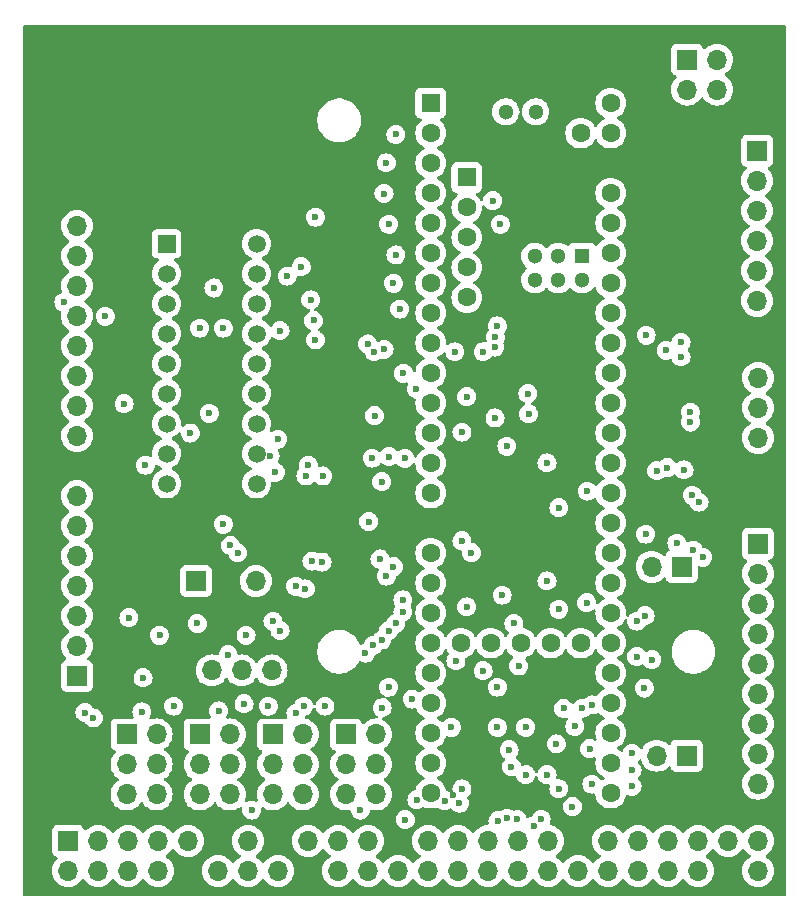
<source format=gbr>
%TF.GenerationSoftware,KiCad,Pcbnew,8.0.3*%
%TF.CreationDate,2025-02-12T02:25:28-08:00*%
%TF.ProjectId,MLU_Breakout,4d4c555f-4272-4656-916b-6f75742e6b69,rev?*%
%TF.SameCoordinates,Original*%
%TF.FileFunction,Copper,L2,Inr*%
%TF.FilePolarity,Positive*%
%FSLAX46Y46*%
G04 Gerber Fmt 4.6, Leading zero omitted, Abs format (unit mm)*
G04 Created by KiCad (PCBNEW 8.0.3) date 2025-02-12 02:25:28*
%MOMM*%
%LPD*%
G01*
G04 APERTURE LIST*
%TA.AperFunction,ComponentPad*%
%ADD10O,1.700000X1.700000*%
%TD*%
%TA.AperFunction,ComponentPad*%
%ADD11R,1.700000X1.700000*%
%TD*%
%TA.AperFunction,ComponentPad*%
%ADD12R,1.498600X1.498600*%
%TD*%
%TA.AperFunction,ComponentPad*%
%ADD13C,1.498600*%
%TD*%
%TA.AperFunction,ComponentPad*%
%ADD14R,1.600000X1.600000*%
%TD*%
%TA.AperFunction,ComponentPad*%
%ADD15C,1.600000*%
%TD*%
%TA.AperFunction,ComponentPad*%
%ADD16R,1.300000X1.300000*%
%TD*%
%TA.AperFunction,ComponentPad*%
%ADD17C,1.300000*%
%TD*%
%TA.AperFunction,ViaPad*%
%ADD18C,0.600000*%
%TD*%
G04 APERTURE END LIST*
D10*
%TO.N,+3.3V*%
%TO.C,J10*%
X142200000Y-76400000D03*
%TO.N,GND*%
X142200000Y-78940000D03*
%TO.N,I2C1_SCL*%
X142200000Y-81480000D03*
%TO.N,I2C1_SDA*%
X142200000Y-84020000D03*
%TO.N,D3.3v_GE*%
X142200000Y-86560000D03*
%TO.N,Dkill_out*%
X142200000Y-89100000D03*
%TO.N,Ai_s*%
X142200000Y-91640000D03*
%TO.N,Ab_s*%
X142200000Y-94180000D03*
%TO.N,+5V*%
X142200000Y-96720000D03*
%TO.N,+3.3V*%
X142200000Y-99260000D03*
%TO.N,GND*%
X142200000Y-101800000D03*
%TO.N,xD5*%
X142200000Y-104340000D03*
%TO.N,xD4*%
X142200000Y-106880000D03*
%TO.N,xD3*%
X142200000Y-109420000D03*
%TO.N,xD2*%
X142200000Y-111960000D03*
%TO.N,xD1*%
X142200000Y-114500000D03*
D11*
%TO.N,xD0*%
X142200000Y-117040000D03*
%TD*%
%TO.N,UART_RX1*%
%TO.C,J8*%
X193400000Y-107800000D03*
D10*
%TO.N,UART_TX1*%
X190860000Y-107800000D03*
%TD*%
D11*
%TO.N,BAR_SDA*%
%TO.C,J6*%
X193825000Y-123800000D03*
D10*
%TO.N,BAR_SCL*%
X191285000Y-123800000D03*
%TD*%
D11*
%TO.N,+3.3V*%
%TO.C,J5*%
X151060000Y-116575000D03*
D10*
%TO.N,GND*%
X153600000Y-116575000D03*
%TO.N,I2C1_SCL*%
X156140000Y-116575000D03*
%TO.N,I2C1_SDA*%
X158680000Y-116575000D03*
%TD*%
D11*
%TO.N,+3.3V*%
%TO.C,J4*%
X199882000Y-99420000D03*
D10*
%TO.N,GND*%
X199882000Y-96880000D03*
%TO.N,I2C1_SCL*%
X199882000Y-94340000D03*
%TO.N,I2C1_SDA*%
X199882000Y-91800000D03*
%TD*%
D11*
%TO.N,+5V*%
%TO.C,J3*%
X199800000Y-72580000D03*
D10*
X199800000Y-75120000D03*
%TO.N,Analog_Current*%
X199800000Y-77660000D03*
%TO.N,Analog_Voltage*%
X199800000Y-80200000D03*
%TO.N,GND*%
X199800000Y-82740000D03*
X199800000Y-85280000D03*
%TD*%
D11*
%TO.N,GND*%
%TO.C,J2*%
X152275000Y-109000000D03*
D10*
%TO.N,+3.3V*%
X154815000Y-109000000D03*
%TO.N,Dleak*%
X157355000Y-109000000D03*
%TD*%
D11*
%TO.N,+5V*%
%TO.C,J7*%
X193860000Y-64860000D03*
D10*
%TO.N,I2C2_SCL*%
X196400000Y-64860000D03*
%TO.N,GND*%
X193860000Y-67400000D03*
%TO.N,I2C2_SDA*%
X196400000Y-67400000D03*
%TD*%
D11*
%TO.N,GND*%
%TO.C,J20*%
X165000000Y-122000000D03*
D10*
X167540000Y-122000000D03*
%TO.N,unconnected-(J20-Pin_3-Pad3)*%
X165000000Y-124540000D03*
%TO.N,unconnected-(J20-Pin_4-Pad4)*%
X167540000Y-124540000D03*
%TO.N,PWM6*%
X165000000Y-127080000D03*
%TO.N,PWM7*%
X167540000Y-127080000D03*
%TD*%
D11*
%TO.N,GND*%
%TO.C,J19*%
X152600000Y-122000000D03*
D10*
X155140000Y-122000000D03*
%TO.N,unconnected-(J19-Pin_3-Pad3)*%
X152600000Y-124540000D03*
%TO.N,unconnected-(J19-Pin_4-Pad4)*%
X155140000Y-124540000D03*
%TO.N,PWM2*%
X152600000Y-127080000D03*
%TO.N,PWM3*%
X155140000Y-127080000D03*
%TD*%
D11*
%TO.N,GND*%
%TO.C,J18*%
X158800000Y-122000000D03*
D10*
X161340000Y-122000000D03*
%TO.N,unconnected-(J18-Pin_3-Pad3)*%
X158800000Y-124540000D03*
%TO.N,unconnected-(J18-Pin_4-Pad4)*%
X161340000Y-124540000D03*
%TO.N,PWM4*%
X158800000Y-127080000D03*
%TO.N,PWM5*%
X161340000Y-127080000D03*
%TD*%
D11*
%TO.N,GND*%
%TO.C,J17*%
X146400000Y-122000000D03*
D10*
X148940000Y-122000000D03*
%TO.N,unconnected-(J17-Pin_3-Pad3)*%
X146400000Y-124540000D03*
%TO.N,unconnected-(J17-Pin_4-Pad4)*%
X148940000Y-124540000D03*
%TO.N,PWM0*%
X146400000Y-127080000D03*
%TO.N,PWM1*%
X148940000Y-127080000D03*
%TD*%
%TO.N,SPI_MISO*%
%TO.C,J9*%
X199857000Y-126170000D03*
%TO.N,D7*%
X199857000Y-123630000D03*
%TO.N,SPI_SCK*%
X199857000Y-121090000D03*
%TO.N,SPI_MOSI*%
X199857000Y-118550000D03*
%TO.N,D6*%
X199857000Y-116010000D03*
%TO.N,D5*%
X199857000Y-113470000D03*
%TO.N,SPI_CS1*%
X199857000Y-110930000D03*
%TO.N,GND*%
X199857000Y-108390000D03*
D11*
%TO.N,+5V*%
X199857000Y-105850000D03*
%TD*%
D12*
%TO.N,I2C2_SCL*%
%TO.C,U1*%
X149790000Y-80440000D03*
D13*
%TO.N,I2C2_SDA*%
X149790000Y-82980000D03*
%TO.N,GND*%
X149790000Y-85520000D03*
X149790000Y-88060000D03*
X149790000Y-90600000D03*
%TO.N,Net-(JP3-C)*%
X149790000Y-93140000D03*
%TO.N,unconnected-(U1-NC-Pad7)*%
X149790000Y-95680000D03*
%TO.N,Dint*%
X149790000Y-98220000D03*
%TO.N,GND*%
X149790000Y-100760000D03*
%TO.N,xD0*%
X157410000Y-100760000D03*
%TO.N,xD1*%
X157410000Y-98220000D03*
%TO.N,xD2*%
X157410000Y-95680000D03*
%TO.N,xD3*%
X157410000Y-93140000D03*
%TO.N,xD4*%
X157410000Y-90600000D03*
%TO.N,xD5*%
X157410000Y-88060000D03*
%TO.N,xD6*%
X157410000Y-85520000D03*
%TO.N,xD7*%
X157410000Y-82980000D03*
%TO.N,+5V*%
X157410000Y-80440000D03*
%TD*%
D14*
%TO.N,GND*%
%TO.C,U4*%
X172160000Y-68540800D03*
D15*
%TO.N,PWM0*%
X172160000Y-71080800D03*
%TO.N,PWM1*%
X172160000Y-73620800D03*
%TO.N,PWM2*%
X172160000Y-76160800D03*
%TO.N,PWM3*%
X172160000Y-78700800D03*
%TO.N,PWM4*%
X172160000Y-81240800D03*
%TO.N,PWM5*%
X172160000Y-83780800D03*
%TO.N,PWM6*%
X172160000Y-86320800D03*
%TO.N,PWM7*%
X172160000Y-88860800D03*
%TO.N,PWM8*%
X172160000Y-91400800D03*
%TO.N,PWM9*%
X172160000Y-93940800D03*
%TO.N,SPI_CS1*%
X172160000Y-96480800D03*
%TO.N,SPI_MOSI*%
X172160000Y-99020800D03*
%TO.N,SPI_MISO*%
X172160000Y-101560800D03*
%TO.N,+3.3V*%
X172160000Y-104100800D03*
%TO.N,UART_TX3*%
X172160000Y-106640800D03*
%TO.N,UART_RX3*%
X172160000Y-109180800D03*
%TO.N,Dswitch1*%
X172160000Y-111720800D03*
%TO.N,Dswitch2*%
X172160000Y-114260800D03*
%TO.N,UART_RX2*%
X172160000Y-116800800D03*
%TO.N,UART_TX2*%
X172160000Y-119340800D03*
%TO.N,Dunused*%
X172160000Y-121880800D03*
%TO.N,D6*%
X172160000Y-124420800D03*
%TO.N,D7*%
X172160000Y-126960800D03*
%TO.N,Dleak*%
X187400000Y-126960800D03*
%TO.N,UART_RX1*%
X187400000Y-124420800D03*
%TO.N,UART_TX1*%
X187400000Y-121880800D03*
%TO.N,Dled2*%
X187400000Y-119340800D03*
%TO.N,Dled1*%
X187400000Y-116800800D03*
%TO.N,Dkill_out*%
X187400000Y-114260800D03*
%TO.N,D3.3v_GE*%
X187400000Y-111720800D03*
%TO.N,Analog_Voltage*%
X187400000Y-109180800D03*
%TO.N,Analog_Current*%
X187400000Y-106640800D03*
%TO.N,GND*%
X187400000Y-104100800D03*
%TO.N,SPI_SCK*%
X187400000Y-101560800D03*
%TO.N,D5*%
X187400000Y-99020800D03*
%TO.N,Dint*%
X187400000Y-96480800D03*
%TO.N,I2C2_SCL*%
X187400000Y-93940800D03*
%TO.N,I2C2_SDA*%
X187400000Y-91400800D03*
%TO.N,I2C1_SDA*%
X187400000Y-88860800D03*
%TO.N,I2C1_SCL*%
X187400000Y-86320800D03*
%TO.N,A4*%
X187400000Y-83780800D03*
%TO.N,A3*%
X187400000Y-81240800D03*
%TO.N,Ab_s*%
X187400000Y-78700800D03*
%TO.N,Ai_s*%
X187400000Y-76160800D03*
%TO.N,+3.3V*%
X187400000Y-73620800D03*
%TO.N,GND*%
X187400000Y-71080800D03*
%TO.N,+5V*%
X187400000Y-68540800D03*
%TO.N,unconnected-(U4-VUSB-Pad49)*%
X184860000Y-71080800D03*
%TO.N,unconnected-(U4-VBAT-Pad50)*%
X174700000Y-114260800D03*
%TO.N,unconnected-(U4-3V3-Pad51)*%
X177240000Y-114260800D03*
%TO.N,unconnected-(U4-GND-Pad52)*%
X179780000Y-114260800D03*
%TO.N,unconnected-(U4-PROGRAM-Pad53)*%
X182320000Y-114260800D03*
%TO.N,unconnected-(U4-ON_OFF-Pad54)*%
X184860000Y-114260800D03*
D14*
%TO.N,unconnected-(U4-5V-Pad55)*%
X175210800Y-74840000D03*
D15*
%TO.N,unconnected-(U4-D--Pad56)*%
X175210800Y-77380000D03*
%TO.N,unconnected-(U4-D+-Pad57)*%
X175210800Y-79920000D03*
%TO.N,unconnected-(U4-GND-Pad58)*%
X175210800Y-82460000D03*
%TO.N,unconnected-(U4-GND-Pad59)*%
X175210800Y-85000000D03*
D16*
%TO.N,unconnected-(U4-R+-Pad60)*%
X184961600Y-81510800D03*
D17*
%TO.N,unconnected-(U4-LED-Pad61)*%
X182961600Y-81510800D03*
%TO.N,unconnected-(U4-T--Pad62)*%
X180961600Y-81510800D03*
%TO.N,unconnected-(U4-T+-Pad63)*%
X180961600Y-83510800D03*
%TO.N,unconnected-(U4-GND-Pad64)*%
X182961600Y-83510800D03*
%TO.N,unconnected-(U4-R--Pad65)*%
X184961600Y-83510800D03*
%TO.N,unconnected-(U4-D--Pad66)*%
X181050000Y-69270800D03*
%TO.N,unconnected-(U4-D+-Pad67)*%
X178510000Y-69270800D03*
%TD*%
D11*
%TO.N,GND*%
%TO.C,J1*%
X141460000Y-131000000D03*
D10*
%TO.N,A3*%
X141460000Y-133540000D03*
%TO.N,Dled1*%
X144000000Y-131000000D03*
%TO.N,GND*%
X144000000Y-133540000D03*
X146540000Y-131000000D03*
%TO.N,A4*%
X146540000Y-133540000D03*
%TO.N,Dled2*%
X149080000Y-131000000D03*
%TO.N,GND*%
X149080000Y-133540000D03*
%TO.N,Dswitch1*%
X151620000Y-131000000D03*
%TO.N,+3.3V*%
X151620000Y-133540000D03*
X154160000Y-131000000D03*
%TO.N,GND*%
X154160000Y-133540000D03*
%TO.N,Dswitch2*%
X156700000Y-131000000D03*
%TO.N,I2C1_SCL*%
X156700000Y-133540000D03*
%TO.N,+3.3V*%
X159240000Y-131000000D03*
%TO.N,I2C1_SDA*%
X159240000Y-133540000D03*
%TO.N,GND*%
X161780000Y-131000000D03*
%TO.N,+3.3V*%
X161780000Y-133540000D03*
%TO.N,Net-(J1-Pin_19)*%
X164320000Y-131000000D03*
%TO.N,GND*%
X164320000Y-133540000D03*
%TO.N,Net-(J1-Pin_21)*%
X166860000Y-131000000D03*
%TO.N,I2C1_SCL*%
X166860000Y-133540000D03*
%TO.N,+3.3V*%
X169400000Y-131000000D03*
%TO.N,I2C1_SDA*%
X169400000Y-133540000D03*
%TO.N,UART_TX3*%
X171940000Y-131000000D03*
%TO.N,Dunused*%
X171940000Y-133540000D03*
%TO.N,UART_RX3*%
X174480000Y-131000000D03*
%TO.N,GND*%
X174480000Y-133540000D03*
X177020000Y-131000000D03*
%TO.N,xD7*%
X177020000Y-133540000D03*
%TO.N,UART_TX2*%
X179560000Y-131000000D03*
%TO.N,GND*%
X179560000Y-133540000D03*
%TO.N,UART_RX2*%
X182100000Y-131000000D03*
%TO.N,xD6*%
X182100000Y-133540000D03*
%TO.N,+3.3V*%
X184640000Y-131000000D03*
%TO.N,GND*%
X184640000Y-133540000D03*
X187180000Y-131000000D03*
%TO.N,+5V*%
X187180000Y-133540000D03*
%TO.N,unconnected-(J1-Pin_39-Pad39)*%
X189720000Y-131000000D03*
%TO.N,GND*%
X189720000Y-133540000D03*
%TO.N,PWM9*%
X192260000Y-131000000D03*
%TO.N,+5V*%
X192260000Y-133540000D03*
%TO.N,GND*%
X194800000Y-131000000D03*
X194800000Y-133540000D03*
%TO.N,unconnected-(J1-Pin_45-Pad45)*%
X197340000Y-131000000D03*
%TO.N,+3.3V*%
X197340000Y-133540000D03*
%TO.N,PWM8*%
X199880000Y-131000000D03*
%TO.N,GND*%
X199880000Y-133540000D03*
%TD*%
D18*
%TO.N,I2C1_SCL*%
X183400000Y-119800000D03*
%TO.N,I2C1_SDA*%
X183000000Y-126600000D03*
X195200000Y-107000000D03*
X189200000Y-125000000D03*
X189200000Y-123600000D03*
X189200000Y-126400000D03*
%TO.N,UART_TX2*%
X174800000Y-126600000D03*
X173909296Y-121394907D03*
%TO.N,UART_RX2*%
X180200000Y-121400000D03*
X177800000Y-121400000D03*
X177800000Y-118000000D03*
%TO.N,BAR_SDA*%
X182000000Y-125400000D03*
X185600000Y-123200000D03*
X182800000Y-122800000D03*
%TO.N,BAR_SCL*%
X184978135Y-119773625D03*
%TO.N,PWM7*%
X169000000Y-107800000D03*
X168600000Y-118000000D03*
%TO.N,SPI_MISO*%
X189600000Y-112400000D03*
X189600000Y-115400000D03*
X185400000Y-101400000D03*
%TO.N,Net-(J1-Pin_21)*%
X170000000Y-129200000D03*
%TO.N,Net-(J1-Pin_19)*%
X185800000Y-126200000D03*
X184361021Y-121316695D03*
%TO.N,+3.3V*%
X174047603Y-127142576D03*
%TO.N,SPI_SCK*%
X190307056Y-111928221D03*
X190877415Y-115674056D03*
%TO.N,SPI_MOSI*%
X182000000Y-109000000D03*
X185359620Y-110840380D03*
X182000000Y-99000000D03*
%TO.N,D6*%
X190250000Y-118069240D03*
X185783824Y-119502759D03*
%TO.N,D5*%
X194400000Y-106400000D03*
%TO.N,SPI_CS1*%
X174800000Y-96400000D03*
X193000000Y-105800000D03*
X174800000Y-105600000D03*
X190360000Y-105040431D03*
%TO.N,Analog_Voltage*%
X194870250Y-102329751D03*
%TO.N,Analog_Current*%
X194294481Y-101753982D03*
%TO.N,I2C2_SCL*%
X194150000Y-95544334D03*
%TO.N,I2C2_SDA*%
X194150000Y-94719683D03*
%TO.N,Dleak*%
X176600000Y-116600000D03*
X175200000Y-111200000D03*
X178800000Y-123290547D03*
X168400000Y-108600000D03*
%TO.N,+3.3V*%
X145400000Y-107600000D03*
%TO.N,I2C1_SDA*%
X146603424Y-112113851D03*
%TO.N,I2C1_SCL*%
X149200000Y-113600000D03*
%TO.N,+3.3V*%
X167400000Y-102400000D03*
%TO.N,Net-(U3-CSB)*%
X167200000Y-98600000D03*
X168000000Y-100600000D03*
%TO.N,I2C1_SCL*%
X168647703Y-98472918D03*
X169947703Y-98618413D03*
%TO.N,+3.3V*%
X163000000Y-95000000D03*
%TO.N,GND*%
X167400000Y-95000000D03*
%TO.N,I2C1_SCL*%
X159400000Y-87800000D03*
X152600000Y-87600000D03*
X154600000Y-87600000D03*
X162400000Y-88600000D03*
X163000000Y-100114722D03*
%TO.N,I2C1_SDA*%
X144600000Y-86600000D03*
X162233643Y-86948718D03*
%TO.N,D3.3v_GE*%
X168200000Y-89400000D03*
X167859620Y-107140380D03*
%TO.N,Dkill_out*%
X166908135Y-103972625D03*
X166818834Y-88935524D03*
X183000000Y-102800000D03*
X183000000Y-111400000D03*
%TO.N,Ai_s*%
X177400000Y-76800000D03*
X167369869Y-89582722D03*
%TO.N,Ab_s*%
X174200000Y-89600000D03*
X176600000Y-89600000D03*
X169850000Y-91427366D03*
X178050000Y-78800000D03*
%TO.N,xD5*%
X154600000Y-104200000D03*
%TO.N,xD4*%
X155200000Y-106000000D03*
%TO.N,xD3*%
X155800000Y-106600000D03*
%TO.N,xD2*%
X159000000Y-99800000D03*
X159200000Y-97000000D03*
X152400000Y-112600000D03*
X158800000Y-112400000D03*
%TO.N,xD1*%
X159400000Y-113200000D03*
X158550000Y-98400000D03*
X154999729Y-115250000D03*
%TO.N,xD0*%
X156518809Y-113599569D03*
X147800000Y-117200000D03*
%TO.N,Dint*%
X170940765Y-92740765D03*
X175200000Y-93400000D03*
%TO.N,+5V*%
X141100000Y-85400000D03*
X153800000Y-84200000D03*
%TO.N,I2C2_SDA*%
X153403044Y-94810190D03*
%TO.N,I2C2_SCL*%
X151800000Y-96479300D03*
%TO.N,Net-(JP3-A)*%
X148000000Y-99200000D03*
X146200000Y-94000000D03*
%TO.N,GND*%
X162400000Y-78200000D03*
%TO.N,xD6*%
X177800000Y-87400000D03*
X179200000Y-112600000D03*
X179600000Y-116200000D03*
%TO.N,xD7*%
X160000000Y-83200000D03*
X170985688Y-127517725D03*
X170600000Y-119000000D03*
%TO.N,I2C1_SDA*%
X161800000Y-99200000D03*
X162950000Y-107400000D03*
X177600000Y-95200000D03*
X177573617Y-89207067D03*
%TO.N,I2C1_SCL*%
X178600000Y-97600000D03*
X177640457Y-88359697D03*
X162104034Y-107317266D03*
X161580202Y-100114722D03*
%TO.N,A4*%
X161541802Y-109674105D03*
X143600000Y-120600000D03*
X162000000Y-85200000D03*
%TO.N,A3*%
X142884917Y-120140477D03*
X161200000Y-82400000D03*
X160719300Y-109459641D03*
%TO.N,PWM6*%
X169529891Y-85979086D03*
X169800000Y-110600000D03*
X163200000Y-119600000D03*
%TO.N,PWM5*%
X161400000Y-119600000D03*
X169000000Y-83800000D03*
X169800000Y-111600000D03*
%TO.N,PWM4*%
X158400000Y-119600000D03*
X169200000Y-112600000D03*
X169200000Y-81400000D03*
%TO.N,PWM3*%
X156350000Y-119396530D03*
X168600000Y-113200000D03*
X168600000Y-78800000D03*
%TO.N,PWM2*%
X154200000Y-120000000D03*
X168200000Y-76200000D03*
X168000000Y-114000000D03*
%TO.N,PWM1*%
X168400000Y-73600000D03*
X166626922Y-115109336D03*
X150400000Y-119600000D03*
%TO.N,PWM0*%
X169200000Y-71200000D03*
X167276922Y-114446835D03*
X147698731Y-120086464D03*
%TO.N,Dled1*%
X157000000Y-128400000D03*
X160750000Y-120211438D03*
%TO.N,Dled2*%
X168040000Y-119742463D03*
X166200000Y-128400000D03*
%TO.N,Dswitch1*%
X173330998Y-127599721D03*
%TO.N,Dswitch2*%
X174585549Y-127813605D03*
X174290484Y-115762736D03*
%TO.N,UART_TX2*%
X178985712Y-124715658D03*
X179478418Y-129194651D03*
%TO.N,UART_RX2*%
X180859620Y-129740380D03*
X180200000Y-125400000D03*
%TO.N,UART_TX3*%
X175600000Y-106600000D03*
X177847161Y-129302799D03*
%TO.N,UART_RX3*%
X178633702Y-129100000D03*
X178200000Y-110200000D03*
%TO.N,PWM8*%
X184154595Y-128100000D03*
X180376338Y-93136039D03*
%TO.N,PWM9*%
X180440380Y-94850000D03*
X181500981Y-129185711D03*
%TO.N,I2C1_SCL*%
X192112732Y-89481946D03*
X192200000Y-99400000D03*
X190400000Y-88200000D03*
%TO.N,I2C1_SDA*%
X193350000Y-88779784D03*
X191292755Y-99671496D03*
%TO.N,GND*%
X193600000Y-99600000D03*
X193350000Y-90029784D03*
%TO.N,+3.3V*%
X191040380Y-89759620D03*
X192200000Y-82400000D03*
%TD*%
%TA.AperFunction,Conductor*%
%TO.N,+3.3V*%
G36*
X202160939Y-61937785D02*
G01*
X202206694Y-61990589D01*
X202217900Y-62042100D01*
X202217900Y-135593100D01*
X202198215Y-135660139D01*
X202145411Y-135705894D01*
X202093900Y-135717100D01*
X137742900Y-135717100D01*
X137675861Y-135697415D01*
X137630106Y-135644611D01*
X137618900Y-135593100D01*
X137618900Y-133539999D01*
X140104341Y-133539999D01*
X140104341Y-133540000D01*
X140124936Y-133775403D01*
X140124938Y-133775413D01*
X140186094Y-134003655D01*
X140186096Y-134003659D01*
X140186097Y-134003663D01*
X140190000Y-134012032D01*
X140285965Y-134217830D01*
X140285967Y-134217834D01*
X140394281Y-134372521D01*
X140421505Y-134411401D01*
X140588599Y-134578495D01*
X140685384Y-134646265D01*
X140782165Y-134714032D01*
X140782167Y-134714033D01*
X140782170Y-134714035D01*
X140996337Y-134813903D01*
X141224592Y-134875063D01*
X141412918Y-134891539D01*
X141459999Y-134895659D01*
X141460000Y-134895659D01*
X141460001Y-134895659D01*
X141499234Y-134892226D01*
X141695408Y-134875063D01*
X141923663Y-134813903D01*
X142137830Y-134714035D01*
X142331401Y-134578495D01*
X142498495Y-134411401D01*
X142628425Y-134225842D01*
X142683002Y-134182217D01*
X142752500Y-134175023D01*
X142814855Y-134206546D01*
X142831575Y-134225842D01*
X142961500Y-134411395D01*
X142961505Y-134411401D01*
X143128599Y-134578495D01*
X143225384Y-134646265D01*
X143322165Y-134714032D01*
X143322167Y-134714033D01*
X143322170Y-134714035D01*
X143536337Y-134813903D01*
X143764592Y-134875063D01*
X143952918Y-134891539D01*
X143999999Y-134895659D01*
X144000000Y-134895659D01*
X144000001Y-134895659D01*
X144039234Y-134892226D01*
X144235408Y-134875063D01*
X144463663Y-134813903D01*
X144677830Y-134714035D01*
X144871401Y-134578495D01*
X145038495Y-134411401D01*
X145168425Y-134225842D01*
X145223002Y-134182217D01*
X145292500Y-134175023D01*
X145354855Y-134206546D01*
X145371575Y-134225842D01*
X145501500Y-134411395D01*
X145501505Y-134411401D01*
X145668599Y-134578495D01*
X145765384Y-134646265D01*
X145862165Y-134714032D01*
X145862167Y-134714033D01*
X145862170Y-134714035D01*
X146076337Y-134813903D01*
X146304592Y-134875063D01*
X146492918Y-134891539D01*
X146539999Y-134895659D01*
X146540000Y-134895659D01*
X146540001Y-134895659D01*
X146579234Y-134892226D01*
X146775408Y-134875063D01*
X147003663Y-134813903D01*
X147217830Y-134714035D01*
X147411401Y-134578495D01*
X147578495Y-134411401D01*
X147708425Y-134225842D01*
X147763002Y-134182217D01*
X147832500Y-134175023D01*
X147894855Y-134206546D01*
X147911575Y-134225842D01*
X148041500Y-134411395D01*
X148041505Y-134411401D01*
X148208599Y-134578495D01*
X148305384Y-134646265D01*
X148402165Y-134714032D01*
X148402167Y-134714033D01*
X148402170Y-134714035D01*
X148616337Y-134813903D01*
X148844592Y-134875063D01*
X149032918Y-134891539D01*
X149079999Y-134895659D01*
X149080000Y-134895659D01*
X149080001Y-134895659D01*
X149119234Y-134892226D01*
X149315408Y-134875063D01*
X149543663Y-134813903D01*
X149757830Y-134714035D01*
X149951401Y-134578495D01*
X150118495Y-134411401D01*
X150254035Y-134217830D01*
X150353903Y-134003663D01*
X150415063Y-133775408D01*
X150435659Y-133540000D01*
X150435659Y-133539999D01*
X152804341Y-133539999D01*
X152804341Y-133540000D01*
X152824936Y-133775403D01*
X152824938Y-133775413D01*
X152886094Y-134003655D01*
X152886096Y-134003659D01*
X152886097Y-134003663D01*
X152890000Y-134012032D01*
X152985965Y-134217830D01*
X152985967Y-134217834D01*
X153094281Y-134372521D01*
X153121505Y-134411401D01*
X153288599Y-134578495D01*
X153385384Y-134646265D01*
X153482165Y-134714032D01*
X153482167Y-134714033D01*
X153482170Y-134714035D01*
X153696337Y-134813903D01*
X153924592Y-134875063D01*
X154112918Y-134891539D01*
X154159999Y-134895659D01*
X154160000Y-134895659D01*
X154160001Y-134895659D01*
X154199234Y-134892226D01*
X154395408Y-134875063D01*
X154623663Y-134813903D01*
X154837830Y-134714035D01*
X155031401Y-134578495D01*
X155198495Y-134411401D01*
X155328425Y-134225842D01*
X155383002Y-134182217D01*
X155452500Y-134175023D01*
X155514855Y-134206546D01*
X155531575Y-134225842D01*
X155661500Y-134411395D01*
X155661505Y-134411401D01*
X155828599Y-134578495D01*
X155925384Y-134646265D01*
X156022165Y-134714032D01*
X156022167Y-134714033D01*
X156022170Y-134714035D01*
X156236337Y-134813903D01*
X156464592Y-134875063D01*
X156652918Y-134891539D01*
X156699999Y-134895659D01*
X156700000Y-134895659D01*
X156700001Y-134895659D01*
X156739234Y-134892226D01*
X156935408Y-134875063D01*
X157163663Y-134813903D01*
X157377830Y-134714035D01*
X157571401Y-134578495D01*
X157738495Y-134411401D01*
X157868425Y-134225842D01*
X157923002Y-134182217D01*
X157992500Y-134175023D01*
X158054855Y-134206546D01*
X158071575Y-134225842D01*
X158201500Y-134411395D01*
X158201505Y-134411401D01*
X158368599Y-134578495D01*
X158465384Y-134646265D01*
X158562165Y-134714032D01*
X158562167Y-134714033D01*
X158562170Y-134714035D01*
X158776337Y-134813903D01*
X159004592Y-134875063D01*
X159192918Y-134891539D01*
X159239999Y-134895659D01*
X159240000Y-134895659D01*
X159240001Y-134895659D01*
X159279234Y-134892226D01*
X159475408Y-134875063D01*
X159703663Y-134813903D01*
X159917830Y-134714035D01*
X160111401Y-134578495D01*
X160278495Y-134411401D01*
X160414035Y-134217830D01*
X160513903Y-134003663D01*
X160575063Y-133775408D01*
X160595659Y-133540000D01*
X160575063Y-133304592D01*
X160513903Y-133076337D01*
X160414035Y-132862171D01*
X160408425Y-132854158D01*
X160278494Y-132668597D01*
X160111402Y-132501506D01*
X160111395Y-132501501D01*
X159917834Y-132365967D01*
X159917830Y-132365965D01*
X159895729Y-132355659D01*
X159703663Y-132266097D01*
X159703659Y-132266096D01*
X159703655Y-132266094D01*
X159475413Y-132204938D01*
X159475403Y-132204936D01*
X159240001Y-132184341D01*
X159239999Y-132184341D01*
X159004596Y-132204936D01*
X159004586Y-132204938D01*
X158776344Y-132266094D01*
X158776335Y-132266098D01*
X158562171Y-132365964D01*
X158562169Y-132365965D01*
X158368597Y-132501505D01*
X158201505Y-132668597D01*
X158071575Y-132854158D01*
X158016998Y-132897783D01*
X157947500Y-132904977D01*
X157885145Y-132873454D01*
X157868425Y-132854158D01*
X157738494Y-132668597D01*
X157571402Y-132501506D01*
X157571396Y-132501501D01*
X157385842Y-132371575D01*
X157342217Y-132316998D01*
X157335023Y-132247500D01*
X157366546Y-132185145D01*
X157385842Y-132168425D01*
X157408026Y-132152891D01*
X157571401Y-132038495D01*
X157738495Y-131871401D01*
X157874035Y-131677830D01*
X157973903Y-131463663D01*
X158035063Y-131235408D01*
X158055659Y-131000000D01*
X158055659Y-130999999D01*
X160424341Y-130999999D01*
X160424341Y-131000000D01*
X160444936Y-131235403D01*
X160444938Y-131235413D01*
X160506094Y-131463655D01*
X160506096Y-131463659D01*
X160506097Y-131463663D01*
X160510000Y-131472032D01*
X160605965Y-131677830D01*
X160605967Y-131677834D01*
X160714281Y-131832521D01*
X160741505Y-131871401D01*
X160908599Y-132038495D01*
X161005384Y-132106265D01*
X161102165Y-132174032D01*
X161102167Y-132174033D01*
X161102170Y-132174035D01*
X161316337Y-132273903D01*
X161544592Y-132335063D01*
X161721034Y-132350500D01*
X161779999Y-132355659D01*
X161780000Y-132355659D01*
X161780001Y-132355659D01*
X161838966Y-132350500D01*
X162015408Y-132335063D01*
X162243663Y-132273903D01*
X162457830Y-132174035D01*
X162651401Y-132038495D01*
X162818495Y-131871401D01*
X162948425Y-131685842D01*
X163003002Y-131642217D01*
X163072500Y-131635023D01*
X163134855Y-131666546D01*
X163151575Y-131685842D01*
X163281501Y-131871396D01*
X163281506Y-131871402D01*
X163448597Y-132038493D01*
X163448603Y-132038498D01*
X163634158Y-132168425D01*
X163677783Y-132223002D01*
X163684977Y-132292500D01*
X163653454Y-132354855D01*
X163634158Y-132371575D01*
X163448597Y-132501505D01*
X163281505Y-132668597D01*
X163145965Y-132862169D01*
X163145964Y-132862171D01*
X163046098Y-133076335D01*
X163046094Y-133076344D01*
X162984938Y-133304586D01*
X162984936Y-133304596D01*
X162964341Y-133539999D01*
X162964341Y-133540000D01*
X162984936Y-133775403D01*
X162984938Y-133775413D01*
X163046094Y-134003655D01*
X163046096Y-134003659D01*
X163046097Y-134003663D01*
X163050000Y-134012032D01*
X163145965Y-134217830D01*
X163145967Y-134217834D01*
X163254281Y-134372521D01*
X163281505Y-134411401D01*
X163448599Y-134578495D01*
X163545384Y-134646265D01*
X163642165Y-134714032D01*
X163642167Y-134714033D01*
X163642170Y-134714035D01*
X163856337Y-134813903D01*
X164084592Y-134875063D01*
X164272918Y-134891539D01*
X164319999Y-134895659D01*
X164320000Y-134895659D01*
X164320001Y-134895659D01*
X164359234Y-134892226D01*
X164555408Y-134875063D01*
X164783663Y-134813903D01*
X164997830Y-134714035D01*
X165191401Y-134578495D01*
X165358495Y-134411401D01*
X165488425Y-134225842D01*
X165543002Y-134182217D01*
X165612500Y-134175023D01*
X165674855Y-134206546D01*
X165691575Y-134225842D01*
X165821500Y-134411395D01*
X165821505Y-134411401D01*
X165988599Y-134578495D01*
X166085384Y-134646265D01*
X166182165Y-134714032D01*
X166182167Y-134714033D01*
X166182170Y-134714035D01*
X166396337Y-134813903D01*
X166624592Y-134875063D01*
X166812918Y-134891539D01*
X166859999Y-134895659D01*
X166860000Y-134895659D01*
X166860001Y-134895659D01*
X166899234Y-134892226D01*
X167095408Y-134875063D01*
X167323663Y-134813903D01*
X167537830Y-134714035D01*
X167731401Y-134578495D01*
X167898495Y-134411401D01*
X168028425Y-134225842D01*
X168083002Y-134182217D01*
X168152500Y-134175023D01*
X168214855Y-134206546D01*
X168231575Y-134225842D01*
X168361500Y-134411395D01*
X168361505Y-134411401D01*
X168528599Y-134578495D01*
X168625384Y-134646265D01*
X168722165Y-134714032D01*
X168722167Y-134714033D01*
X168722170Y-134714035D01*
X168936337Y-134813903D01*
X169164592Y-134875063D01*
X169352918Y-134891539D01*
X169399999Y-134895659D01*
X169400000Y-134895659D01*
X169400001Y-134895659D01*
X169439234Y-134892226D01*
X169635408Y-134875063D01*
X169863663Y-134813903D01*
X170077830Y-134714035D01*
X170271401Y-134578495D01*
X170438495Y-134411401D01*
X170568425Y-134225842D01*
X170623002Y-134182217D01*
X170692500Y-134175023D01*
X170754855Y-134206546D01*
X170771575Y-134225842D01*
X170901500Y-134411395D01*
X170901505Y-134411401D01*
X171068599Y-134578495D01*
X171165384Y-134646265D01*
X171262165Y-134714032D01*
X171262167Y-134714033D01*
X171262170Y-134714035D01*
X171476337Y-134813903D01*
X171704592Y-134875063D01*
X171892918Y-134891539D01*
X171939999Y-134895659D01*
X171940000Y-134895659D01*
X171940001Y-134895659D01*
X171979234Y-134892226D01*
X172175408Y-134875063D01*
X172403663Y-134813903D01*
X172617830Y-134714035D01*
X172811401Y-134578495D01*
X172978495Y-134411401D01*
X173108425Y-134225842D01*
X173163002Y-134182217D01*
X173232500Y-134175023D01*
X173294855Y-134206546D01*
X173311575Y-134225842D01*
X173441500Y-134411395D01*
X173441505Y-134411401D01*
X173608599Y-134578495D01*
X173705384Y-134646265D01*
X173802165Y-134714032D01*
X173802167Y-134714033D01*
X173802170Y-134714035D01*
X174016337Y-134813903D01*
X174244592Y-134875063D01*
X174432918Y-134891539D01*
X174479999Y-134895659D01*
X174480000Y-134895659D01*
X174480001Y-134895659D01*
X174519234Y-134892226D01*
X174715408Y-134875063D01*
X174943663Y-134813903D01*
X175157830Y-134714035D01*
X175351401Y-134578495D01*
X175518495Y-134411401D01*
X175648425Y-134225842D01*
X175703002Y-134182217D01*
X175772500Y-134175023D01*
X175834855Y-134206546D01*
X175851575Y-134225842D01*
X175981500Y-134411395D01*
X175981505Y-134411401D01*
X176148599Y-134578495D01*
X176245384Y-134646265D01*
X176342165Y-134714032D01*
X176342167Y-134714033D01*
X176342170Y-134714035D01*
X176556337Y-134813903D01*
X176784592Y-134875063D01*
X176972918Y-134891539D01*
X177019999Y-134895659D01*
X177020000Y-134895659D01*
X177020001Y-134895659D01*
X177059234Y-134892226D01*
X177255408Y-134875063D01*
X177483663Y-134813903D01*
X177697830Y-134714035D01*
X177891401Y-134578495D01*
X178058495Y-134411401D01*
X178188425Y-134225842D01*
X178243002Y-134182217D01*
X178312500Y-134175023D01*
X178374855Y-134206546D01*
X178391575Y-134225842D01*
X178521500Y-134411395D01*
X178521505Y-134411401D01*
X178688599Y-134578495D01*
X178785384Y-134646265D01*
X178882165Y-134714032D01*
X178882167Y-134714033D01*
X178882170Y-134714035D01*
X179096337Y-134813903D01*
X179324592Y-134875063D01*
X179512918Y-134891539D01*
X179559999Y-134895659D01*
X179560000Y-134895659D01*
X179560001Y-134895659D01*
X179599234Y-134892226D01*
X179795408Y-134875063D01*
X180023663Y-134813903D01*
X180237830Y-134714035D01*
X180431401Y-134578495D01*
X180598495Y-134411401D01*
X180728425Y-134225842D01*
X180783002Y-134182217D01*
X180852500Y-134175023D01*
X180914855Y-134206546D01*
X180931575Y-134225842D01*
X181061500Y-134411395D01*
X181061505Y-134411401D01*
X181228599Y-134578495D01*
X181325384Y-134646265D01*
X181422165Y-134714032D01*
X181422167Y-134714033D01*
X181422170Y-134714035D01*
X181636337Y-134813903D01*
X181864592Y-134875063D01*
X182052918Y-134891539D01*
X182099999Y-134895659D01*
X182100000Y-134895659D01*
X182100001Y-134895659D01*
X182139234Y-134892226D01*
X182335408Y-134875063D01*
X182563663Y-134813903D01*
X182777830Y-134714035D01*
X182971401Y-134578495D01*
X183138495Y-134411401D01*
X183268425Y-134225842D01*
X183323002Y-134182217D01*
X183392500Y-134175023D01*
X183454855Y-134206546D01*
X183471575Y-134225842D01*
X183601500Y-134411395D01*
X183601505Y-134411401D01*
X183768599Y-134578495D01*
X183865384Y-134646265D01*
X183962165Y-134714032D01*
X183962167Y-134714033D01*
X183962170Y-134714035D01*
X184176337Y-134813903D01*
X184404592Y-134875063D01*
X184592918Y-134891539D01*
X184639999Y-134895659D01*
X184640000Y-134895659D01*
X184640001Y-134895659D01*
X184679234Y-134892226D01*
X184875408Y-134875063D01*
X185103663Y-134813903D01*
X185317830Y-134714035D01*
X185511401Y-134578495D01*
X185678495Y-134411401D01*
X185808425Y-134225842D01*
X185863002Y-134182217D01*
X185932500Y-134175023D01*
X185994855Y-134206546D01*
X186011575Y-134225842D01*
X186141500Y-134411395D01*
X186141505Y-134411401D01*
X186308599Y-134578495D01*
X186405384Y-134646265D01*
X186502165Y-134714032D01*
X186502167Y-134714033D01*
X186502170Y-134714035D01*
X186716337Y-134813903D01*
X186944592Y-134875063D01*
X187132918Y-134891539D01*
X187179999Y-134895659D01*
X187180000Y-134895659D01*
X187180001Y-134895659D01*
X187219234Y-134892226D01*
X187415408Y-134875063D01*
X187643663Y-134813903D01*
X187857830Y-134714035D01*
X188051401Y-134578495D01*
X188218495Y-134411401D01*
X188348425Y-134225842D01*
X188403002Y-134182217D01*
X188472500Y-134175023D01*
X188534855Y-134206546D01*
X188551575Y-134225842D01*
X188681500Y-134411395D01*
X188681505Y-134411401D01*
X188848599Y-134578495D01*
X188945384Y-134646265D01*
X189042165Y-134714032D01*
X189042167Y-134714033D01*
X189042170Y-134714035D01*
X189256337Y-134813903D01*
X189484592Y-134875063D01*
X189672918Y-134891539D01*
X189719999Y-134895659D01*
X189720000Y-134895659D01*
X189720001Y-134895659D01*
X189759234Y-134892226D01*
X189955408Y-134875063D01*
X190183663Y-134813903D01*
X190397830Y-134714035D01*
X190591401Y-134578495D01*
X190758495Y-134411401D01*
X190888425Y-134225842D01*
X190943002Y-134182217D01*
X191012500Y-134175023D01*
X191074855Y-134206546D01*
X191091575Y-134225842D01*
X191221500Y-134411395D01*
X191221505Y-134411401D01*
X191388599Y-134578495D01*
X191485384Y-134646265D01*
X191582165Y-134714032D01*
X191582167Y-134714033D01*
X191582170Y-134714035D01*
X191796337Y-134813903D01*
X192024592Y-134875063D01*
X192212918Y-134891539D01*
X192259999Y-134895659D01*
X192260000Y-134895659D01*
X192260001Y-134895659D01*
X192299234Y-134892226D01*
X192495408Y-134875063D01*
X192723663Y-134813903D01*
X192937830Y-134714035D01*
X193131401Y-134578495D01*
X193298495Y-134411401D01*
X193428425Y-134225842D01*
X193483002Y-134182217D01*
X193552500Y-134175023D01*
X193614855Y-134206546D01*
X193631575Y-134225842D01*
X193761500Y-134411395D01*
X193761505Y-134411401D01*
X193928599Y-134578495D01*
X194025384Y-134646265D01*
X194122165Y-134714032D01*
X194122167Y-134714033D01*
X194122170Y-134714035D01*
X194336337Y-134813903D01*
X194564592Y-134875063D01*
X194752918Y-134891539D01*
X194799999Y-134895659D01*
X194800000Y-134895659D01*
X194800001Y-134895659D01*
X194839234Y-134892226D01*
X195035408Y-134875063D01*
X195263663Y-134813903D01*
X195477830Y-134714035D01*
X195671401Y-134578495D01*
X195838495Y-134411401D01*
X195974035Y-134217830D01*
X196073903Y-134003663D01*
X196135063Y-133775408D01*
X196155659Y-133540000D01*
X196135063Y-133304592D01*
X196073903Y-133076337D01*
X195974035Y-132862171D01*
X195968425Y-132854158D01*
X195838494Y-132668597D01*
X195671402Y-132501506D01*
X195671396Y-132501501D01*
X195485842Y-132371575D01*
X195442217Y-132316998D01*
X195435023Y-132247500D01*
X195466546Y-132185145D01*
X195485842Y-132168425D01*
X195508026Y-132152891D01*
X195671401Y-132038495D01*
X195838495Y-131871401D01*
X195968425Y-131685842D01*
X196023002Y-131642217D01*
X196092500Y-131635023D01*
X196154855Y-131666546D01*
X196171575Y-131685842D01*
X196301500Y-131871395D01*
X196301505Y-131871401D01*
X196468599Y-132038495D01*
X196565384Y-132106265D01*
X196662165Y-132174032D01*
X196662167Y-132174033D01*
X196662170Y-132174035D01*
X196876337Y-132273903D01*
X197104592Y-132335063D01*
X197281034Y-132350500D01*
X197339999Y-132355659D01*
X197340000Y-132355659D01*
X197340001Y-132355659D01*
X197398966Y-132350500D01*
X197575408Y-132335063D01*
X197803663Y-132273903D01*
X198017830Y-132174035D01*
X198211401Y-132038495D01*
X198378495Y-131871401D01*
X198508425Y-131685842D01*
X198563002Y-131642217D01*
X198632500Y-131635023D01*
X198694855Y-131666546D01*
X198711575Y-131685842D01*
X198841501Y-131871396D01*
X198841506Y-131871402D01*
X199008597Y-132038493D01*
X199008603Y-132038498D01*
X199194158Y-132168425D01*
X199237783Y-132223002D01*
X199244977Y-132292500D01*
X199213454Y-132354855D01*
X199194158Y-132371575D01*
X199008597Y-132501505D01*
X198841505Y-132668597D01*
X198705965Y-132862169D01*
X198705964Y-132862171D01*
X198606098Y-133076335D01*
X198606094Y-133076344D01*
X198544938Y-133304586D01*
X198544936Y-133304596D01*
X198524341Y-133539999D01*
X198524341Y-133540000D01*
X198544936Y-133775403D01*
X198544938Y-133775413D01*
X198606094Y-134003655D01*
X198606096Y-134003659D01*
X198606097Y-134003663D01*
X198610000Y-134012032D01*
X198705965Y-134217830D01*
X198705967Y-134217834D01*
X198814281Y-134372521D01*
X198841505Y-134411401D01*
X199008599Y-134578495D01*
X199105384Y-134646265D01*
X199202165Y-134714032D01*
X199202167Y-134714033D01*
X199202170Y-134714035D01*
X199416337Y-134813903D01*
X199644592Y-134875063D01*
X199832918Y-134891539D01*
X199879999Y-134895659D01*
X199880000Y-134895659D01*
X199880001Y-134895659D01*
X199919234Y-134892226D01*
X200115408Y-134875063D01*
X200343663Y-134813903D01*
X200557830Y-134714035D01*
X200751401Y-134578495D01*
X200918495Y-134411401D01*
X201054035Y-134217830D01*
X201153903Y-134003663D01*
X201215063Y-133775408D01*
X201235659Y-133540000D01*
X201215063Y-133304592D01*
X201153903Y-133076337D01*
X201054035Y-132862171D01*
X201048425Y-132854158D01*
X200918494Y-132668597D01*
X200751402Y-132501506D01*
X200751396Y-132501501D01*
X200565842Y-132371575D01*
X200522217Y-132316998D01*
X200515023Y-132247500D01*
X200546546Y-132185145D01*
X200565842Y-132168425D01*
X200588026Y-132152891D01*
X200751401Y-132038495D01*
X200918495Y-131871401D01*
X201054035Y-131677830D01*
X201153903Y-131463663D01*
X201215063Y-131235408D01*
X201235659Y-131000000D01*
X201215063Y-130764592D01*
X201153903Y-130536337D01*
X201054035Y-130322171D01*
X201048425Y-130314158D01*
X200918494Y-130128597D01*
X200751402Y-129961506D01*
X200751395Y-129961501D01*
X200557834Y-129825967D01*
X200557830Y-129825965D01*
X200557828Y-129825964D01*
X200343663Y-129726097D01*
X200343659Y-129726096D01*
X200343655Y-129726094D01*
X200115413Y-129664938D01*
X200115403Y-129664936D01*
X199880001Y-129644341D01*
X199879999Y-129644341D01*
X199644596Y-129664936D01*
X199644586Y-129664938D01*
X199416344Y-129726094D01*
X199416335Y-129726098D01*
X199202171Y-129825964D01*
X199202169Y-129825965D01*
X199008597Y-129961505D01*
X198841505Y-130128597D01*
X198711575Y-130314158D01*
X198656998Y-130357783D01*
X198587500Y-130364977D01*
X198525145Y-130333454D01*
X198508425Y-130314158D01*
X198378494Y-130128597D01*
X198211402Y-129961506D01*
X198211395Y-129961501D01*
X198017834Y-129825967D01*
X198017830Y-129825965D01*
X198017828Y-129825964D01*
X197803663Y-129726097D01*
X197803659Y-129726096D01*
X197803655Y-129726094D01*
X197575413Y-129664938D01*
X197575403Y-129664936D01*
X197340001Y-129644341D01*
X197339999Y-129644341D01*
X197104596Y-129664936D01*
X197104586Y-129664938D01*
X196876344Y-129726094D01*
X196876335Y-129726098D01*
X196662171Y-129825964D01*
X196662169Y-129825965D01*
X196468597Y-129961505D01*
X196301505Y-130128597D01*
X196171575Y-130314158D01*
X196116998Y-130357783D01*
X196047500Y-130364977D01*
X195985145Y-130333454D01*
X195968425Y-130314158D01*
X195838494Y-130128597D01*
X195671402Y-129961506D01*
X195671395Y-129961501D01*
X195477834Y-129825967D01*
X195477830Y-129825965D01*
X195477828Y-129825964D01*
X195263663Y-129726097D01*
X195263659Y-129726096D01*
X195263655Y-129726094D01*
X195035413Y-129664938D01*
X195035403Y-129664936D01*
X194800001Y-129644341D01*
X194799999Y-129644341D01*
X194564596Y-129664936D01*
X194564586Y-129664938D01*
X194336344Y-129726094D01*
X194336335Y-129726098D01*
X194122171Y-129825964D01*
X194122169Y-129825965D01*
X193928597Y-129961505D01*
X193761505Y-130128597D01*
X193631575Y-130314158D01*
X193576998Y-130357783D01*
X193507500Y-130364977D01*
X193445145Y-130333454D01*
X193428425Y-130314158D01*
X193298494Y-130128597D01*
X193131402Y-129961506D01*
X193131395Y-129961501D01*
X192937834Y-129825967D01*
X192937830Y-129825965D01*
X192937828Y-129825964D01*
X192723663Y-129726097D01*
X192723659Y-129726096D01*
X192723655Y-129726094D01*
X192495413Y-129664938D01*
X192495403Y-129664936D01*
X192260001Y-129644341D01*
X192259999Y-129644341D01*
X192024596Y-129664936D01*
X192024586Y-129664938D01*
X191796344Y-129726094D01*
X191796335Y-129726098D01*
X191582171Y-129825964D01*
X191582169Y-129825965D01*
X191388597Y-129961505D01*
X191221505Y-130128597D01*
X191091575Y-130314158D01*
X191036998Y-130357783D01*
X190967500Y-130364977D01*
X190905145Y-130333454D01*
X190888425Y-130314158D01*
X190758494Y-130128597D01*
X190591402Y-129961506D01*
X190591395Y-129961501D01*
X190397834Y-129825967D01*
X190397830Y-129825965D01*
X190397828Y-129825964D01*
X190183663Y-129726097D01*
X190183659Y-129726096D01*
X190183655Y-129726094D01*
X189955413Y-129664938D01*
X189955403Y-129664936D01*
X189720001Y-129644341D01*
X189719999Y-129644341D01*
X189484596Y-129664936D01*
X189484586Y-129664938D01*
X189256344Y-129726094D01*
X189256335Y-129726098D01*
X189042171Y-129825964D01*
X189042169Y-129825965D01*
X188848597Y-129961505D01*
X188681505Y-130128597D01*
X188551575Y-130314158D01*
X188496998Y-130357783D01*
X188427500Y-130364977D01*
X188365145Y-130333454D01*
X188348425Y-130314158D01*
X188218494Y-130128597D01*
X188051402Y-129961506D01*
X188051395Y-129961501D01*
X187857834Y-129825967D01*
X187857830Y-129825965D01*
X187857828Y-129825964D01*
X187643663Y-129726097D01*
X187643659Y-129726096D01*
X187643655Y-129726094D01*
X187415413Y-129664938D01*
X187415403Y-129664936D01*
X187180001Y-129644341D01*
X187179999Y-129644341D01*
X186944596Y-129664936D01*
X186944586Y-129664938D01*
X186716344Y-129726094D01*
X186716335Y-129726098D01*
X186502171Y-129825964D01*
X186502169Y-129825965D01*
X186308597Y-129961505D01*
X186141505Y-130128597D01*
X186005965Y-130322169D01*
X186005964Y-130322171D01*
X185906098Y-130536335D01*
X185906094Y-130536344D01*
X185844938Y-130764586D01*
X185844936Y-130764596D01*
X185824341Y-130999999D01*
X185824341Y-131000000D01*
X185844936Y-131235403D01*
X185844938Y-131235413D01*
X185906094Y-131463655D01*
X185906096Y-131463659D01*
X185906097Y-131463663D01*
X185910000Y-131472032D01*
X186005965Y-131677830D01*
X186005967Y-131677834D01*
X186114281Y-131832521D01*
X186141501Y-131871396D01*
X186141506Y-131871402D01*
X186308597Y-132038493D01*
X186308603Y-132038498D01*
X186494158Y-132168425D01*
X186537783Y-132223002D01*
X186544977Y-132292500D01*
X186513454Y-132354855D01*
X186494158Y-132371575D01*
X186308597Y-132501505D01*
X186141505Y-132668597D01*
X186011575Y-132854158D01*
X185956998Y-132897783D01*
X185887500Y-132904977D01*
X185825145Y-132873454D01*
X185808425Y-132854158D01*
X185678494Y-132668597D01*
X185511402Y-132501506D01*
X185511395Y-132501501D01*
X185317834Y-132365967D01*
X185317830Y-132365965D01*
X185295729Y-132355659D01*
X185103663Y-132266097D01*
X185103659Y-132266096D01*
X185103655Y-132266094D01*
X184875413Y-132204938D01*
X184875403Y-132204936D01*
X184640001Y-132184341D01*
X184639999Y-132184341D01*
X184404596Y-132204936D01*
X184404586Y-132204938D01*
X184176344Y-132266094D01*
X184176335Y-132266098D01*
X183962171Y-132365964D01*
X183962169Y-132365965D01*
X183768597Y-132501505D01*
X183601505Y-132668597D01*
X183471575Y-132854158D01*
X183416998Y-132897783D01*
X183347500Y-132904977D01*
X183285145Y-132873454D01*
X183268425Y-132854158D01*
X183138494Y-132668597D01*
X182971402Y-132501506D01*
X182971396Y-132501501D01*
X182785842Y-132371575D01*
X182742217Y-132316998D01*
X182735023Y-132247500D01*
X182766546Y-132185145D01*
X182785842Y-132168425D01*
X182808026Y-132152891D01*
X182971401Y-132038495D01*
X183138495Y-131871401D01*
X183274035Y-131677830D01*
X183373903Y-131463663D01*
X183435063Y-131235408D01*
X183455659Y-131000000D01*
X183435063Y-130764592D01*
X183373903Y-130536337D01*
X183274035Y-130322171D01*
X183268425Y-130314158D01*
X183138494Y-130128597D01*
X182971402Y-129961506D01*
X182971395Y-129961501D01*
X182777834Y-129825967D01*
X182777830Y-129825965D01*
X182777828Y-129825964D01*
X182563663Y-129726097D01*
X182563659Y-129726096D01*
X182563655Y-129726094D01*
X182335399Y-129664934D01*
X182334029Y-129664693D01*
X182333478Y-129664420D01*
X182330179Y-129663536D01*
X182330356Y-129662872D01*
X182271429Y-129633661D01*
X182235544Y-129573711D01*
X182237767Y-129503876D01*
X182238531Y-129501624D01*
X182286347Y-129364973D01*
X182286350Y-129364960D01*
X182306546Y-129185714D01*
X182306546Y-129185707D01*
X182286350Y-129006461D01*
X182286349Y-129006456D01*
X182243978Y-128885368D01*
X182226770Y-128836189D01*
X182226767Y-128836185D01*
X182139775Y-128697738D01*
X182130797Y-128683449D01*
X182003243Y-128555895D01*
X181942028Y-128517431D01*
X181850504Y-128459922D01*
X181680235Y-128400342D01*
X181680230Y-128400341D01*
X181500985Y-128380146D01*
X181500977Y-128380146D01*
X181321731Y-128400341D01*
X181321726Y-128400342D01*
X181151457Y-128459922D01*
X180998718Y-128555895D01*
X180871165Y-128683448D01*
X180775193Y-128836185D01*
X180760765Y-128877418D01*
X180720042Y-128934193D01*
X180684678Y-128953503D01*
X180510095Y-129014591D01*
X180439607Y-129058882D01*
X180372371Y-129077882D01*
X180305536Y-129057514D01*
X180260322Y-129004246D01*
X180256594Y-128994842D01*
X180204207Y-128845129D01*
X180176187Y-128800536D01*
X180108234Y-128692389D01*
X179980680Y-128564835D01*
X179940191Y-128539394D01*
X179827941Y-128468862D01*
X179657672Y-128409282D01*
X179657667Y-128409281D01*
X179478422Y-128389086D01*
X179478414Y-128389086D01*
X179299165Y-128409282D01*
X179188447Y-128448023D01*
X179118668Y-128451584D01*
X179081521Y-128435975D01*
X178983225Y-128374211D01*
X178812956Y-128314631D01*
X178812951Y-128314630D01*
X178633706Y-128294435D01*
X178633698Y-128294435D01*
X178454452Y-128314630D01*
X178454447Y-128314631D01*
X178284178Y-128374211D01*
X178131436Y-128470186D01*
X178131434Y-128470187D01*
X178120563Y-128481059D01*
X178059239Y-128514542D01*
X178019002Y-128516595D01*
X177847165Y-128497234D01*
X177847157Y-128497234D01*
X177667911Y-128517429D01*
X177667906Y-128517430D01*
X177497637Y-128577010D01*
X177344898Y-128672983D01*
X177217345Y-128800536D01*
X177121372Y-128953275D01*
X177061792Y-129123544D01*
X177061791Y-129123549D01*
X177041596Y-129302795D01*
X177041596Y-129302802D01*
X177061791Y-129482048D01*
X177061794Y-129482058D01*
X177062962Y-129485397D01*
X177063078Y-129487688D01*
X177063343Y-129488846D01*
X177063140Y-129488892D01*
X177066521Y-129555176D01*
X177031791Y-129615802D01*
X176969796Y-129648027D01*
X176956727Y-129649876D01*
X176784596Y-129664936D01*
X176784586Y-129664938D01*
X176556344Y-129726094D01*
X176556335Y-129726098D01*
X176342171Y-129825964D01*
X176342169Y-129825965D01*
X176148597Y-129961505D01*
X175981505Y-130128597D01*
X175851575Y-130314158D01*
X175796998Y-130357783D01*
X175727500Y-130364977D01*
X175665145Y-130333454D01*
X175648425Y-130314158D01*
X175518494Y-130128597D01*
X175351402Y-129961506D01*
X175351395Y-129961501D01*
X175157834Y-129825967D01*
X175157830Y-129825965D01*
X175157828Y-129825964D01*
X174943663Y-129726097D01*
X174943659Y-129726096D01*
X174943655Y-129726094D01*
X174715413Y-129664938D01*
X174715403Y-129664936D01*
X174480001Y-129644341D01*
X174479999Y-129644341D01*
X174244596Y-129664936D01*
X174244586Y-129664938D01*
X174016344Y-129726094D01*
X174016335Y-129726098D01*
X173802171Y-129825964D01*
X173802169Y-129825965D01*
X173608597Y-129961505D01*
X173441505Y-130128597D01*
X173311575Y-130314158D01*
X173256998Y-130357783D01*
X173187500Y-130364977D01*
X173125145Y-130333454D01*
X173108425Y-130314158D01*
X172978494Y-130128597D01*
X172811402Y-129961506D01*
X172811395Y-129961501D01*
X172617834Y-129825967D01*
X172617830Y-129825965D01*
X172617828Y-129825964D01*
X172403663Y-129726097D01*
X172403659Y-129726096D01*
X172403655Y-129726094D01*
X172175413Y-129664938D01*
X172175403Y-129664936D01*
X171940001Y-129644341D01*
X171939999Y-129644341D01*
X171704596Y-129664936D01*
X171704586Y-129664938D01*
X171476344Y-129726094D01*
X171476335Y-129726098D01*
X171262171Y-129825964D01*
X171262169Y-129825965D01*
X171068597Y-129961505D01*
X170901505Y-130128597D01*
X170765965Y-130322169D01*
X170765964Y-130322171D01*
X170666098Y-130536335D01*
X170666094Y-130536344D01*
X170604938Y-130764586D01*
X170604936Y-130764596D01*
X170584341Y-130999999D01*
X170584341Y-131000000D01*
X170604936Y-131235403D01*
X170604938Y-131235413D01*
X170666094Y-131463655D01*
X170666096Y-131463659D01*
X170666097Y-131463663D01*
X170670000Y-131472032D01*
X170765965Y-131677830D01*
X170765967Y-131677834D01*
X170874281Y-131832521D01*
X170901501Y-131871396D01*
X170901506Y-131871402D01*
X171068597Y-132038493D01*
X171068603Y-132038498D01*
X171254158Y-132168425D01*
X171297783Y-132223002D01*
X171304977Y-132292500D01*
X171273454Y-132354855D01*
X171254158Y-132371575D01*
X171068597Y-132501505D01*
X170901505Y-132668597D01*
X170771575Y-132854158D01*
X170716998Y-132897783D01*
X170647500Y-132904977D01*
X170585145Y-132873454D01*
X170568425Y-132854158D01*
X170438494Y-132668597D01*
X170271402Y-132501506D01*
X170271395Y-132501501D01*
X170077834Y-132365967D01*
X170077830Y-132365965D01*
X170055729Y-132355659D01*
X169863663Y-132266097D01*
X169863659Y-132266096D01*
X169863655Y-132266094D01*
X169635413Y-132204938D01*
X169635403Y-132204936D01*
X169400001Y-132184341D01*
X169399999Y-132184341D01*
X169164596Y-132204936D01*
X169164586Y-132204938D01*
X168936344Y-132266094D01*
X168936335Y-132266098D01*
X168722171Y-132365964D01*
X168722169Y-132365965D01*
X168528597Y-132501505D01*
X168361505Y-132668597D01*
X168231575Y-132854158D01*
X168176998Y-132897783D01*
X168107500Y-132904977D01*
X168045145Y-132873454D01*
X168028425Y-132854158D01*
X167898494Y-132668597D01*
X167731402Y-132501506D01*
X167731396Y-132501501D01*
X167545842Y-132371575D01*
X167502217Y-132316998D01*
X167495023Y-132247500D01*
X167526546Y-132185145D01*
X167545842Y-132168425D01*
X167568026Y-132152891D01*
X167731401Y-132038495D01*
X167898495Y-131871401D01*
X168034035Y-131677830D01*
X168133903Y-131463663D01*
X168195063Y-131235408D01*
X168215659Y-131000000D01*
X168195063Y-130764592D01*
X168133903Y-130536337D01*
X168034035Y-130322171D01*
X168028425Y-130314158D01*
X167898494Y-130128597D01*
X167731402Y-129961506D01*
X167731395Y-129961501D01*
X167537834Y-129825967D01*
X167537830Y-129825965D01*
X167537828Y-129825964D01*
X167323663Y-129726097D01*
X167323659Y-129726096D01*
X167323655Y-129726094D01*
X167095413Y-129664938D01*
X167095403Y-129664936D01*
X166860001Y-129644341D01*
X166859999Y-129644341D01*
X166624596Y-129664936D01*
X166624586Y-129664938D01*
X166396344Y-129726094D01*
X166396335Y-129726098D01*
X166182171Y-129825964D01*
X166182169Y-129825965D01*
X165988597Y-129961505D01*
X165821505Y-130128597D01*
X165691575Y-130314158D01*
X165636998Y-130357783D01*
X165567500Y-130364977D01*
X165505145Y-130333454D01*
X165488425Y-130314158D01*
X165358494Y-130128597D01*
X165191402Y-129961506D01*
X165191395Y-129961501D01*
X164997834Y-129825967D01*
X164997830Y-129825965D01*
X164997828Y-129825964D01*
X164783663Y-129726097D01*
X164783659Y-129726096D01*
X164783655Y-129726094D01*
X164555413Y-129664938D01*
X164555403Y-129664936D01*
X164320001Y-129644341D01*
X164319999Y-129644341D01*
X164084596Y-129664936D01*
X164084586Y-129664938D01*
X163856344Y-129726094D01*
X163856335Y-129726098D01*
X163642171Y-129825964D01*
X163642169Y-129825965D01*
X163448597Y-129961505D01*
X163281505Y-130128597D01*
X163151575Y-130314158D01*
X163096998Y-130357783D01*
X163027500Y-130364977D01*
X162965145Y-130333454D01*
X162948425Y-130314158D01*
X162818494Y-130128597D01*
X162651402Y-129961506D01*
X162651395Y-129961501D01*
X162457834Y-129825967D01*
X162457830Y-129825965D01*
X162457828Y-129825964D01*
X162243663Y-129726097D01*
X162243659Y-129726096D01*
X162243655Y-129726094D01*
X162015413Y-129664938D01*
X162015403Y-129664936D01*
X161780001Y-129644341D01*
X161779999Y-129644341D01*
X161544596Y-129664936D01*
X161544586Y-129664938D01*
X161316344Y-129726094D01*
X161316335Y-129726098D01*
X161102171Y-129825964D01*
X161102169Y-129825965D01*
X160908597Y-129961505D01*
X160741505Y-130128597D01*
X160605965Y-130322169D01*
X160605964Y-130322171D01*
X160506098Y-130536335D01*
X160506094Y-130536344D01*
X160444938Y-130764586D01*
X160444936Y-130764596D01*
X160424341Y-130999999D01*
X158055659Y-130999999D01*
X158035063Y-130764592D01*
X157973903Y-130536337D01*
X157874035Y-130322171D01*
X157868425Y-130314158D01*
X157738494Y-130128597D01*
X157571402Y-129961506D01*
X157571395Y-129961501D01*
X157377834Y-129825967D01*
X157377830Y-129825965D01*
X157377828Y-129825964D01*
X157163663Y-129726097D01*
X157163659Y-129726096D01*
X157163655Y-129726094D01*
X156935413Y-129664938D01*
X156935403Y-129664936D01*
X156700001Y-129644341D01*
X156699999Y-129644341D01*
X156464596Y-129664936D01*
X156464586Y-129664938D01*
X156236344Y-129726094D01*
X156236335Y-129726098D01*
X156022171Y-129825964D01*
X156022169Y-129825965D01*
X155828597Y-129961505D01*
X155661505Y-130128597D01*
X155525965Y-130322169D01*
X155525964Y-130322171D01*
X155426098Y-130536335D01*
X155426094Y-130536344D01*
X155364938Y-130764586D01*
X155364936Y-130764596D01*
X155344341Y-130999999D01*
X155344341Y-131000000D01*
X155364936Y-131235403D01*
X155364938Y-131235413D01*
X155426094Y-131463655D01*
X155426096Y-131463659D01*
X155426097Y-131463663D01*
X155430000Y-131472032D01*
X155525965Y-131677830D01*
X155525967Y-131677834D01*
X155634281Y-131832521D01*
X155661501Y-131871396D01*
X155661506Y-131871402D01*
X155828597Y-132038493D01*
X155828603Y-132038498D01*
X156014158Y-132168425D01*
X156057783Y-132223002D01*
X156064977Y-132292500D01*
X156033454Y-132354855D01*
X156014158Y-132371575D01*
X155828597Y-132501505D01*
X155661505Y-132668597D01*
X155531575Y-132854158D01*
X155476998Y-132897783D01*
X155407500Y-132904977D01*
X155345145Y-132873454D01*
X155328425Y-132854158D01*
X155198494Y-132668597D01*
X155031402Y-132501506D01*
X155031395Y-132501501D01*
X154837834Y-132365967D01*
X154837830Y-132365965D01*
X154815729Y-132355659D01*
X154623663Y-132266097D01*
X154623659Y-132266096D01*
X154623655Y-132266094D01*
X154395413Y-132204938D01*
X154395403Y-132204936D01*
X154160001Y-132184341D01*
X154159999Y-132184341D01*
X153924596Y-132204936D01*
X153924586Y-132204938D01*
X153696344Y-132266094D01*
X153696335Y-132266098D01*
X153482171Y-132365964D01*
X153482169Y-132365965D01*
X153288597Y-132501505D01*
X153121505Y-132668597D01*
X152985965Y-132862169D01*
X152985964Y-132862171D01*
X152886098Y-133076335D01*
X152886094Y-133076344D01*
X152824938Y-133304586D01*
X152824936Y-133304596D01*
X152804341Y-133539999D01*
X150435659Y-133539999D01*
X150415063Y-133304592D01*
X150353903Y-133076337D01*
X150254035Y-132862171D01*
X150248425Y-132854158D01*
X150118494Y-132668597D01*
X149951402Y-132501506D01*
X149951396Y-132501501D01*
X149765842Y-132371575D01*
X149722217Y-132316998D01*
X149715023Y-132247500D01*
X149746546Y-132185145D01*
X149765842Y-132168425D01*
X149788026Y-132152891D01*
X149951401Y-132038495D01*
X150118495Y-131871401D01*
X150248425Y-131685842D01*
X150303002Y-131642217D01*
X150372500Y-131635023D01*
X150434855Y-131666546D01*
X150451575Y-131685842D01*
X150581500Y-131871395D01*
X150581505Y-131871401D01*
X150748599Y-132038495D01*
X150845384Y-132106265D01*
X150942165Y-132174032D01*
X150942167Y-132174033D01*
X150942170Y-132174035D01*
X151156337Y-132273903D01*
X151384592Y-132335063D01*
X151561034Y-132350500D01*
X151619999Y-132355659D01*
X151620000Y-132355659D01*
X151620001Y-132355659D01*
X151678966Y-132350500D01*
X151855408Y-132335063D01*
X152083663Y-132273903D01*
X152297830Y-132174035D01*
X152491401Y-132038495D01*
X152658495Y-131871401D01*
X152794035Y-131677830D01*
X152893903Y-131463663D01*
X152955063Y-131235408D01*
X152975659Y-131000000D01*
X152955063Y-130764592D01*
X152893903Y-130536337D01*
X152794035Y-130322171D01*
X152788425Y-130314158D01*
X152658494Y-130128597D01*
X152491402Y-129961506D01*
X152491395Y-129961501D01*
X152297834Y-129825967D01*
X152297830Y-129825965D01*
X152297828Y-129825964D01*
X152083663Y-129726097D01*
X152083659Y-129726096D01*
X152083655Y-129726094D01*
X151855413Y-129664938D01*
X151855403Y-129664936D01*
X151620001Y-129644341D01*
X151619999Y-129644341D01*
X151384596Y-129664936D01*
X151384586Y-129664938D01*
X151156344Y-129726094D01*
X151156335Y-129726098D01*
X150942171Y-129825964D01*
X150942169Y-129825965D01*
X150748597Y-129961505D01*
X150581505Y-130128597D01*
X150451575Y-130314158D01*
X150396998Y-130357783D01*
X150327500Y-130364977D01*
X150265145Y-130333454D01*
X150248425Y-130314158D01*
X150118494Y-130128597D01*
X149951402Y-129961506D01*
X149951395Y-129961501D01*
X149757834Y-129825967D01*
X149757830Y-129825965D01*
X149757828Y-129825964D01*
X149543663Y-129726097D01*
X149543659Y-129726096D01*
X149543655Y-129726094D01*
X149315413Y-129664938D01*
X149315403Y-129664936D01*
X149080001Y-129644341D01*
X149079999Y-129644341D01*
X148844596Y-129664936D01*
X148844586Y-129664938D01*
X148616344Y-129726094D01*
X148616335Y-129726098D01*
X148402171Y-129825964D01*
X148402169Y-129825965D01*
X148208597Y-129961505D01*
X148041505Y-130128597D01*
X147911575Y-130314158D01*
X147856998Y-130357783D01*
X147787500Y-130364977D01*
X147725145Y-130333454D01*
X147708425Y-130314158D01*
X147578494Y-130128597D01*
X147411402Y-129961506D01*
X147411395Y-129961501D01*
X147217834Y-129825967D01*
X147217830Y-129825965D01*
X147217828Y-129825964D01*
X147003663Y-129726097D01*
X147003659Y-129726096D01*
X147003655Y-129726094D01*
X146775413Y-129664938D01*
X146775403Y-129664936D01*
X146540001Y-129644341D01*
X146539999Y-129644341D01*
X146304596Y-129664936D01*
X146304586Y-129664938D01*
X146076344Y-129726094D01*
X146076335Y-129726098D01*
X145862171Y-129825964D01*
X145862169Y-129825965D01*
X145668597Y-129961505D01*
X145501505Y-130128597D01*
X145371575Y-130314158D01*
X145316998Y-130357783D01*
X145247500Y-130364977D01*
X145185145Y-130333454D01*
X145168425Y-130314158D01*
X145038494Y-130128597D01*
X144871402Y-129961506D01*
X144871395Y-129961501D01*
X144677834Y-129825967D01*
X144677830Y-129825965D01*
X144677828Y-129825964D01*
X144463663Y-129726097D01*
X144463659Y-129726096D01*
X144463655Y-129726094D01*
X144235413Y-129664938D01*
X144235403Y-129664936D01*
X144000001Y-129644341D01*
X143999999Y-129644341D01*
X143764596Y-129664936D01*
X143764586Y-129664938D01*
X143536344Y-129726094D01*
X143536335Y-129726098D01*
X143322171Y-129825964D01*
X143322169Y-129825965D01*
X143128600Y-129961503D01*
X143006673Y-130083430D01*
X142945350Y-130116914D01*
X142875658Y-130111930D01*
X142819725Y-130070058D01*
X142802810Y-130039081D01*
X142753797Y-129907671D01*
X142753793Y-129907664D01*
X142667547Y-129792455D01*
X142667544Y-129792452D01*
X142552335Y-129706206D01*
X142552328Y-129706202D01*
X142417482Y-129655908D01*
X142417483Y-129655908D01*
X142357883Y-129649501D01*
X142357881Y-129649500D01*
X142357873Y-129649500D01*
X142357864Y-129649500D01*
X140562129Y-129649500D01*
X140562123Y-129649501D01*
X140502516Y-129655908D01*
X140367671Y-129706202D01*
X140367664Y-129706206D01*
X140252455Y-129792452D01*
X140252452Y-129792455D01*
X140166206Y-129907664D01*
X140166202Y-129907671D01*
X140115908Y-130042517D01*
X140109501Y-130102116D01*
X140109500Y-130102135D01*
X140109500Y-131897870D01*
X140109501Y-131897876D01*
X140115908Y-131957483D01*
X140166202Y-132092328D01*
X140166206Y-132092335D01*
X140252452Y-132207544D01*
X140252455Y-132207547D01*
X140367664Y-132293793D01*
X140367671Y-132293797D01*
X140499081Y-132342810D01*
X140555015Y-132384681D01*
X140579432Y-132450145D01*
X140564580Y-132518418D01*
X140543430Y-132546673D01*
X140421503Y-132668600D01*
X140285965Y-132862169D01*
X140285964Y-132862171D01*
X140186098Y-133076335D01*
X140186094Y-133076344D01*
X140124938Y-133304586D01*
X140124936Y-133304596D01*
X140104341Y-133539999D01*
X137618900Y-133539999D01*
X137618900Y-124539999D01*
X145044341Y-124539999D01*
X145044341Y-124540000D01*
X145064936Y-124775403D01*
X145064938Y-124775413D01*
X145126094Y-125003655D01*
X145126096Y-125003659D01*
X145126097Y-125003663D01*
X145196974Y-125155659D01*
X145225965Y-125217830D01*
X145225967Y-125217834D01*
X145324750Y-125358910D01*
X145361501Y-125411396D01*
X145361506Y-125411402D01*
X145528597Y-125578493D01*
X145528603Y-125578498D01*
X145714158Y-125708425D01*
X145757783Y-125763002D01*
X145764977Y-125832500D01*
X145733454Y-125894855D01*
X145714158Y-125911575D01*
X145528597Y-126041505D01*
X145361505Y-126208597D01*
X145225965Y-126402169D01*
X145225964Y-126402171D01*
X145126098Y-126616335D01*
X145126094Y-126616344D01*
X145064938Y-126844586D01*
X145064936Y-126844596D01*
X145044341Y-127079999D01*
X145044341Y-127080000D01*
X145064936Y-127315403D01*
X145064936Y-127315406D01*
X145064937Y-127315408D01*
X145076335Y-127357946D01*
X145126094Y-127543655D01*
X145126096Y-127543659D01*
X145126097Y-127543663D01*
X145179321Y-127657801D01*
X145225965Y-127757830D01*
X145225967Y-127757834D01*
X145302580Y-127867248D01*
X145361505Y-127951401D01*
X145528599Y-128118495D01*
X145597747Y-128166913D01*
X145722165Y-128254032D01*
X145722167Y-128254033D01*
X145722170Y-128254035D01*
X145936337Y-128353903D01*
X146164592Y-128415063D01*
X146352918Y-128431539D01*
X146399999Y-128435659D01*
X146400000Y-128435659D01*
X146400001Y-128435659D01*
X146439234Y-128432226D01*
X146635408Y-128415063D01*
X146863663Y-128353903D01*
X147077830Y-128254035D01*
X147271401Y-128118495D01*
X147438495Y-127951401D01*
X147568425Y-127765842D01*
X147623002Y-127722217D01*
X147692500Y-127715023D01*
X147754855Y-127746546D01*
X147771575Y-127765842D01*
X147901500Y-127951395D01*
X147901505Y-127951401D01*
X148068599Y-128118495D01*
X148137747Y-128166913D01*
X148262165Y-128254032D01*
X148262167Y-128254033D01*
X148262170Y-128254035D01*
X148476337Y-128353903D01*
X148704592Y-128415063D01*
X148892918Y-128431539D01*
X148939999Y-128435659D01*
X148940000Y-128435659D01*
X148940001Y-128435659D01*
X148979234Y-128432226D01*
X149175408Y-128415063D01*
X149403663Y-128353903D01*
X149617830Y-128254035D01*
X149811401Y-128118495D01*
X149978495Y-127951401D01*
X150114035Y-127757830D01*
X150213903Y-127543663D01*
X150275063Y-127315408D01*
X150295659Y-127080000D01*
X150275063Y-126844592D01*
X150228626Y-126671285D01*
X150213905Y-126616344D01*
X150213904Y-126616343D01*
X150213903Y-126616337D01*
X150114035Y-126402171D01*
X150108425Y-126394158D01*
X149978494Y-126208597D01*
X149811402Y-126041506D01*
X149811396Y-126041501D01*
X149625842Y-125911575D01*
X149582217Y-125856998D01*
X149575023Y-125787500D01*
X149606546Y-125725145D01*
X149625842Y-125708425D01*
X149712796Y-125647539D01*
X149811401Y-125578495D01*
X149978495Y-125411401D01*
X150114035Y-125217830D01*
X150213903Y-125003663D01*
X150275063Y-124775408D01*
X150295659Y-124540000D01*
X150295659Y-124539999D01*
X151244341Y-124539999D01*
X151244341Y-124540000D01*
X151264936Y-124775403D01*
X151264938Y-124775413D01*
X151326094Y-125003655D01*
X151326096Y-125003659D01*
X151326097Y-125003663D01*
X151396974Y-125155659D01*
X151425965Y-125217830D01*
X151425967Y-125217834D01*
X151524750Y-125358910D01*
X151561501Y-125411396D01*
X151561506Y-125411402D01*
X151728597Y-125578493D01*
X151728603Y-125578498D01*
X151914158Y-125708425D01*
X151957783Y-125763002D01*
X151964977Y-125832500D01*
X151933454Y-125894855D01*
X151914158Y-125911575D01*
X151728597Y-126041505D01*
X151561505Y-126208597D01*
X151425965Y-126402169D01*
X151425964Y-126402171D01*
X151326098Y-126616335D01*
X151326094Y-126616344D01*
X151264938Y-126844586D01*
X151264936Y-126844596D01*
X151244341Y-127079999D01*
X151244341Y-127080000D01*
X151264936Y-127315403D01*
X151264936Y-127315406D01*
X151264937Y-127315408D01*
X151276335Y-127357946D01*
X151326094Y-127543655D01*
X151326096Y-127543659D01*
X151326097Y-127543663D01*
X151379321Y-127657801D01*
X151425965Y-127757830D01*
X151425967Y-127757834D01*
X151502580Y-127867248D01*
X151561505Y-127951401D01*
X151728599Y-128118495D01*
X151797747Y-128166913D01*
X151922165Y-128254032D01*
X151922167Y-128254033D01*
X151922170Y-128254035D01*
X152136337Y-128353903D01*
X152364592Y-128415063D01*
X152552918Y-128431539D01*
X152599999Y-128435659D01*
X152600000Y-128435659D01*
X152600001Y-128435659D01*
X152639234Y-128432226D01*
X152835408Y-128415063D01*
X153063663Y-128353903D01*
X153277830Y-128254035D01*
X153471401Y-128118495D01*
X153638495Y-127951401D01*
X153768425Y-127765842D01*
X153823002Y-127722217D01*
X153892500Y-127715023D01*
X153954855Y-127746546D01*
X153971575Y-127765842D01*
X154101500Y-127951395D01*
X154101505Y-127951401D01*
X154268599Y-128118495D01*
X154337747Y-128166913D01*
X154462165Y-128254032D01*
X154462167Y-128254033D01*
X154462170Y-128254035D01*
X154676337Y-128353903D01*
X154904592Y-128415063D01*
X155092918Y-128431539D01*
X155139999Y-128435659D01*
X155140000Y-128435659D01*
X155140001Y-128435659D01*
X155179234Y-128432226D01*
X155375408Y-128415063D01*
X155603663Y-128353903D01*
X155817830Y-128254035D01*
X155912796Y-128187539D01*
X156015836Y-128115390D01*
X156016566Y-128116433D01*
X156074904Y-128090893D01*
X156143897Y-128101922D01*
X156195976Y-128148502D01*
X156214604Y-128215843D01*
X156213839Y-128227776D01*
X156194435Y-128399996D01*
X156194435Y-128400003D01*
X156214630Y-128579249D01*
X156214631Y-128579254D01*
X156274211Y-128749523D01*
X156337646Y-128850478D01*
X156370184Y-128902262D01*
X156497738Y-129029816D01*
X156574235Y-129077882D01*
X156626247Y-129110564D01*
X156650478Y-129125789D01*
X156819759Y-129185023D01*
X156820745Y-129185368D01*
X156820750Y-129185369D01*
X156999996Y-129205565D01*
X157000000Y-129205565D01*
X157000004Y-129205565D01*
X157179249Y-129185369D01*
X157179252Y-129185368D01*
X157179255Y-129185368D01*
X157349522Y-129125789D01*
X157502262Y-129029816D01*
X157629816Y-128902262D01*
X157725789Y-128749522D01*
X157785368Y-128579255D01*
X157788000Y-128555895D01*
X157805565Y-128400003D01*
X157805565Y-128399996D01*
X157791362Y-128273939D01*
X157803417Y-128205117D01*
X157850766Y-128153738D01*
X157918376Y-128136114D01*
X157984782Y-128157841D01*
X157985601Y-128158408D01*
X158122170Y-128254035D01*
X158336337Y-128353903D01*
X158564592Y-128415063D01*
X158752918Y-128431539D01*
X158799999Y-128435659D01*
X158800000Y-128435659D01*
X158800001Y-128435659D01*
X158839234Y-128432226D01*
X159035408Y-128415063D01*
X159263663Y-128353903D01*
X159477830Y-128254035D01*
X159671401Y-128118495D01*
X159838495Y-127951401D01*
X159968425Y-127765842D01*
X160023002Y-127722217D01*
X160092500Y-127715023D01*
X160154855Y-127746546D01*
X160171575Y-127765842D01*
X160301500Y-127951395D01*
X160301505Y-127951401D01*
X160468599Y-128118495D01*
X160537747Y-128166913D01*
X160662165Y-128254032D01*
X160662167Y-128254033D01*
X160662170Y-128254035D01*
X160876337Y-128353903D01*
X161104592Y-128415063D01*
X161292918Y-128431539D01*
X161339999Y-128435659D01*
X161340000Y-128435659D01*
X161340001Y-128435659D01*
X161379234Y-128432226D01*
X161575408Y-128415063D01*
X161803663Y-128353903D01*
X162017830Y-128254035D01*
X162211401Y-128118495D01*
X162378495Y-127951401D01*
X162514035Y-127757830D01*
X162613903Y-127543663D01*
X162675063Y-127315408D01*
X162695659Y-127080000D01*
X162675063Y-126844592D01*
X162628626Y-126671285D01*
X162613905Y-126616344D01*
X162613904Y-126616343D01*
X162613903Y-126616337D01*
X162514035Y-126402171D01*
X162508425Y-126394158D01*
X162378494Y-126208597D01*
X162211402Y-126041506D01*
X162211396Y-126041501D01*
X162025842Y-125911575D01*
X161982217Y-125856998D01*
X161975023Y-125787500D01*
X162006546Y-125725145D01*
X162025842Y-125708425D01*
X162112796Y-125647539D01*
X162211401Y-125578495D01*
X162378495Y-125411401D01*
X162514035Y-125217830D01*
X162613903Y-125003663D01*
X162675063Y-124775408D01*
X162695659Y-124540000D01*
X162695659Y-124539999D01*
X163644341Y-124539999D01*
X163644341Y-124540000D01*
X163664936Y-124775403D01*
X163664938Y-124775413D01*
X163726094Y-125003655D01*
X163726096Y-125003659D01*
X163726097Y-125003663D01*
X163796974Y-125155659D01*
X163825965Y-125217830D01*
X163825967Y-125217834D01*
X163924750Y-125358910D01*
X163961501Y-125411396D01*
X163961506Y-125411402D01*
X164128597Y-125578493D01*
X164128603Y-125578498D01*
X164314158Y-125708425D01*
X164357783Y-125763002D01*
X164364977Y-125832500D01*
X164333454Y-125894855D01*
X164314158Y-125911575D01*
X164128597Y-126041505D01*
X163961505Y-126208597D01*
X163825965Y-126402169D01*
X163825964Y-126402171D01*
X163726098Y-126616335D01*
X163726094Y-126616344D01*
X163664938Y-126844586D01*
X163664936Y-126844596D01*
X163644341Y-127079999D01*
X163644341Y-127080000D01*
X163664936Y-127315403D01*
X163664936Y-127315406D01*
X163664937Y-127315408D01*
X163676335Y-127357946D01*
X163726094Y-127543655D01*
X163726096Y-127543659D01*
X163726097Y-127543663D01*
X163779321Y-127657801D01*
X163825965Y-127757830D01*
X163825967Y-127757834D01*
X163902580Y-127867248D01*
X163961505Y-127951401D01*
X164128599Y-128118495D01*
X164197747Y-128166913D01*
X164322165Y-128254032D01*
X164322167Y-128254033D01*
X164322170Y-128254035D01*
X164536337Y-128353903D01*
X164764592Y-128415063D01*
X164952918Y-128431539D01*
X164999999Y-128435659D01*
X165000000Y-128435659D01*
X165000001Y-128435659D01*
X165039234Y-128432226D01*
X165235408Y-128415063D01*
X165252239Y-128410553D01*
X165322088Y-128412214D01*
X165379951Y-128451375D01*
X165407457Y-128515603D01*
X165407554Y-128516443D01*
X165414630Y-128579250D01*
X165414631Y-128579254D01*
X165474211Y-128749523D01*
X165537646Y-128850478D01*
X165570184Y-128902262D01*
X165697738Y-129029816D01*
X165774235Y-129077882D01*
X165826247Y-129110564D01*
X165850478Y-129125789D01*
X166019759Y-129185023D01*
X166020745Y-129185368D01*
X166020750Y-129185369D01*
X166199996Y-129205565D01*
X166200000Y-129205565D01*
X166200004Y-129205565D01*
X166249430Y-129199996D01*
X169194435Y-129199996D01*
X169194435Y-129200003D01*
X169214630Y-129379249D01*
X169214631Y-129379254D01*
X169274211Y-129549523D01*
X169345851Y-129663536D01*
X169370184Y-129702262D01*
X169497738Y-129829816D01*
X169650478Y-129925789D01*
X169820745Y-129985368D01*
X169820750Y-129985369D01*
X169999996Y-130005565D01*
X170000000Y-130005565D01*
X170000004Y-130005565D01*
X170179249Y-129985369D01*
X170179252Y-129985368D01*
X170179255Y-129985368D01*
X170349522Y-129925789D01*
X170502262Y-129829816D01*
X170629816Y-129702262D01*
X170725789Y-129549522D01*
X170785368Y-129379255D01*
X170785369Y-129379249D01*
X170805565Y-129200003D01*
X170805565Y-129199996D01*
X170785369Y-129020750D01*
X170785368Y-129020745D01*
X170737998Y-128885369D01*
X170725789Y-128850478D01*
X170716809Y-128836187D01*
X170629815Y-128697737D01*
X170502262Y-128570184D01*
X170349523Y-128474211D01*
X170179254Y-128414631D01*
X170179249Y-128414630D01*
X170000004Y-128394435D01*
X169999996Y-128394435D01*
X169820750Y-128414630D01*
X169820745Y-128414631D01*
X169650476Y-128474211D01*
X169497737Y-128570184D01*
X169370184Y-128697737D01*
X169274211Y-128850476D01*
X169214631Y-129020745D01*
X169214630Y-129020750D01*
X169194435Y-129199996D01*
X166249430Y-129199996D01*
X166379249Y-129185369D01*
X166379252Y-129185368D01*
X166379255Y-129185368D01*
X166549522Y-129125789D01*
X166702262Y-129029816D01*
X166829816Y-128902262D01*
X166925789Y-128749522D01*
X166985368Y-128579255D01*
X166989860Y-128539394D01*
X166996548Y-128480031D01*
X167023614Y-128415617D01*
X167081209Y-128376062D01*
X167151046Y-128373924D01*
X167151776Y-128374116D01*
X167304592Y-128415063D01*
X167492918Y-128431539D01*
X167539999Y-128435659D01*
X167540000Y-128435659D01*
X167540001Y-128435659D01*
X167579234Y-128432226D01*
X167775408Y-128415063D01*
X168003663Y-128353903D01*
X168217830Y-128254035D01*
X168411401Y-128118495D01*
X168578495Y-127951401D01*
X168714035Y-127757830D01*
X168813903Y-127543663D01*
X168875063Y-127315408D01*
X168895659Y-127080000D01*
X168875063Y-126844592D01*
X168828626Y-126671285D01*
X168813905Y-126616344D01*
X168813904Y-126616343D01*
X168813903Y-126616337D01*
X168714035Y-126402171D01*
X168708425Y-126394158D01*
X168578494Y-126208597D01*
X168411402Y-126041506D01*
X168411396Y-126041501D01*
X168225842Y-125911575D01*
X168182217Y-125856998D01*
X168175023Y-125787500D01*
X168206546Y-125725145D01*
X168225842Y-125708425D01*
X168312796Y-125647539D01*
X168411401Y-125578495D01*
X168578495Y-125411401D01*
X168714035Y-125217830D01*
X168813903Y-125003663D01*
X168875063Y-124775408D01*
X168895659Y-124540000D01*
X168875063Y-124304592D01*
X168823400Y-124111781D01*
X168813905Y-124076344D01*
X168813904Y-124076343D01*
X168813903Y-124076337D01*
X168714035Y-123862171D01*
X168708425Y-123854158D01*
X168578494Y-123668597D01*
X168411402Y-123501506D01*
X168411396Y-123501501D01*
X168225842Y-123371575D01*
X168182217Y-123316998D01*
X168175023Y-123247500D01*
X168206546Y-123185145D01*
X168225842Y-123168425D01*
X168326793Y-123097738D01*
X168411401Y-123038495D01*
X168578495Y-122871401D01*
X168714035Y-122677830D01*
X168813903Y-122463663D01*
X168875063Y-122235408D01*
X168895659Y-122000000D01*
X168875063Y-121764592D01*
X168818546Y-121553664D01*
X168813905Y-121536344D01*
X168813904Y-121536343D01*
X168813903Y-121536337D01*
X168714035Y-121322171D01*
X168648143Y-121228066D01*
X168578494Y-121128597D01*
X168411402Y-120961506D01*
X168411395Y-120961501D01*
X168410979Y-120961210D01*
X168334518Y-120907671D01*
X168217834Y-120825967D01*
X168217830Y-120825965D01*
X168217828Y-120825964D01*
X168102605Y-120772234D01*
X168050168Y-120726064D01*
X168031016Y-120658870D01*
X168051232Y-120591989D01*
X168104397Y-120546655D01*
X168141129Y-120536634D01*
X168219249Y-120527832D01*
X168219252Y-120527831D01*
X168219255Y-120527831D01*
X168389522Y-120468252D01*
X168542262Y-120372279D01*
X168669816Y-120244725D01*
X168765789Y-120091985D01*
X168825368Y-119921718D01*
X168825384Y-119921575D01*
X168845565Y-119742466D01*
X168845565Y-119742459D01*
X168825369Y-119563213D01*
X168825368Y-119563208D01*
X168798229Y-119485649D01*
X168765789Y-119392941D01*
X168751940Y-119370901D01*
X168708078Y-119301094D01*
X168669816Y-119240201D01*
X168542262Y-119112647D01*
X168542260Y-119112645D01*
X168394152Y-119019582D01*
X168376828Y-118999996D01*
X169794435Y-118999996D01*
X169794435Y-119000003D01*
X169814630Y-119179249D01*
X169814631Y-119179254D01*
X169874211Y-119349523D01*
X169937646Y-119450478D01*
X169970184Y-119502262D01*
X170097738Y-119629816D01*
X170188080Y-119686582D01*
X170247686Y-119724035D01*
X170250478Y-119725789D01*
X170395030Y-119776370D01*
X170420745Y-119785368D01*
X170420750Y-119785369D01*
X170599996Y-119805565D01*
X170600000Y-119805565D01*
X170600004Y-119805565D01*
X170779248Y-119785369D01*
X170779248Y-119785368D01*
X170779255Y-119785368D01*
X170804970Y-119776369D01*
X170874744Y-119772806D01*
X170935373Y-119807532D01*
X170958306Y-119841005D01*
X171029431Y-119993532D01*
X171029432Y-119993534D01*
X171159954Y-120179941D01*
X171320858Y-120340845D01*
X171320861Y-120340847D01*
X171507266Y-120471368D01*
X171565275Y-120498418D01*
X171617714Y-120544591D01*
X171636866Y-120611784D01*
X171616650Y-120678665D01*
X171565275Y-120723181D01*
X171559021Y-120726098D01*
X171507267Y-120750231D01*
X171507265Y-120750232D01*
X171320858Y-120880754D01*
X171159954Y-121041658D01*
X171029432Y-121228065D01*
X171029431Y-121228067D01*
X170933261Y-121434302D01*
X170933258Y-121434311D01*
X170874366Y-121654102D01*
X170874364Y-121654113D01*
X170854532Y-121880798D01*
X170854532Y-121880801D01*
X170874364Y-122107486D01*
X170874366Y-122107497D01*
X170933258Y-122327288D01*
X170933261Y-122327297D01*
X171029431Y-122533532D01*
X171029432Y-122533534D01*
X171159954Y-122719941D01*
X171320858Y-122880845D01*
X171367693Y-122913639D01*
X171507266Y-123011368D01*
X171527386Y-123020750D01*
X171565275Y-123038418D01*
X171617714Y-123084591D01*
X171636866Y-123151784D01*
X171616650Y-123218665D01*
X171565275Y-123263182D01*
X171507267Y-123290231D01*
X171507265Y-123290232D01*
X171320858Y-123420754D01*
X171159954Y-123581658D01*
X171029432Y-123768065D01*
X171029431Y-123768067D01*
X170933261Y-123974302D01*
X170933258Y-123974311D01*
X170874366Y-124194102D01*
X170874364Y-124194113D01*
X170854532Y-124420798D01*
X170854532Y-124420801D01*
X170874364Y-124647486D01*
X170874366Y-124647497D01*
X170933258Y-124867288D01*
X170933261Y-124867297D01*
X171029431Y-125073532D01*
X171029432Y-125073534D01*
X171159954Y-125259941D01*
X171320858Y-125420845D01*
X171320861Y-125420847D01*
X171507266Y-125551368D01*
X171565275Y-125578418D01*
X171617714Y-125624591D01*
X171636866Y-125691784D01*
X171616650Y-125758665D01*
X171565275Y-125803181D01*
X171550653Y-125810000D01*
X171507267Y-125830231D01*
X171507265Y-125830232D01*
X171320858Y-125960754D01*
X171159954Y-126121658D01*
X171029432Y-126308065D01*
X171029431Y-126308067D01*
X170933261Y-126514302D01*
X170933259Y-126514309D01*
X170898627Y-126643557D01*
X170862261Y-126703217D01*
X170812671Y-126729106D01*
X170813005Y-126730058D01*
X170806467Y-126732345D01*
X170806457Y-126732351D01*
X170806442Y-126732354D01*
X170636166Y-126791935D01*
X170483425Y-126887909D01*
X170355872Y-127015462D01*
X170259899Y-127168201D01*
X170200319Y-127338470D01*
X170200318Y-127338475D01*
X170180123Y-127517721D01*
X170180123Y-127517728D01*
X170200318Y-127696974D01*
X170200319Y-127696979D01*
X170259899Y-127867248D01*
X170318712Y-127960847D01*
X170355872Y-128019987D01*
X170483426Y-128147541D01*
X170547086Y-128187541D01*
X170636162Y-128243512D01*
X170636166Y-128243514D01*
X170723116Y-128273939D01*
X170806433Y-128303093D01*
X170806438Y-128303094D01*
X170985684Y-128323290D01*
X170985688Y-128323290D01*
X170985692Y-128323290D01*
X171164937Y-128303094D01*
X171164940Y-128303093D01*
X171164943Y-128303093D01*
X171335210Y-128243514D01*
X171335212Y-128243512D01*
X171335214Y-128243512D01*
X171490317Y-128146054D01*
X171557553Y-128127053D01*
X171608693Y-128138664D01*
X171713504Y-128187539D01*
X171933308Y-128246435D01*
X172095230Y-128260601D01*
X172159998Y-128266268D01*
X172160000Y-128266268D01*
X172160002Y-128266268D01*
X172216673Y-128261309D01*
X172386692Y-128246435D01*
X172606496Y-128187539D01*
X172650729Y-128166912D01*
X172719804Y-128156421D01*
X172783588Y-128184940D01*
X172790813Y-128191614D01*
X172828736Y-128229537D01*
X172884814Y-128264773D01*
X172967160Y-128316515D01*
X172981476Y-128325510D01*
X173125945Y-128376062D01*
X173151743Y-128385089D01*
X173151748Y-128385090D01*
X173330994Y-128405286D01*
X173330998Y-128405286D01*
X173331002Y-128405286D01*
X173510247Y-128385090D01*
X173510250Y-128385089D01*
X173510253Y-128385089D01*
X173680520Y-128325510D01*
X173777182Y-128264772D01*
X173844418Y-128245773D01*
X173911254Y-128266141D01*
X173948147Y-128303793D01*
X173955733Y-128315867D01*
X174083287Y-128443421D01*
X174168930Y-128497234D01*
X174201071Y-128517430D01*
X174236027Y-128539394D01*
X174349943Y-128579255D01*
X174406294Y-128598973D01*
X174406299Y-128598974D01*
X174585545Y-128619170D01*
X174585549Y-128619170D01*
X174585553Y-128619170D01*
X174764798Y-128598974D01*
X174764801Y-128598973D01*
X174764804Y-128598973D01*
X174935071Y-128539394D01*
X175087811Y-128443421D01*
X175215365Y-128315867D01*
X175311338Y-128163127D01*
X175333428Y-128099996D01*
X183349030Y-128099996D01*
X183349030Y-128100003D01*
X183369225Y-128279249D01*
X183369226Y-128279254D01*
X183428806Y-128449523D01*
X183510322Y-128579254D01*
X183524779Y-128602262D01*
X183652333Y-128729816D01*
X183805073Y-128825789D01*
X183952620Y-128877418D01*
X183975340Y-128885368D01*
X183975345Y-128885369D01*
X184154591Y-128905565D01*
X184154595Y-128905565D01*
X184154599Y-128905565D01*
X184333844Y-128885369D01*
X184333847Y-128885368D01*
X184333850Y-128885368D01*
X184504117Y-128825789D01*
X184656857Y-128729816D01*
X184784411Y-128602262D01*
X184880384Y-128449522D01*
X184939963Y-128279255D01*
X184940562Y-128273939D01*
X184960160Y-128100003D01*
X184960160Y-128099996D01*
X184939964Y-127920750D01*
X184939963Y-127920745D01*
X184880384Y-127750478D01*
X184877913Y-127746546D01*
X184832462Y-127674211D01*
X184784411Y-127597738D01*
X184656857Y-127470184D01*
X184647146Y-127464082D01*
X184504118Y-127374211D01*
X184333849Y-127314631D01*
X184333844Y-127314630D01*
X184154599Y-127294435D01*
X184154591Y-127294435D01*
X183975345Y-127314630D01*
X183975340Y-127314631D01*
X183805071Y-127374211D01*
X183652332Y-127470184D01*
X183524779Y-127597737D01*
X183428806Y-127750476D01*
X183369226Y-127920745D01*
X183369225Y-127920750D01*
X183349030Y-128099996D01*
X175333428Y-128099996D01*
X175370917Y-127992860D01*
X175374524Y-127960847D01*
X175391114Y-127813608D01*
X175391114Y-127813601D01*
X175370918Y-127634355D01*
X175370917Y-127634350D01*
X175358106Y-127597738D01*
X175311338Y-127464083D01*
X175269202Y-127397024D01*
X175250202Y-127329788D01*
X175270570Y-127262952D01*
X175296884Y-127234105D01*
X175302260Y-127229817D01*
X175302259Y-127229817D01*
X175302262Y-127229816D01*
X175429816Y-127102262D01*
X175525789Y-126949522D01*
X175585368Y-126779255D01*
X175590652Y-126732357D01*
X175605565Y-126600003D01*
X175605565Y-126599996D01*
X175585369Y-126420750D01*
X175585368Y-126420745D01*
X175545940Y-126308066D01*
X175525789Y-126250478D01*
X175507106Y-126220745D01*
X175474320Y-126168566D01*
X175429816Y-126097738D01*
X175302262Y-125970184D01*
X175245618Y-125934592D01*
X175149523Y-125874211D01*
X174979254Y-125814631D01*
X174979249Y-125814630D01*
X174800004Y-125794435D01*
X174799996Y-125794435D01*
X174620750Y-125814630D01*
X174620745Y-125814631D01*
X174450476Y-125874211D01*
X174297737Y-125970184D01*
X174170184Y-126097737D01*
X174074211Y-126250476D01*
X174014631Y-126420745D01*
X174014630Y-126420750D01*
X173994435Y-126599996D01*
X173994435Y-126600003D01*
X174014630Y-126779249D01*
X174014632Y-126779257D01*
X174035442Y-126838729D01*
X174039003Y-126908508D01*
X174004274Y-126969135D01*
X173942280Y-127001362D01*
X173872705Y-126994956D01*
X173839558Y-126973173D01*
X173838703Y-126974246D01*
X173833260Y-126969905D01*
X173680519Y-126873931D01*
X173524534Y-126819350D01*
X173467757Y-126778628D01*
X173445713Y-126734401D01*
X173445635Y-126734110D01*
X173445635Y-126734108D01*
X173386739Y-126514304D01*
X173290568Y-126308066D01*
X173192839Y-126168493D01*
X173160045Y-126121658D01*
X172999141Y-125960754D01*
X172812734Y-125830232D01*
X172812728Y-125830229D01*
X172779276Y-125814630D01*
X172754724Y-125803181D01*
X172702285Y-125757010D01*
X172683133Y-125689817D01*
X172703348Y-125622935D01*
X172754725Y-125578418D01*
X172812734Y-125551368D01*
X172999139Y-125420847D01*
X173160047Y-125259939D01*
X173290568Y-125073534D01*
X173386739Y-124867296D01*
X173445635Y-124647492D01*
X173465468Y-124420800D01*
X173462570Y-124387681D01*
X173455301Y-124304592D01*
X173445635Y-124194108D01*
X173386739Y-123974304D01*
X173290568Y-123768066D01*
X173160047Y-123581661D01*
X173160045Y-123581658D01*
X172999141Y-123420754D01*
X172813178Y-123290543D01*
X177994435Y-123290543D01*
X177994435Y-123290550D01*
X178014630Y-123469796D01*
X178014631Y-123469801D01*
X178074211Y-123640070D01*
X178170184Y-123792809D01*
X178297738Y-123920363D01*
X178381755Y-123973154D01*
X178428045Y-124025487D01*
X178438694Y-124094541D01*
X178410319Y-124158389D01*
X178403464Y-124165827D01*
X178355896Y-124213395D01*
X178259923Y-124366134D01*
X178200343Y-124536403D01*
X178200342Y-124536408D01*
X178180147Y-124715654D01*
X178180147Y-124715661D01*
X178200342Y-124894907D01*
X178200343Y-124894912D01*
X178259923Y-125065181D01*
X178331601Y-125179255D01*
X178355896Y-125217920D01*
X178483450Y-125345474D01*
X178539383Y-125380619D01*
X178593512Y-125414631D01*
X178636190Y-125441447D01*
X178781145Y-125492169D01*
X178806457Y-125501026D01*
X178806462Y-125501027D01*
X178985708Y-125521223D01*
X178985712Y-125521223D01*
X178985716Y-125521223D01*
X179164961Y-125501027D01*
X179164964Y-125501026D01*
X179164967Y-125501026D01*
X179164968Y-125501025D01*
X179164971Y-125501025D01*
X179206939Y-125486339D01*
X179249916Y-125471300D01*
X179319694Y-125467738D01*
X179380322Y-125502467D01*
X179412549Y-125564460D01*
X179414091Y-125574459D01*
X179414630Y-125579249D01*
X179414631Y-125579254D01*
X179474211Y-125749523D01*
X179554539Y-125877363D01*
X179570184Y-125902262D01*
X179697738Y-126029816D01*
X179736817Y-126054371D01*
X179843903Y-126121658D01*
X179850478Y-126125789D01*
X179972728Y-126168566D01*
X180020745Y-126185368D01*
X180020750Y-126185369D01*
X180199996Y-126205565D01*
X180200000Y-126205565D01*
X180200004Y-126205565D01*
X180379249Y-126185369D01*
X180379252Y-126185368D01*
X180379255Y-126185368D01*
X180549522Y-126125789D01*
X180702262Y-126029816D01*
X180829816Y-125902262D01*
X180925789Y-125749522D01*
X180982958Y-125586141D01*
X181023680Y-125529366D01*
X181088633Y-125503619D01*
X181157194Y-125517075D01*
X181207597Y-125565462D01*
X181217042Y-125586142D01*
X181274211Y-125749523D01*
X181354539Y-125877363D01*
X181370184Y-125902262D01*
X181497738Y-126029816D01*
X181536817Y-126054371D01*
X181643903Y-126121658D01*
X181650478Y-126125789D01*
X181772728Y-126168566D01*
X181820745Y-126185368D01*
X181820750Y-126185369D01*
X181999996Y-126205565D01*
X182000000Y-126205565D01*
X182000002Y-126205565D01*
X182054114Y-126199467D01*
X182105721Y-126193653D01*
X182174543Y-126205707D01*
X182225922Y-126253056D01*
X182243547Y-126320666D01*
X182236647Y-126357827D01*
X182214632Y-126420742D01*
X182214630Y-126420750D01*
X182194435Y-126599996D01*
X182194435Y-126600003D01*
X182214630Y-126779249D01*
X182214631Y-126779254D01*
X182274211Y-126949523D01*
X182356195Y-127079999D01*
X182370184Y-127102262D01*
X182497738Y-127229816D01*
X182497740Y-127229817D01*
X182633961Y-127315411D01*
X182650478Y-127325789D01*
X182788860Y-127374211D01*
X182820745Y-127385368D01*
X182820750Y-127385369D01*
X182999996Y-127405565D01*
X183000000Y-127405565D01*
X183000004Y-127405565D01*
X183179249Y-127385369D01*
X183179252Y-127385368D01*
X183179255Y-127385368D01*
X183349522Y-127325789D01*
X183502262Y-127229816D01*
X183629816Y-127102262D01*
X183725789Y-126949522D01*
X183785368Y-126779255D01*
X183790652Y-126732357D01*
X183805565Y-126600003D01*
X183805565Y-126599996D01*
X183785369Y-126420750D01*
X183785368Y-126420745D01*
X183745940Y-126308066D01*
X183725789Y-126250478D01*
X183707106Y-126220745D01*
X183674320Y-126168566D01*
X183629816Y-126097738D01*
X183502262Y-125970184D01*
X183445618Y-125934592D01*
X183349523Y-125874211D01*
X183179254Y-125814631D01*
X183179249Y-125814630D01*
X183000004Y-125794435D01*
X182999996Y-125794435D01*
X182894277Y-125806346D01*
X182825455Y-125794291D01*
X182774076Y-125746942D01*
X182756452Y-125679331D01*
X182763353Y-125642170D01*
X182785367Y-125579259D01*
X182785369Y-125579249D01*
X182805565Y-125400003D01*
X182805565Y-125399996D01*
X182785369Y-125220750D01*
X182785368Y-125220745D01*
X182760788Y-125150499D01*
X182725789Y-125050478D01*
X182629816Y-124897738D01*
X182502262Y-124770184D01*
X182487514Y-124760917D01*
X182349523Y-124674211D01*
X182179254Y-124614631D01*
X182179249Y-124614630D01*
X182000004Y-124594435D01*
X181999996Y-124594435D01*
X181820750Y-124614630D01*
X181820745Y-124614631D01*
X181650476Y-124674211D01*
X181497737Y-124770184D01*
X181370184Y-124897737D01*
X181274209Y-125050480D01*
X181217041Y-125213857D01*
X181176320Y-125270633D01*
X181111367Y-125296380D01*
X181042805Y-125282924D01*
X180992403Y-125234536D01*
X180982959Y-125213857D01*
X180925790Y-125050480D01*
X180925789Y-125050478D01*
X180829816Y-124897738D01*
X180702262Y-124770184D01*
X180687514Y-124760917D01*
X180549523Y-124674211D01*
X180379254Y-124614631D01*
X180379249Y-124614630D01*
X180200004Y-124594435D01*
X180199996Y-124594435D01*
X180020750Y-124614630D01*
X180020742Y-124614632D01*
X179935794Y-124644357D01*
X179866015Y-124647918D01*
X179805388Y-124613189D01*
X179773161Y-124551196D01*
X179771619Y-124541189D01*
X179771080Y-124536403D01*
X179758830Y-124501395D01*
X179711501Y-124366136D01*
X179615528Y-124213396D01*
X179487974Y-124085842D01*
X179403956Y-124033050D01*
X179357666Y-123980716D01*
X179347018Y-123911663D01*
X179375393Y-123847814D01*
X179382237Y-123840387D01*
X179429816Y-123792809D01*
X179525789Y-123640069D01*
X179585368Y-123469802D01*
X179587583Y-123450145D01*
X179605565Y-123290550D01*
X179605565Y-123290543D01*
X179585369Y-123111297D01*
X179585368Y-123111292D01*
X179559895Y-123038495D01*
X179525789Y-122941025D01*
X179497275Y-122895646D01*
X179482041Y-122871401D01*
X179437174Y-122799996D01*
X181994435Y-122799996D01*
X181994435Y-122800003D01*
X182014630Y-122979249D01*
X182014631Y-122979254D01*
X182074211Y-123149523D01*
X182137646Y-123250478D01*
X182170184Y-123302262D01*
X182297738Y-123429816D01*
X182450478Y-123525789D01*
X182518306Y-123549523D01*
X182620745Y-123585368D01*
X182620750Y-123585369D01*
X182799996Y-123605565D01*
X182800000Y-123605565D01*
X182800004Y-123605565D01*
X182979249Y-123585369D01*
X182979252Y-123585368D01*
X182979255Y-123585368D01*
X183149522Y-123525789D01*
X183302262Y-123429816D01*
X183429816Y-123302262D01*
X183525789Y-123149522D01*
X183585368Y-122979255D01*
X183586390Y-122970184D01*
X183605565Y-122800003D01*
X183605565Y-122799996D01*
X183585369Y-122620750D01*
X183585368Y-122620745D01*
X183565777Y-122564758D01*
X183525789Y-122450478D01*
X183525174Y-122449500D01*
X183448389Y-122327297D01*
X183429816Y-122297738D01*
X183302262Y-122170184D01*
X183274080Y-122152476D01*
X183149523Y-122074211D01*
X182979254Y-122014631D01*
X182979249Y-122014630D01*
X182800004Y-121994435D01*
X182799996Y-121994435D01*
X182620750Y-122014630D01*
X182620745Y-122014631D01*
X182450476Y-122074211D01*
X182297737Y-122170184D01*
X182170184Y-122297737D01*
X182074211Y-122450476D01*
X182014631Y-122620745D01*
X182014630Y-122620750D01*
X181994435Y-122799996D01*
X179437174Y-122799996D01*
X179429816Y-122788285D01*
X179302262Y-122660731D01*
X179276692Y-122644664D01*
X179149523Y-122564758D01*
X178979254Y-122505178D01*
X178979249Y-122505177D01*
X178800004Y-122484982D01*
X178799996Y-122484982D01*
X178620750Y-122505177D01*
X178620745Y-122505178D01*
X178450476Y-122564758D01*
X178297737Y-122660731D01*
X178170184Y-122788284D01*
X178074211Y-122941023D01*
X178014631Y-123111292D01*
X178014630Y-123111297D01*
X177994435Y-123290543D01*
X172813178Y-123290543D01*
X172812734Y-123290232D01*
X172812728Y-123290229D01*
X172785038Y-123277317D01*
X172754724Y-123263181D01*
X172702285Y-123217010D01*
X172683133Y-123149817D01*
X172703348Y-123082935D01*
X172754725Y-123038418D01*
X172812734Y-123011368D01*
X172999139Y-122880847D01*
X173160047Y-122719939D01*
X173290568Y-122533534D01*
X173386739Y-122327296D01*
X173417596Y-122212135D01*
X173453959Y-122152476D01*
X173516806Y-122121946D01*
X173578325Y-122127188D01*
X173730033Y-122180273D01*
X173730039Y-122180274D01*
X173730041Y-122180275D01*
X173730042Y-122180275D01*
X173730046Y-122180276D01*
X173909292Y-122200472D01*
X173909296Y-122200472D01*
X173909300Y-122200472D01*
X174088545Y-122180276D01*
X174088548Y-122180275D01*
X174088551Y-122180275D01*
X174258818Y-122120696D01*
X174411558Y-122024723D01*
X174539112Y-121897169D01*
X174635085Y-121744429D01*
X174694664Y-121574162D01*
X174698926Y-121536335D01*
X174714288Y-121399996D01*
X176994435Y-121399996D01*
X176994435Y-121400003D01*
X177014630Y-121579249D01*
X177014631Y-121579254D01*
X177074211Y-121749523D01*
X177156699Y-121880801D01*
X177170184Y-121902262D01*
X177297738Y-122029816D01*
X177317899Y-122042484D01*
X177444861Y-122122260D01*
X177450478Y-122125789D01*
X177577352Y-122170184D01*
X177620745Y-122185368D01*
X177620750Y-122185369D01*
X177799996Y-122205565D01*
X177800000Y-122205565D01*
X177800004Y-122205565D01*
X177979249Y-122185369D01*
X177979252Y-122185368D01*
X177979255Y-122185368D01*
X178149522Y-122125789D01*
X178302262Y-122029816D01*
X178429816Y-121902262D01*
X178525789Y-121749522D01*
X178585368Y-121579255D01*
X178585943Y-121574156D01*
X178605565Y-121400003D01*
X178605565Y-121399996D01*
X179394435Y-121399996D01*
X179394435Y-121400003D01*
X179414630Y-121579249D01*
X179414631Y-121579254D01*
X179474211Y-121749523D01*
X179556699Y-121880801D01*
X179570184Y-121902262D01*
X179697738Y-122029816D01*
X179717899Y-122042484D01*
X179844861Y-122122260D01*
X179850478Y-122125789D01*
X179977352Y-122170184D01*
X180020745Y-122185368D01*
X180020750Y-122185369D01*
X180199996Y-122205565D01*
X180200000Y-122205565D01*
X180200004Y-122205565D01*
X180379249Y-122185369D01*
X180379252Y-122185368D01*
X180379255Y-122185368D01*
X180549522Y-122125789D01*
X180702262Y-122029816D01*
X180829816Y-121902262D01*
X180925789Y-121749522D01*
X180985368Y-121579255D01*
X180985943Y-121574156D01*
X181005565Y-121400003D01*
X181005565Y-121399996D01*
X180985369Y-121220750D01*
X180985368Y-121220745D01*
X180943908Y-121102259D01*
X180925789Y-121050478D01*
X180829816Y-120897738D01*
X180702262Y-120770184D01*
X180632098Y-120726097D01*
X180549523Y-120674211D01*
X180379254Y-120614631D01*
X180379249Y-120614630D01*
X180200004Y-120594435D01*
X180199996Y-120594435D01*
X180020750Y-120614630D01*
X180020745Y-120614631D01*
X179850476Y-120674211D01*
X179697737Y-120770184D01*
X179570184Y-120897737D01*
X179474211Y-121050476D01*
X179414631Y-121220745D01*
X179414630Y-121220750D01*
X179394435Y-121399996D01*
X178605565Y-121399996D01*
X178585369Y-121220750D01*
X178585368Y-121220745D01*
X178543908Y-121102259D01*
X178525789Y-121050478D01*
X178429816Y-120897738D01*
X178302262Y-120770184D01*
X178232098Y-120726097D01*
X178149523Y-120674211D01*
X177979254Y-120614631D01*
X177979249Y-120614630D01*
X177800004Y-120594435D01*
X177799996Y-120594435D01*
X177620750Y-120614630D01*
X177620745Y-120614631D01*
X177450476Y-120674211D01*
X177297737Y-120770184D01*
X177170184Y-120897737D01*
X177074211Y-121050476D01*
X177014631Y-121220745D01*
X177014630Y-121220750D01*
X176994435Y-121399996D01*
X174714288Y-121399996D01*
X174714861Y-121394910D01*
X174714861Y-121394903D01*
X174694665Y-121215657D01*
X174694664Y-121215652D01*
X174654986Y-121102259D01*
X174635085Y-121045385D01*
X174539112Y-120892645D01*
X174411558Y-120765091D01*
X174387910Y-120750232D01*
X174258819Y-120669118D01*
X174088550Y-120609538D01*
X174088545Y-120609537D01*
X173909300Y-120589342D01*
X173909292Y-120589342D01*
X173730046Y-120609537D01*
X173730041Y-120609538D01*
X173559772Y-120669118D01*
X173407033Y-120765091D01*
X173279480Y-120892644D01*
X173258618Y-120925847D01*
X173206283Y-120972138D01*
X173137230Y-120982786D01*
X173073381Y-120954411D01*
X173065943Y-120947556D01*
X172999141Y-120880754D01*
X172812734Y-120750232D01*
X172812728Y-120750229D01*
X172785038Y-120737317D01*
X172754724Y-120723181D01*
X172702285Y-120677010D01*
X172683133Y-120609817D01*
X172703348Y-120542935D01*
X172754725Y-120498418D01*
X172812734Y-120471368D01*
X172999139Y-120340847D01*
X173160047Y-120179939D01*
X173290568Y-119993534D01*
X173386739Y-119787296D01*
X173445635Y-119567492D01*
X173465468Y-119340800D01*
X173461700Y-119297737D01*
X173454430Y-119214632D01*
X173445635Y-119114108D01*
X173386739Y-118894304D01*
X173290568Y-118688066D01*
X173160047Y-118501661D01*
X173160045Y-118501658D01*
X172999141Y-118340754D01*
X172812734Y-118210232D01*
X172812728Y-118210229D01*
X172754725Y-118183182D01*
X172702285Y-118137010D01*
X172683133Y-118069817D01*
X172703348Y-118002935D01*
X172706740Y-117999996D01*
X176994435Y-117999996D01*
X176994435Y-118000003D01*
X177014630Y-118179249D01*
X177014631Y-118179254D01*
X177074211Y-118349523D01*
X177099959Y-118390500D01*
X177170184Y-118502262D01*
X177297738Y-118629816D01*
X177362870Y-118670741D01*
X177445846Y-118722879D01*
X177450478Y-118725789D01*
X177567435Y-118766714D01*
X177620745Y-118785368D01*
X177620750Y-118785369D01*
X177799996Y-118805565D01*
X177800000Y-118805565D01*
X177800004Y-118805565D01*
X177979249Y-118785369D01*
X177979252Y-118785368D01*
X177979255Y-118785368D01*
X178149522Y-118725789D01*
X178302262Y-118629816D01*
X178429816Y-118502262D01*
X178525789Y-118349522D01*
X178585368Y-118179255D01*
X178585369Y-118179249D01*
X178605565Y-118000003D01*
X178605565Y-117999996D01*
X178585369Y-117820750D01*
X178585368Y-117820745D01*
X178578405Y-117800845D01*
X178525789Y-117650478D01*
X178429816Y-117497738D01*
X178302262Y-117370184D01*
X178231608Y-117325789D01*
X178149523Y-117274211D01*
X177979254Y-117214631D01*
X177979249Y-117214630D01*
X177800004Y-117194435D01*
X177799996Y-117194435D01*
X177620750Y-117214630D01*
X177620745Y-117214631D01*
X177450476Y-117274211D01*
X177325946Y-117352459D01*
X177262440Y-117370404D01*
X177262577Y-117371431D01*
X177232905Y-117434688D01*
X177227707Y-117440215D01*
X177170183Y-117497739D01*
X177074211Y-117650476D01*
X177014631Y-117820745D01*
X177014630Y-117820750D01*
X176994435Y-117999996D01*
X172706740Y-117999996D01*
X172754725Y-117958418D01*
X172812734Y-117931368D01*
X172999139Y-117800847D01*
X173160047Y-117639939D01*
X173290568Y-117453534D01*
X173386739Y-117247296D01*
X173445635Y-117027492D01*
X173465468Y-116800800D01*
X173447900Y-116599996D01*
X175794435Y-116599996D01*
X175794435Y-116600003D01*
X175814630Y-116779249D01*
X175814631Y-116779254D01*
X175874211Y-116949523D01*
X175936400Y-117048495D01*
X175970184Y-117102262D01*
X176097738Y-117229816D01*
X176250478Y-117325789D01*
X176393873Y-117375965D01*
X176420745Y-117385368D01*
X176420750Y-117385369D01*
X176599996Y-117405565D01*
X176600000Y-117405565D01*
X176600004Y-117405565D01*
X176779249Y-117385369D01*
X176779252Y-117385368D01*
X176779255Y-117385368D01*
X176949522Y-117325789D01*
X177074053Y-117247540D01*
X177137559Y-117229593D01*
X177137423Y-117228567D01*
X177167094Y-117165310D01*
X177172261Y-117159816D01*
X177229816Y-117102262D01*
X177325789Y-116949522D01*
X177385368Y-116779255D01*
X177387982Y-116756054D01*
X177405565Y-116600003D01*
X177405565Y-116599996D01*
X177385369Y-116420750D01*
X177385368Y-116420745D01*
X177362119Y-116354304D01*
X177325789Y-116250478D01*
X177322606Y-116245413D01*
X177261439Y-116148066D01*
X177229816Y-116097738D01*
X177102262Y-115970184D01*
X177014280Y-115914901D01*
X176949523Y-115874211D01*
X176779254Y-115814631D01*
X176779249Y-115814630D01*
X176600004Y-115794435D01*
X176599996Y-115794435D01*
X176420750Y-115814630D01*
X176420745Y-115814631D01*
X176250476Y-115874211D01*
X176097737Y-115970184D01*
X175970184Y-116097737D01*
X175874211Y-116250476D01*
X175814631Y-116420745D01*
X175814630Y-116420750D01*
X175794435Y-116599996D01*
X173447900Y-116599996D01*
X173445635Y-116574108D01*
X173397445Y-116394260D01*
X173386741Y-116354311D01*
X173386738Y-116354302D01*
X173290568Y-116148066D01*
X173160047Y-115961661D01*
X173160045Y-115961658D01*
X172999141Y-115800754D01*
X172812734Y-115670232D01*
X172812728Y-115670229D01*
X172754725Y-115643182D01*
X172702285Y-115597010D01*
X172683133Y-115529817D01*
X172703348Y-115462935D01*
X172754725Y-115418418D01*
X172765885Y-115413214D01*
X172812734Y-115391368D01*
X172999139Y-115260847D01*
X173160047Y-115099939D01*
X173290568Y-114913534D01*
X173317618Y-114855524D01*
X173363790Y-114803085D01*
X173430983Y-114783933D01*
X173497865Y-114804148D01*
X173542382Y-114855525D01*
X173569428Y-114913527D01*
X173569429Y-114913528D01*
X173569432Y-114913534D01*
X173679511Y-115070745D01*
X173690209Y-115086023D01*
X173712536Y-115152230D01*
X173695524Y-115219997D01*
X173676316Y-115244825D01*
X173660669Y-115260471D01*
X173660668Y-115260473D01*
X173564695Y-115413212D01*
X173505115Y-115583481D01*
X173505114Y-115583486D01*
X173484919Y-115762732D01*
X173484919Y-115762739D01*
X173505114Y-115941985D01*
X173505115Y-115941990D01*
X173564695Y-116112259D01*
X173634113Y-116222736D01*
X173660668Y-116264998D01*
X173788222Y-116392552D01*
X173823362Y-116414632D01*
X173917296Y-116473655D01*
X173940962Y-116488525D01*
X174093602Y-116541936D01*
X174111229Y-116548104D01*
X174111234Y-116548105D01*
X174290480Y-116568301D01*
X174290484Y-116568301D01*
X174290488Y-116568301D01*
X174469733Y-116548105D01*
X174469736Y-116548104D01*
X174469739Y-116548104D01*
X174640006Y-116488525D01*
X174792746Y-116392552D01*
X174920300Y-116264998D01*
X175016273Y-116112258D01*
X175075852Y-115941991D01*
X175076079Y-115939977D01*
X175096049Y-115762739D01*
X175096049Y-115762732D01*
X175079090Y-115612214D01*
X175091145Y-115543392D01*
X175138494Y-115492013D01*
X175149899Y-115485951D01*
X175352734Y-115391368D01*
X175539139Y-115260847D01*
X175700047Y-115099939D01*
X175830568Y-114913534D01*
X175857618Y-114855524D01*
X175903790Y-114803085D01*
X175970983Y-114783933D01*
X176037865Y-114804148D01*
X176082382Y-114855525D01*
X176109429Y-114913528D01*
X176109432Y-114913534D01*
X176239954Y-115099941D01*
X176400858Y-115260845D01*
X176400861Y-115260847D01*
X176587266Y-115391368D01*
X176793504Y-115487539D01*
X176793509Y-115487540D01*
X176793511Y-115487541D01*
X176815101Y-115493326D01*
X177013308Y-115546435D01*
X177175230Y-115560601D01*
X177239998Y-115566268D01*
X177240000Y-115566268D01*
X177240002Y-115566268D01*
X177296673Y-115561309D01*
X177466692Y-115546435D01*
X177686496Y-115487539D01*
X177892734Y-115391368D01*
X178079139Y-115260847D01*
X178240047Y-115099939D01*
X178370568Y-114913534D01*
X178397618Y-114855524D01*
X178443790Y-114803085D01*
X178510983Y-114783933D01*
X178577865Y-114804148D01*
X178622382Y-114855525D01*
X178649429Y-114913528D01*
X178649432Y-114913534D01*
X178779954Y-115099941D01*
X178940858Y-115260845D01*
X178940861Y-115260847D01*
X179095090Y-115368838D01*
X179138714Y-115423413D01*
X179145908Y-115492911D01*
X179114386Y-115555266D01*
X179101290Y-115567350D01*
X179097741Y-115570180D01*
X178970184Y-115697737D01*
X178874211Y-115850476D01*
X178814631Y-116020745D01*
X178814630Y-116020750D01*
X178794435Y-116199996D01*
X178794435Y-116200003D01*
X178814630Y-116379249D01*
X178814631Y-116379254D01*
X178874211Y-116549523D01*
X178945655Y-116663224D01*
X178970184Y-116702262D01*
X179097738Y-116829816D01*
X179250478Y-116925789D01*
X179318306Y-116949523D01*
X179420745Y-116985368D01*
X179420750Y-116985369D01*
X179599996Y-117005565D01*
X179600000Y-117005565D01*
X179600004Y-117005565D01*
X179779249Y-116985369D01*
X179779252Y-116985368D01*
X179779255Y-116985368D01*
X179949522Y-116925789D01*
X180102262Y-116829816D01*
X180229816Y-116702262D01*
X180325789Y-116549522D01*
X180385368Y-116379255D01*
X180385369Y-116379249D01*
X180405565Y-116200003D01*
X180405565Y-116199996D01*
X180385369Y-116020750D01*
X180385368Y-116020745D01*
X180364694Y-115961661D01*
X180325789Y-115850478D01*
X180316141Y-115835124D01*
X180260269Y-115746204D01*
X180229816Y-115697738D01*
X180210629Y-115678551D01*
X180177144Y-115617228D01*
X180182128Y-115547536D01*
X180224000Y-115491603D01*
X180245902Y-115478489D01*
X180432734Y-115391368D01*
X180619139Y-115260847D01*
X180780047Y-115099939D01*
X180910568Y-114913534D01*
X180937618Y-114855524D01*
X180983790Y-114803085D01*
X181050983Y-114783933D01*
X181117865Y-114804148D01*
X181162382Y-114855525D01*
X181189429Y-114913528D01*
X181189432Y-114913534D01*
X181319954Y-115099941D01*
X181480858Y-115260845D01*
X181480861Y-115260847D01*
X181667266Y-115391368D01*
X181873504Y-115487539D01*
X181873509Y-115487540D01*
X181873511Y-115487541D01*
X181895101Y-115493326D01*
X182093308Y-115546435D01*
X182255230Y-115560601D01*
X182319998Y-115566268D01*
X182320000Y-115566268D01*
X182320002Y-115566268D01*
X182376673Y-115561309D01*
X182546692Y-115546435D01*
X182766496Y-115487539D01*
X182972734Y-115391368D01*
X183159139Y-115260847D01*
X183320047Y-115099939D01*
X183450568Y-114913534D01*
X183477618Y-114855524D01*
X183523790Y-114803085D01*
X183590983Y-114783933D01*
X183657865Y-114804148D01*
X183702382Y-114855525D01*
X183729429Y-114913528D01*
X183729432Y-114913534D01*
X183859954Y-115099941D01*
X184020858Y-115260845D01*
X184020861Y-115260847D01*
X184207266Y-115391368D01*
X184413504Y-115487539D01*
X184413509Y-115487540D01*
X184413511Y-115487541D01*
X184435101Y-115493326D01*
X184633308Y-115546435D01*
X184795230Y-115560601D01*
X184859998Y-115566268D01*
X184860000Y-115566268D01*
X184860002Y-115566268D01*
X184916673Y-115561309D01*
X185086692Y-115546435D01*
X185306496Y-115487539D01*
X185512734Y-115391368D01*
X185699139Y-115260847D01*
X185860047Y-115099939D01*
X185990568Y-114913534D01*
X186017618Y-114855524D01*
X186063790Y-114803085D01*
X186130983Y-114783933D01*
X186197865Y-114804148D01*
X186242382Y-114855525D01*
X186269429Y-114913528D01*
X186269432Y-114913534D01*
X186399954Y-115099941D01*
X186560858Y-115260845D01*
X186560861Y-115260847D01*
X186747266Y-115391368D01*
X186794115Y-115413214D01*
X186805275Y-115418418D01*
X186857714Y-115464591D01*
X186876866Y-115531784D01*
X186856650Y-115598665D01*
X186805275Y-115643182D01*
X186747267Y-115670231D01*
X186747265Y-115670232D01*
X186560858Y-115800754D01*
X186399954Y-115961658D01*
X186269432Y-116148065D01*
X186269431Y-116148067D01*
X186173261Y-116354302D01*
X186173258Y-116354311D01*
X186114366Y-116574102D01*
X186114364Y-116574113D01*
X186094532Y-116800798D01*
X186094532Y-116800801D01*
X186114364Y-117027486D01*
X186114366Y-117027497D01*
X186173258Y-117247288D01*
X186173261Y-117247297D01*
X186269431Y-117453532D01*
X186269432Y-117453534D01*
X186399954Y-117639941D01*
X186560858Y-117800845D01*
X186589286Y-117820750D01*
X186747266Y-117931368D01*
X186805275Y-117958418D01*
X186857714Y-118004591D01*
X186876866Y-118071784D01*
X186856650Y-118138665D01*
X186805275Y-118183182D01*
X186747267Y-118210231D01*
X186747265Y-118210232D01*
X186560858Y-118340754D01*
X186399954Y-118501658D01*
X186269430Y-118688068D01*
X186269428Y-118688072D01*
X186262119Y-118703745D01*
X186215944Y-118756182D01*
X186148749Y-118775330D01*
X186108785Y-118768375D01*
X185963086Y-118717392D01*
X185963073Y-118717389D01*
X185783828Y-118697194D01*
X185783820Y-118697194D01*
X185604574Y-118717389D01*
X185604569Y-118717390D01*
X185434300Y-118776970D01*
X185281561Y-118872943D01*
X185207575Y-118946929D01*
X185146251Y-118980413D01*
X185106011Y-118982467D01*
X184978139Y-118968060D01*
X184978131Y-118968060D01*
X184798885Y-118988255D01*
X184798880Y-118988256D01*
X184628611Y-119047836D01*
X184475872Y-119143809D01*
X184348317Y-119271364D01*
X184285774Y-119370901D01*
X184233439Y-119417191D01*
X184164386Y-119427839D01*
X184100538Y-119399464D01*
X184075788Y-119370901D01*
X184029817Y-119297739D01*
X183902262Y-119170184D01*
X183749523Y-119074211D01*
X183579254Y-119014631D01*
X183579249Y-119014630D01*
X183400004Y-118994435D01*
X183399996Y-118994435D01*
X183220750Y-119014630D01*
X183220745Y-119014631D01*
X183050476Y-119074211D01*
X182897737Y-119170184D01*
X182770184Y-119297737D01*
X182674211Y-119450476D01*
X182614631Y-119620745D01*
X182614630Y-119620750D01*
X182594435Y-119799996D01*
X182594435Y-119800003D01*
X182614630Y-119979249D01*
X182614631Y-119979254D01*
X182674211Y-120149523D01*
X182737646Y-120250478D01*
X182770184Y-120302262D01*
X182897738Y-120429816D01*
X183050478Y-120525789D01*
X183147439Y-120559717D01*
X183220745Y-120585368D01*
X183220750Y-120585369D01*
X183399996Y-120605565D01*
X183400000Y-120605565D01*
X183400004Y-120605565D01*
X183579249Y-120585369D01*
X183579252Y-120585368D01*
X183579255Y-120585368D01*
X183579256Y-120585367D01*
X183579259Y-120585367D01*
X183652561Y-120559717D01*
X183722340Y-120556154D01*
X183782968Y-120590883D01*
X183815195Y-120652876D01*
X183808791Y-120722451D01*
X183781199Y-120764438D01*
X183731205Y-120814432D01*
X183635232Y-120967171D01*
X183575652Y-121137440D01*
X183575651Y-121137445D01*
X183555456Y-121316691D01*
X183555456Y-121316698D01*
X183575651Y-121495944D01*
X183575652Y-121495949D01*
X183635232Y-121666218D01*
X183699080Y-121767830D01*
X183731205Y-121818957D01*
X183858759Y-121946511D01*
X183882458Y-121961402D01*
X183983232Y-122024723D01*
X184011499Y-122042484D01*
X184102170Y-122074211D01*
X184181766Y-122102063D01*
X184181771Y-122102064D01*
X184361017Y-122122260D01*
X184361021Y-122122260D01*
X184361025Y-122122260D01*
X184540270Y-122102064D01*
X184540273Y-122102063D01*
X184540276Y-122102063D01*
X184710543Y-122042484D01*
X184863283Y-121946511D01*
X184990837Y-121818957D01*
X185086810Y-121666217D01*
X185146389Y-121495950D01*
X185157200Y-121400000D01*
X185166586Y-121316698D01*
X185166586Y-121316691D01*
X185146390Y-121137445D01*
X185146389Y-121137440D01*
X185115959Y-121050476D01*
X185086810Y-120967173D01*
X185083247Y-120961503D01*
X185016073Y-120854596D01*
X184990837Y-120814433D01*
X184960201Y-120783797D01*
X184926716Y-120722474D01*
X184931700Y-120652782D01*
X184973572Y-120596849D01*
X185033999Y-120572896D01*
X185157384Y-120558994D01*
X185157387Y-120558993D01*
X185157390Y-120558993D01*
X185327657Y-120499414D01*
X185480397Y-120403441D01*
X185554384Y-120329453D01*
X185615704Y-120295970D01*
X185655947Y-120293916D01*
X185783821Y-120308324D01*
X185783824Y-120308324D01*
X185783828Y-120308324D01*
X185963073Y-120288128D01*
X185963076Y-120288127D01*
X185963079Y-120288127D01*
X186133346Y-120228548D01*
X186243197Y-120159524D01*
X186310434Y-120140524D01*
X186377269Y-120160892D01*
X186396850Y-120176837D01*
X186560858Y-120340845D01*
X186560861Y-120340847D01*
X186747266Y-120471368D01*
X186805275Y-120498418D01*
X186857714Y-120544591D01*
X186876866Y-120611784D01*
X186856650Y-120678665D01*
X186805275Y-120723181D01*
X186799021Y-120726098D01*
X186747267Y-120750231D01*
X186747265Y-120750232D01*
X186560858Y-120880754D01*
X186399954Y-121041658D01*
X186269432Y-121228065D01*
X186269431Y-121228067D01*
X186173261Y-121434302D01*
X186173258Y-121434311D01*
X186114366Y-121654102D01*
X186114364Y-121654113D01*
X186094532Y-121880798D01*
X186094532Y-121880801D01*
X186114364Y-122107486D01*
X186114366Y-122107497D01*
X186173258Y-122327288D01*
X186173261Y-122327297D01*
X186185155Y-122352802D01*
X186195647Y-122421879D01*
X186167128Y-122485663D01*
X186108651Y-122523903D01*
X186038784Y-122524458D01*
X186006802Y-122510201D01*
X185949525Y-122474212D01*
X185779254Y-122414631D01*
X185779249Y-122414630D01*
X185600004Y-122394435D01*
X185599996Y-122394435D01*
X185420750Y-122414630D01*
X185420745Y-122414631D01*
X185250476Y-122474211D01*
X185097737Y-122570184D01*
X184970184Y-122697737D01*
X184874211Y-122850476D01*
X184814631Y-123020745D01*
X184814630Y-123020750D01*
X184794435Y-123199996D01*
X184794435Y-123200003D01*
X184814630Y-123379249D01*
X184814631Y-123379254D01*
X184874211Y-123549523D01*
X184931106Y-123640070D01*
X184970184Y-123702262D01*
X185097738Y-123829816D01*
X185188080Y-123886582D01*
X185241842Y-123920363D01*
X185250478Y-123925789D01*
X185375814Y-123969646D01*
X185420745Y-123985368D01*
X185420750Y-123985369D01*
X185599996Y-124005565D01*
X185600000Y-124005565D01*
X185600004Y-124005565D01*
X185779249Y-123985369D01*
X185779252Y-123985368D01*
X185779255Y-123985368D01*
X185949522Y-123925789D01*
X185966664Y-123915017D01*
X186033898Y-123896015D01*
X186100735Y-123916380D01*
X186145951Y-123969646D01*
X186155191Y-124038902D01*
X186152414Y-124052101D01*
X186114367Y-124194099D01*
X186114364Y-124194113D01*
X186094532Y-124420798D01*
X186094532Y-124420801D01*
X186114364Y-124647486D01*
X186114366Y-124647497D01*
X186173258Y-124867288D01*
X186173261Y-124867297D01*
X186269431Y-125073532D01*
X186269432Y-125073534D01*
X186399954Y-125259941D01*
X186560858Y-125420845D01*
X186560861Y-125420847D01*
X186747266Y-125551368D01*
X186805275Y-125578418D01*
X186857714Y-125624591D01*
X186876866Y-125691784D01*
X186856650Y-125758665D01*
X186805275Y-125803181D01*
X186790653Y-125810000D01*
X186747267Y-125830231D01*
X186691394Y-125869353D01*
X186625187Y-125891680D01*
X186557420Y-125874668D01*
X186515279Y-125833749D01*
X186429820Y-125697743D01*
X186429815Y-125697737D01*
X186302262Y-125570184D01*
X186149523Y-125474211D01*
X185979254Y-125414631D01*
X185979249Y-125414630D01*
X185800004Y-125394435D01*
X185799996Y-125394435D01*
X185620750Y-125414630D01*
X185620745Y-125414631D01*
X185450476Y-125474211D01*
X185297737Y-125570184D01*
X185170184Y-125697737D01*
X185074211Y-125850476D01*
X185014631Y-126020745D01*
X185014630Y-126020750D01*
X184994435Y-126199996D01*
X184994435Y-126200003D01*
X185014630Y-126379249D01*
X185014631Y-126379254D01*
X185074211Y-126549523D01*
X185116198Y-126616344D01*
X185170184Y-126702262D01*
X185297738Y-126829816D01*
X185450478Y-126925789D01*
X185585894Y-126973173D01*
X185620745Y-126985368D01*
X185620750Y-126985369D01*
X185799996Y-127005565D01*
X185800000Y-127005565D01*
X185800004Y-127005565D01*
X185969204Y-126986501D01*
X186038025Y-126998556D01*
X186089405Y-127045905D01*
X186106615Y-127098913D01*
X186114364Y-127187487D01*
X186114366Y-127187497D01*
X186173258Y-127407288D01*
X186173261Y-127407297D01*
X186269431Y-127613532D01*
X186269432Y-127613534D01*
X186399954Y-127799941D01*
X186560858Y-127960845D01*
X186560861Y-127960847D01*
X186747266Y-128091368D01*
X186953504Y-128187539D01*
X187173308Y-128246435D01*
X187335230Y-128260601D01*
X187399998Y-128266268D01*
X187400000Y-128266268D01*
X187400002Y-128266268D01*
X187456673Y-128261309D01*
X187626692Y-128246435D01*
X187846496Y-128187539D01*
X188052734Y-128091368D01*
X188239139Y-127960847D01*
X188400047Y-127799939D01*
X188530568Y-127613534D01*
X188626739Y-127407296D01*
X188680383Y-127207090D01*
X188716746Y-127147433D01*
X188779593Y-127116903D01*
X188843534Y-127124547D01*
X188843905Y-127123489D01*
X188848691Y-127125163D01*
X188848969Y-127125197D01*
X188849579Y-127125474D01*
X188850476Y-127125788D01*
X188850478Y-127125789D01*
X189020745Y-127185368D01*
X189020750Y-127185369D01*
X189199996Y-127205565D01*
X189200000Y-127205565D01*
X189200004Y-127205565D01*
X189379249Y-127185369D01*
X189379252Y-127185368D01*
X189379255Y-127185368D01*
X189549522Y-127125789D01*
X189702262Y-127029816D01*
X189829816Y-126902262D01*
X189925789Y-126749522D01*
X189985368Y-126579255D01*
X189988718Y-126549522D01*
X190005565Y-126400003D01*
X190005565Y-126399996D01*
X189985369Y-126220750D01*
X189985368Y-126220745D01*
X189972989Y-126185368D01*
X189925789Y-126050478D01*
X189920148Y-126041501D01*
X189834985Y-125905965D01*
X189829816Y-125897738D01*
X189719759Y-125787681D01*
X189686274Y-125726358D01*
X189691258Y-125656666D01*
X189719759Y-125612319D01*
X189767618Y-125564460D01*
X189829816Y-125502262D01*
X189925789Y-125349522D01*
X189985368Y-125179255D01*
X189989330Y-125144091D01*
X190005565Y-125000003D01*
X190005565Y-124999996D01*
X189985369Y-124820750D01*
X189985368Y-124820745D01*
X189963231Y-124757482D01*
X189925789Y-124650478D01*
X189924180Y-124647918D01*
X189832118Y-124501402D01*
X189829816Y-124497738D01*
X189719759Y-124387681D01*
X189686274Y-124326358D01*
X189691258Y-124256666D01*
X189719756Y-124212321D01*
X189786814Y-124145263D01*
X189848133Y-124111781D01*
X189917825Y-124116765D01*
X189973759Y-124158636D01*
X189994267Y-124200853D01*
X190011095Y-124263658D01*
X190011096Y-124263660D01*
X190011097Y-124263663D01*
X190084372Y-124420801D01*
X190110965Y-124477830D01*
X190110967Y-124477834D01*
X190155329Y-124541189D01*
X190246505Y-124671401D01*
X190413599Y-124838495D01*
X190494164Y-124894907D01*
X190607165Y-124974032D01*
X190607167Y-124974033D01*
X190607170Y-124974035D01*
X190821337Y-125073903D01*
X191049592Y-125135063D01*
X191226034Y-125150500D01*
X191284999Y-125155659D01*
X191285000Y-125155659D01*
X191285001Y-125155659D01*
X191343966Y-125150500D01*
X191520408Y-125135063D01*
X191748663Y-125073903D01*
X191962830Y-124974035D01*
X192156401Y-124838495D01*
X192278329Y-124716566D01*
X192339648Y-124683084D01*
X192409340Y-124688068D01*
X192465274Y-124729939D01*
X192482189Y-124760917D01*
X192531202Y-124892328D01*
X192531206Y-124892335D01*
X192617452Y-125007544D01*
X192617455Y-125007547D01*
X192732664Y-125093793D01*
X192732671Y-125093797D01*
X192867517Y-125144091D01*
X192867516Y-125144091D01*
X192874444Y-125144835D01*
X192927127Y-125150500D01*
X194722872Y-125150499D01*
X194782483Y-125144091D01*
X194917331Y-125093796D01*
X195032546Y-125007546D01*
X195118796Y-124892331D01*
X195169091Y-124757483D01*
X195175500Y-124697873D01*
X195175499Y-122902128D01*
X195169091Y-122842517D01*
X195167810Y-122839083D01*
X195118797Y-122707671D01*
X195118793Y-122707664D01*
X195032547Y-122592455D01*
X195032544Y-122592452D01*
X194917335Y-122506206D01*
X194917328Y-122506202D01*
X194782482Y-122455908D01*
X194782483Y-122455908D01*
X194722883Y-122449501D01*
X194722881Y-122449500D01*
X194722873Y-122449500D01*
X194722864Y-122449500D01*
X192927129Y-122449500D01*
X192927123Y-122449501D01*
X192867516Y-122455908D01*
X192732671Y-122506202D01*
X192732664Y-122506206D01*
X192617455Y-122592452D01*
X192617452Y-122592455D01*
X192531206Y-122707664D01*
X192531203Y-122707669D01*
X192482189Y-122839083D01*
X192440317Y-122895016D01*
X192374853Y-122919433D01*
X192306580Y-122904581D01*
X192278326Y-122883430D01*
X192156402Y-122761506D01*
X192156395Y-122761501D01*
X191962834Y-122625967D01*
X191962830Y-122625965D01*
X191951636Y-122620745D01*
X191748663Y-122526097D01*
X191748659Y-122526096D01*
X191748655Y-122526094D01*
X191520413Y-122464938D01*
X191520403Y-122464936D01*
X191285001Y-122444341D01*
X191284999Y-122444341D01*
X191049596Y-122464936D01*
X191049586Y-122464938D01*
X190821344Y-122526094D01*
X190821335Y-122526098D01*
X190607171Y-122625964D01*
X190607169Y-122625965D01*
X190413597Y-122761505D01*
X190246505Y-122928597D01*
X190110965Y-123122169D01*
X190110961Y-123122176D01*
X190093968Y-123158618D01*
X190047795Y-123211057D01*
X189980601Y-123230208D01*
X189913720Y-123209991D01*
X189876594Y-123172185D01*
X189829816Y-123097738D01*
X189702262Y-122970184D01*
X189687514Y-122960917D01*
X189549523Y-122874211D01*
X189379254Y-122814631D01*
X189379249Y-122814630D01*
X189200004Y-122794435D01*
X189199996Y-122794435D01*
X189020750Y-122814630D01*
X189020745Y-122814631D01*
X188850476Y-122874211D01*
X188697737Y-122970184D01*
X188570184Y-123097737D01*
X188474209Y-123250480D01*
X188434069Y-123365194D01*
X188393348Y-123421970D01*
X188328395Y-123447717D01*
X188259833Y-123434261D01*
X188243791Y-123423547D01*
X188243574Y-123423858D01*
X188052734Y-123290232D01*
X188052728Y-123290229D01*
X188025038Y-123277317D01*
X187994724Y-123263181D01*
X187942285Y-123217010D01*
X187923133Y-123149817D01*
X187943348Y-123082935D01*
X187994725Y-123038418D01*
X188052734Y-123011368D01*
X188239139Y-122880847D01*
X188400047Y-122719939D01*
X188530568Y-122533534D01*
X188626739Y-122327296D01*
X188685635Y-122107492D01*
X188705468Y-121880800D01*
X188685635Y-121654108D01*
X188626739Y-121434304D01*
X188530568Y-121228066D01*
X188400047Y-121041661D01*
X188400045Y-121041658D01*
X188239141Y-120880754D01*
X188052734Y-120750232D01*
X188052728Y-120750229D01*
X188025038Y-120737317D01*
X187994724Y-120723181D01*
X187942285Y-120677010D01*
X187923133Y-120609817D01*
X187943348Y-120542935D01*
X187994725Y-120498418D01*
X188052734Y-120471368D01*
X188239139Y-120340847D01*
X188400047Y-120179939D01*
X188530568Y-119993534D01*
X188626739Y-119787296D01*
X188685635Y-119567492D01*
X188705468Y-119340800D01*
X188701700Y-119297737D01*
X188694430Y-119214632D01*
X188685635Y-119114108D01*
X188626739Y-118894304D01*
X188530568Y-118688066D01*
X188400047Y-118501661D01*
X188400045Y-118501658D01*
X188239141Y-118340754D01*
X188052734Y-118210232D01*
X188052728Y-118210229D01*
X187994725Y-118183182D01*
X187942285Y-118137010D01*
X187923133Y-118069817D01*
X187923309Y-118069236D01*
X189444435Y-118069236D01*
X189444435Y-118069243D01*
X189464630Y-118248489D01*
X189464631Y-118248494D01*
X189524211Y-118418763D01*
X189606673Y-118549999D01*
X189620184Y-118571502D01*
X189747738Y-118699056D01*
X189838080Y-118755822D01*
X189899532Y-118794435D01*
X189900478Y-118795029D01*
X189980286Y-118822955D01*
X190070745Y-118854608D01*
X190070750Y-118854609D01*
X190249996Y-118874805D01*
X190250000Y-118874805D01*
X190250004Y-118874805D01*
X190429249Y-118854609D01*
X190429252Y-118854608D01*
X190429255Y-118854608D01*
X190599522Y-118795029D01*
X190752262Y-118699056D01*
X190879816Y-118571502D01*
X190975789Y-118418762D01*
X191035368Y-118248495D01*
X191035475Y-118247544D01*
X191055565Y-118069243D01*
X191055565Y-118069236D01*
X191035369Y-117889990D01*
X191035368Y-117889985D01*
X191004177Y-117800847D01*
X190975789Y-117719718D01*
X190879816Y-117566978D01*
X190752262Y-117439424D01*
X190698376Y-117405565D01*
X190599523Y-117343451D01*
X190429254Y-117283871D01*
X190429249Y-117283870D01*
X190250004Y-117263675D01*
X190249996Y-117263675D01*
X190070750Y-117283870D01*
X190070745Y-117283871D01*
X189900476Y-117343451D01*
X189747737Y-117439424D01*
X189620184Y-117566977D01*
X189524211Y-117719716D01*
X189464631Y-117889985D01*
X189464630Y-117889990D01*
X189444435Y-118069236D01*
X187923309Y-118069236D01*
X187943348Y-118002935D01*
X187994725Y-117958418D01*
X188052734Y-117931368D01*
X188239139Y-117800847D01*
X188400047Y-117639939D01*
X188530568Y-117453534D01*
X188626739Y-117247296D01*
X188685635Y-117027492D01*
X188705468Y-116800800D01*
X188685635Y-116574108D01*
X188637445Y-116394260D01*
X188626741Y-116354311D01*
X188626738Y-116354302D01*
X188530568Y-116148066D01*
X188400047Y-115961661D01*
X188400045Y-115961658D01*
X188239141Y-115800754D01*
X188052734Y-115670232D01*
X188052728Y-115670229D01*
X187994725Y-115643182D01*
X187942285Y-115597010D01*
X187923133Y-115529817D01*
X187943348Y-115462935D01*
X187994725Y-115418418D01*
X188005885Y-115413214D01*
X188034231Y-115399996D01*
X188794435Y-115399996D01*
X188794435Y-115400003D01*
X188814630Y-115579249D01*
X188814631Y-115579254D01*
X188874211Y-115749523D01*
X188937646Y-115850478D01*
X188970184Y-115902262D01*
X189097738Y-116029816D01*
X189181611Y-116082517D01*
X189228943Y-116112258D01*
X189250478Y-116125789D01*
X189314145Y-116148067D01*
X189420745Y-116185368D01*
X189420750Y-116185369D01*
X189599996Y-116205565D01*
X189600000Y-116205565D01*
X189600004Y-116205565D01*
X189779249Y-116185369D01*
X189779252Y-116185368D01*
X189779255Y-116185368D01*
X189949522Y-116125789D01*
X189971057Y-116112258D01*
X189994166Y-116097737D01*
X190035469Y-116071784D01*
X190102705Y-116052784D01*
X190169540Y-116073151D01*
X190206435Y-116110806D01*
X190247599Y-116176318D01*
X190375153Y-116303872D01*
X190455412Y-116354302D01*
X190519004Y-116394260D01*
X190527893Y-116399845D01*
X190698160Y-116459424D01*
X190698165Y-116459425D01*
X190877411Y-116479621D01*
X190877415Y-116479621D01*
X190877419Y-116479621D01*
X191056664Y-116459425D01*
X191056667Y-116459424D01*
X191056670Y-116459424D01*
X191226937Y-116399845D01*
X191379677Y-116303872D01*
X191507231Y-116176318D01*
X191603204Y-116023578D01*
X191662783Y-115853311D01*
X191662784Y-115853305D01*
X191682980Y-115674059D01*
X191682980Y-115674052D01*
X191662784Y-115494806D01*
X191662783Y-115494801D01*
X191618706Y-115368837D01*
X191603204Y-115324534D01*
X191580619Y-115288591D01*
X191547880Y-115236486D01*
X191507231Y-115171794D01*
X191379677Y-115044240D01*
X191263922Y-114971506D01*
X191226938Y-114948267D01*
X191056669Y-114888687D01*
X191056664Y-114888686D01*
X190968129Y-114878711D01*
X192549500Y-114878711D01*
X192549500Y-115121288D01*
X192577262Y-115332171D01*
X192581162Y-115361789D01*
X192589088Y-115391368D01*
X192643947Y-115596104D01*
X192734464Y-115814630D01*
X192736776Y-115820212D01*
X192858064Y-116030289D01*
X192858066Y-116030292D01*
X192858067Y-116030293D01*
X193005733Y-116222736D01*
X193005739Y-116222743D01*
X193177256Y-116394260D01*
X193177263Y-116394266D01*
X193203805Y-116414632D01*
X193369711Y-116541936D01*
X193579788Y-116663224D01*
X193803900Y-116756054D01*
X194038211Y-116818838D01*
X194218586Y-116842584D01*
X194278711Y-116850500D01*
X194278712Y-116850500D01*
X194521289Y-116850500D01*
X194569388Y-116844167D01*
X194761789Y-116818838D01*
X194996100Y-116756054D01*
X195220212Y-116663224D01*
X195430289Y-116541936D01*
X195622738Y-116394265D01*
X195794265Y-116222738D01*
X195941936Y-116030289D01*
X196063224Y-115820212D01*
X196156054Y-115596100D01*
X196218838Y-115361789D01*
X196250500Y-115121288D01*
X196250500Y-114878712D01*
X196249154Y-114868491D01*
X196233257Y-114747737D01*
X196218838Y-114638211D01*
X196156054Y-114403900D01*
X196063224Y-114179788D01*
X195941936Y-113969711D01*
X195822687Y-113814302D01*
X195794266Y-113777263D01*
X195794260Y-113777256D01*
X195622743Y-113605739D01*
X195622736Y-113605733D01*
X195430293Y-113458067D01*
X195430292Y-113458066D01*
X195430289Y-113458064D01*
X195220212Y-113336776D01*
X195220205Y-113336773D01*
X194996104Y-113243947D01*
X194795411Y-113190171D01*
X194761789Y-113181162D01*
X194761788Y-113181161D01*
X194761785Y-113181161D01*
X194521289Y-113149500D01*
X194521288Y-113149500D01*
X194278712Y-113149500D01*
X194278711Y-113149500D01*
X194038214Y-113181161D01*
X193803895Y-113243947D01*
X193579794Y-113336773D01*
X193579785Y-113336777D01*
X193369706Y-113458067D01*
X193177263Y-113605733D01*
X193177256Y-113605739D01*
X193005739Y-113777256D01*
X193005733Y-113777263D01*
X192858067Y-113969706D01*
X192736777Y-114179785D01*
X192736773Y-114179794D01*
X192643947Y-114403895D01*
X192581161Y-114638214D01*
X192549500Y-114878711D01*
X190968129Y-114878711D01*
X190877419Y-114868491D01*
X190877411Y-114868491D01*
X190698165Y-114888686D01*
X190698160Y-114888687D01*
X190527891Y-114948267D01*
X190441945Y-115002271D01*
X190374708Y-115021271D01*
X190307873Y-115000903D01*
X190270979Y-114963249D01*
X190262085Y-114949094D01*
X190229816Y-114897738D01*
X190102262Y-114770184D01*
X190090033Y-114762500D01*
X189949523Y-114674211D01*
X189779254Y-114614631D01*
X189779249Y-114614630D01*
X189600004Y-114594435D01*
X189599996Y-114594435D01*
X189420750Y-114614630D01*
X189420745Y-114614631D01*
X189250476Y-114674211D01*
X189097737Y-114770184D01*
X188970184Y-114897737D01*
X188874211Y-115050476D01*
X188814631Y-115220745D01*
X188814630Y-115220750D01*
X188794435Y-115399996D01*
X188034231Y-115399996D01*
X188052734Y-115391368D01*
X188239139Y-115260847D01*
X188400047Y-115099939D01*
X188530568Y-114913534D01*
X188626739Y-114707296D01*
X188685635Y-114487492D01*
X188705468Y-114260800D01*
X188702719Y-114229384D01*
X188695584Y-114147830D01*
X188685635Y-114034108D01*
X188628847Y-113822171D01*
X188626741Y-113814311D01*
X188626738Y-113814302D01*
X188575962Y-113705413D01*
X188530568Y-113608066D01*
X188400047Y-113421661D01*
X188400045Y-113421658D01*
X188239141Y-113260754D01*
X188052734Y-113130232D01*
X188052728Y-113130229D01*
X187994725Y-113103182D01*
X187942285Y-113057010D01*
X187923133Y-112989817D01*
X187943348Y-112922935D01*
X187994725Y-112878418D01*
X188003747Y-112874211D01*
X188052734Y-112851368D01*
X188239139Y-112720847D01*
X188400047Y-112559939D01*
X188530568Y-112373534D01*
X188561921Y-112306296D01*
X188608093Y-112253857D01*
X188675286Y-112234705D01*
X188742168Y-112254920D01*
X188787502Y-112308086D01*
X188797524Y-112372582D01*
X188797417Y-112373532D01*
X188794436Y-112399996D01*
X188794435Y-112400002D01*
X188794435Y-112400003D01*
X188814630Y-112579249D01*
X188814631Y-112579254D01*
X188874211Y-112749523D01*
X188952558Y-112874211D01*
X188970184Y-112902262D01*
X189097738Y-113029816D01*
X189104494Y-113034061D01*
X189205833Y-113097737D01*
X189250478Y-113125789D01*
X189408722Y-113181161D01*
X189420745Y-113185368D01*
X189420750Y-113185369D01*
X189599996Y-113205565D01*
X189600000Y-113205565D01*
X189600004Y-113205565D01*
X189779249Y-113185369D01*
X189779252Y-113185368D01*
X189779255Y-113185368D01*
X189949522Y-113125789D01*
X190102262Y-113029816D01*
X190229816Y-112902262D01*
X190231728Y-112899220D01*
X190247712Y-112873780D01*
X190306087Y-112780876D01*
X190358420Y-112734586D01*
X190397191Y-112723629D01*
X190486311Y-112713589D01*
X190656578Y-112654010D01*
X190809318Y-112558037D01*
X190936872Y-112430483D01*
X191032845Y-112277743D01*
X191092424Y-112107476D01*
X191092812Y-112104035D01*
X191112621Y-111928224D01*
X191112621Y-111928217D01*
X191092425Y-111748971D01*
X191092424Y-111748966D01*
X191081268Y-111717083D01*
X191032845Y-111578699D01*
X191014512Y-111549523D01*
X190979689Y-111494102D01*
X190936872Y-111425959D01*
X190809318Y-111298405D01*
X190770962Y-111274304D01*
X190656579Y-111202432D01*
X190486310Y-111142852D01*
X190486305Y-111142851D01*
X190307060Y-111122656D01*
X190307052Y-111122656D01*
X190127806Y-111142851D01*
X190127801Y-111142852D01*
X189957532Y-111202432D01*
X189804793Y-111298405D01*
X189677238Y-111425960D01*
X189600968Y-111547343D01*
X189548633Y-111593633D01*
X189509859Y-111604590D01*
X189420750Y-111614630D01*
X189250478Y-111674210D01*
X189097737Y-111770184D01*
X188970185Y-111897736D01*
X188917953Y-111980861D01*
X188865618Y-112027151D01*
X188796564Y-112037798D01*
X188732716Y-112009422D01*
X188694345Y-111951032D01*
X188689432Y-111904084D01*
X188705468Y-111720800D01*
X188685635Y-111494108D01*
X188628847Y-111282171D01*
X188626741Y-111274311D01*
X188626738Y-111274302D01*
X188593224Y-111202432D01*
X188530568Y-111068066D01*
X188427943Y-110921501D01*
X188400045Y-110881658D01*
X188239141Y-110720754D01*
X188052734Y-110590232D01*
X188052728Y-110590229D01*
X187994725Y-110563182D01*
X187942285Y-110517010D01*
X187923133Y-110449817D01*
X187943348Y-110382935D01*
X187994725Y-110338418D01*
X188052734Y-110311368D01*
X188239139Y-110180847D01*
X188400047Y-110019939D01*
X188530568Y-109833534D01*
X188626739Y-109627296D01*
X188685635Y-109407492D01*
X188705468Y-109180800D01*
X188704684Y-109171843D01*
X188696116Y-109073903D01*
X188685635Y-108954108D01*
X188632950Y-108757483D01*
X188626741Y-108734311D01*
X188626738Y-108734302D01*
X188626528Y-108733852D01*
X188530568Y-108528066D01*
X188400047Y-108341661D01*
X188400045Y-108341658D01*
X188239141Y-108180754D01*
X188052734Y-108050232D01*
X188052728Y-108050229D01*
X187994725Y-108023182D01*
X187942285Y-107977010D01*
X187923133Y-107909817D01*
X187943348Y-107842935D01*
X187992900Y-107799999D01*
X189504341Y-107799999D01*
X189504341Y-107800000D01*
X189524936Y-108035403D01*
X189524938Y-108035413D01*
X189586094Y-108263655D01*
X189586096Y-108263659D01*
X189586097Y-108263663D01*
X189635769Y-108370184D01*
X189685965Y-108477830D01*
X189685967Y-108477834D01*
X189789297Y-108625403D01*
X189821505Y-108671401D01*
X189988599Y-108838495D01*
X190085384Y-108906265D01*
X190182165Y-108974032D01*
X190182167Y-108974033D01*
X190182170Y-108974035D01*
X190396337Y-109073903D01*
X190624592Y-109135063D01*
X190801034Y-109150500D01*
X190859999Y-109155659D01*
X190860000Y-109155659D01*
X190860001Y-109155659D01*
X190918966Y-109150500D01*
X191095408Y-109135063D01*
X191323663Y-109073903D01*
X191537830Y-108974035D01*
X191731401Y-108838495D01*
X191853329Y-108716566D01*
X191914648Y-108683084D01*
X191984340Y-108688068D01*
X192040274Y-108729939D01*
X192057189Y-108760917D01*
X192106202Y-108892328D01*
X192106206Y-108892335D01*
X192192452Y-109007544D01*
X192192455Y-109007547D01*
X192307664Y-109093793D01*
X192307671Y-109093797D01*
X192442517Y-109144091D01*
X192442516Y-109144091D01*
X192449444Y-109144835D01*
X192502127Y-109150500D01*
X194297872Y-109150499D01*
X194357483Y-109144091D01*
X194492331Y-109093796D01*
X194607546Y-109007546D01*
X194693796Y-108892331D01*
X194744091Y-108757483D01*
X194750500Y-108697873D01*
X194750500Y-108389999D01*
X198501341Y-108389999D01*
X198501341Y-108390000D01*
X198521936Y-108625403D01*
X198521938Y-108625413D01*
X198583094Y-108853655D01*
X198583096Y-108853659D01*
X198583097Y-108853663D01*
X198671988Y-109044289D01*
X198682965Y-109067830D01*
X198682967Y-109067834D01*
X198791281Y-109222521D01*
X198800304Y-109235408D01*
X198818501Y-109261395D01*
X198818506Y-109261402D01*
X198985597Y-109428493D01*
X198985603Y-109428498D01*
X199171158Y-109558425D01*
X199214783Y-109613002D01*
X199221977Y-109682500D01*
X199190454Y-109744855D01*
X199171158Y-109761575D01*
X198985597Y-109891505D01*
X198818505Y-110058597D01*
X198682965Y-110252169D01*
X198682964Y-110252171D01*
X198583098Y-110466335D01*
X198583094Y-110466344D01*
X198521938Y-110694586D01*
X198521936Y-110694596D01*
X198501341Y-110929999D01*
X198501341Y-110930000D01*
X198521936Y-111165403D01*
X198521938Y-111165413D01*
X198583094Y-111393655D01*
X198583096Y-111393659D01*
X198583097Y-111393663D01*
X198655776Y-111549523D01*
X198682965Y-111607830D01*
X198682967Y-111607834D01*
X198781790Y-111748966D01*
X198813627Y-111794435D01*
X198818501Y-111801395D01*
X198818506Y-111801402D01*
X198985597Y-111968493D01*
X198985603Y-111968498D01*
X199171158Y-112098425D01*
X199214783Y-112153002D01*
X199221977Y-112222500D01*
X199190454Y-112284855D01*
X199171158Y-112301575D01*
X198985597Y-112431505D01*
X198818505Y-112598597D01*
X198682965Y-112792169D01*
X198682964Y-112792171D01*
X198583098Y-113006335D01*
X198583094Y-113006344D01*
X198521938Y-113234586D01*
X198521936Y-113234596D01*
X198501341Y-113469999D01*
X198501341Y-113470000D01*
X198521936Y-113705403D01*
X198521938Y-113705413D01*
X198583094Y-113933655D01*
X198583096Y-113933659D01*
X198583097Y-113933663D01*
X198661515Y-114101831D01*
X198682965Y-114147830D01*
X198682967Y-114147834D01*
X198818501Y-114341395D01*
X198818506Y-114341402D01*
X198985597Y-114508493D01*
X198985603Y-114508498D01*
X199171158Y-114638425D01*
X199214783Y-114693002D01*
X199221977Y-114762500D01*
X199190454Y-114824855D01*
X199171158Y-114841575D01*
X198985597Y-114971505D01*
X198818505Y-115138597D01*
X198682965Y-115332169D01*
X198682964Y-115332171D01*
X198583098Y-115546335D01*
X198583094Y-115546344D01*
X198521938Y-115774586D01*
X198521936Y-115774596D01*
X198501341Y-116009999D01*
X198501341Y-116010000D01*
X198521936Y-116245403D01*
X198521938Y-116245413D01*
X198583094Y-116473655D01*
X198583096Y-116473659D01*
X198583097Y-116473663D01*
X198671490Y-116663222D01*
X198682965Y-116687830D01*
X198682967Y-116687834D01*
X198774698Y-116818838D01*
X198796852Y-116850478D01*
X198818501Y-116881395D01*
X198818506Y-116881402D01*
X198985597Y-117048493D01*
X198985603Y-117048498D01*
X199171158Y-117178425D01*
X199214783Y-117233002D01*
X199221977Y-117302500D01*
X199190454Y-117364855D01*
X199171158Y-117381575D01*
X198985597Y-117511505D01*
X198818505Y-117678597D01*
X198682965Y-117872169D01*
X198682964Y-117872171D01*
X198583098Y-118086335D01*
X198583094Y-118086344D01*
X198521938Y-118314586D01*
X198521936Y-118314596D01*
X198501341Y-118549999D01*
X198501341Y-118550000D01*
X198521936Y-118785403D01*
X198521938Y-118785413D01*
X198583093Y-119013651D01*
X198583095Y-119013657D01*
X198583097Y-119013663D01*
X198629938Y-119114113D01*
X198682965Y-119227830D01*
X198682967Y-119227834D01*
X198818501Y-119421395D01*
X198818506Y-119421402D01*
X198985597Y-119588493D01*
X198985603Y-119588498D01*
X199171158Y-119718425D01*
X199214783Y-119773002D01*
X199221977Y-119842500D01*
X199190454Y-119904855D01*
X199171158Y-119921575D01*
X198985597Y-120051505D01*
X198818505Y-120218597D01*
X198682965Y-120412169D01*
X198682964Y-120412171D01*
X198583098Y-120626335D01*
X198583094Y-120626344D01*
X198521938Y-120854586D01*
X198521936Y-120854596D01*
X198501341Y-121089999D01*
X198501341Y-121090000D01*
X198521936Y-121325403D01*
X198521938Y-121325413D01*
X198583094Y-121553655D01*
X198583096Y-121553659D01*
X198583097Y-121553663D01*
X198672053Y-121744429D01*
X198682965Y-121767830D01*
X198682967Y-121767834D01*
X198818501Y-121961395D01*
X198818506Y-121961402D01*
X198985597Y-122128493D01*
X198985603Y-122128498D01*
X199171158Y-122258425D01*
X199214783Y-122313002D01*
X199221977Y-122382500D01*
X199190454Y-122444855D01*
X199171158Y-122461575D01*
X198985597Y-122591505D01*
X198818505Y-122758597D01*
X198682965Y-122952169D01*
X198682964Y-122952171D01*
X198583098Y-123166335D01*
X198583094Y-123166344D01*
X198521938Y-123394586D01*
X198521936Y-123394596D01*
X198501341Y-123629999D01*
X198501341Y-123630000D01*
X198521936Y-123865403D01*
X198521938Y-123865413D01*
X198583094Y-124093655D01*
X198583096Y-124093659D01*
X198583097Y-124093663D01*
X198659107Y-124256666D01*
X198682965Y-124307830D01*
X198682967Y-124307834D01*
X198791281Y-124462521D01*
X198815939Y-124497737D01*
X198818501Y-124501395D01*
X198818506Y-124501402D01*
X198985597Y-124668493D01*
X198985603Y-124668498D01*
X199171158Y-124798425D01*
X199214783Y-124853002D01*
X199221977Y-124922500D01*
X199190454Y-124984855D01*
X199171158Y-125001575D01*
X198985597Y-125131505D01*
X198818505Y-125298597D01*
X198682965Y-125492169D01*
X198682964Y-125492171D01*
X198613019Y-125642170D01*
X198587105Y-125697743D01*
X198583098Y-125706335D01*
X198583094Y-125706344D01*
X198521938Y-125934586D01*
X198521936Y-125934596D01*
X198501341Y-126169999D01*
X198501341Y-126170000D01*
X198521936Y-126405403D01*
X198521938Y-126405413D01*
X198583094Y-126633655D01*
X198583096Y-126633659D01*
X198583097Y-126633663D01*
X198650988Y-126779255D01*
X198682965Y-126847830D01*
X198682967Y-126847834D01*
X198785984Y-126994956D01*
X198818505Y-127041401D01*
X198985599Y-127208495D01*
X199016049Y-127229816D01*
X199179165Y-127344032D01*
X199179167Y-127344033D01*
X199179170Y-127344035D01*
X199393337Y-127443903D01*
X199621592Y-127505063D01*
X199809918Y-127521539D01*
X199856999Y-127525659D01*
X199857000Y-127525659D01*
X199857001Y-127525659D01*
X199896234Y-127522226D01*
X200092408Y-127505063D01*
X200320663Y-127443903D01*
X200534830Y-127344035D01*
X200728401Y-127208495D01*
X200895495Y-127041401D01*
X201031035Y-126847830D01*
X201130903Y-126633663D01*
X201192063Y-126405408D01*
X201212659Y-126170000D01*
X201192063Y-125934592D01*
X201132966Y-125714035D01*
X201130905Y-125706344D01*
X201130904Y-125706343D01*
X201130903Y-125706337D01*
X201031035Y-125492171D01*
X201018460Y-125474211D01*
X200895494Y-125298597D01*
X200728402Y-125131506D01*
X200728396Y-125131501D01*
X200542842Y-125001575D01*
X200499217Y-124946998D01*
X200492023Y-124877500D01*
X200523546Y-124815145D01*
X200542842Y-124798425D01*
X200601313Y-124757483D01*
X200728401Y-124668495D01*
X200895495Y-124501401D01*
X201031035Y-124307830D01*
X201130903Y-124093663D01*
X201192063Y-123865408D01*
X201212659Y-123630000D01*
X201192063Y-123394592D01*
X201132470Y-123172184D01*
X201130905Y-123166344D01*
X201130904Y-123166343D01*
X201130903Y-123166337D01*
X201031035Y-122952171D01*
X201023230Y-122941023D01*
X200895494Y-122758597D01*
X200728402Y-122591506D01*
X200728396Y-122591501D01*
X200542842Y-122461575D01*
X200499217Y-122406998D01*
X200492023Y-122337500D01*
X200523546Y-122275145D01*
X200542842Y-122258425D01*
X200625607Y-122200472D01*
X200728401Y-122128495D01*
X200895495Y-121961401D01*
X201031035Y-121767830D01*
X201130903Y-121553663D01*
X201192063Y-121325408D01*
X201212659Y-121090000D01*
X201192063Y-120854592D01*
X201137110Y-120649501D01*
X201130905Y-120626344D01*
X201130904Y-120626343D01*
X201130903Y-120626337D01*
X201031035Y-120412171D01*
X201027081Y-120406523D01*
X200895494Y-120218597D01*
X200728402Y-120051506D01*
X200728396Y-120051501D01*
X200542842Y-119921575D01*
X200499217Y-119866998D01*
X200492023Y-119797500D01*
X200523546Y-119735145D01*
X200542842Y-119718425D01*
X200654286Y-119640391D01*
X200728401Y-119588495D01*
X200895495Y-119421401D01*
X201031035Y-119227830D01*
X201130903Y-119013663D01*
X201130905Y-119013655D01*
X201130907Y-119013651D01*
X201168109Y-118874805D01*
X201192063Y-118785408D01*
X201212659Y-118550000D01*
X201192063Y-118314592D01*
X201130903Y-118086337D01*
X201031035Y-117872171D01*
X201014742Y-117848901D01*
X200895494Y-117678597D01*
X200728402Y-117511506D01*
X200728396Y-117511501D01*
X200542842Y-117381575D01*
X200499217Y-117326998D01*
X200492023Y-117257500D01*
X200523546Y-117195145D01*
X200542842Y-117178425D01*
X200569465Y-117159783D01*
X200728401Y-117048495D01*
X200895495Y-116881401D01*
X201031035Y-116687830D01*
X201130903Y-116473663D01*
X201192063Y-116245408D01*
X201212659Y-116010000D01*
X201192063Y-115774592D01*
X201136533Y-115567350D01*
X201130905Y-115546344D01*
X201130904Y-115546343D01*
X201130903Y-115546337D01*
X201031035Y-115332171D01*
X201025687Y-115324532D01*
X200895494Y-115138597D01*
X200728402Y-114971506D01*
X200728396Y-114971501D01*
X200542842Y-114841575D01*
X200499217Y-114786998D01*
X200492023Y-114717500D01*
X200523546Y-114655145D01*
X200542842Y-114638425D01*
X200705956Y-114524211D01*
X200728401Y-114508495D01*
X200895495Y-114341401D01*
X201031035Y-114147830D01*
X201130903Y-113933663D01*
X201192063Y-113705408D01*
X201212659Y-113470000D01*
X201192063Y-113234592D01*
X201130903Y-113006337D01*
X201031035Y-112792171D01*
X201021992Y-112779255D01*
X200895494Y-112598597D01*
X200728402Y-112431506D01*
X200728396Y-112431501D01*
X200542842Y-112301575D01*
X200499217Y-112246998D01*
X200492023Y-112177500D01*
X200523546Y-112115145D01*
X200542842Y-112098425D01*
X200629426Y-112037798D01*
X200728401Y-111968495D01*
X200895495Y-111801401D01*
X201031035Y-111607830D01*
X201130903Y-111393663D01*
X201192063Y-111165408D01*
X201212659Y-110930000D01*
X201212290Y-110925788D01*
X201199085Y-110774855D01*
X201192063Y-110694592D01*
X201130903Y-110466337D01*
X201031035Y-110252171D01*
X201029849Y-110250476D01*
X200895494Y-110058597D01*
X200728402Y-109891506D01*
X200728396Y-109891501D01*
X200542842Y-109761575D01*
X200499217Y-109706998D01*
X200492023Y-109637500D01*
X200523546Y-109575145D01*
X200542842Y-109558425D01*
X200633636Y-109494850D01*
X200728401Y-109428495D01*
X200895495Y-109261401D01*
X201031035Y-109067830D01*
X201130903Y-108853663D01*
X201192063Y-108625408D01*
X201212659Y-108390000D01*
X201192063Y-108154592D01*
X201136157Y-107945945D01*
X201130905Y-107926344D01*
X201130904Y-107926343D01*
X201130903Y-107926337D01*
X201031035Y-107712171D01*
X201026858Y-107706206D01*
X200895496Y-107518600D01*
X200856835Y-107479939D01*
X200773567Y-107396671D01*
X200740084Y-107335351D01*
X200745068Y-107265659D01*
X200786939Y-107209725D01*
X200817915Y-107192810D01*
X200949331Y-107143796D01*
X201064546Y-107057546D01*
X201150796Y-106942331D01*
X201201091Y-106807483D01*
X201207500Y-106747873D01*
X201207499Y-104952128D01*
X201201091Y-104892517D01*
X201194263Y-104874211D01*
X201150797Y-104757671D01*
X201150793Y-104757664D01*
X201064547Y-104642455D01*
X201064544Y-104642452D01*
X200949335Y-104556206D01*
X200949328Y-104556202D01*
X200814482Y-104505908D01*
X200814483Y-104505908D01*
X200754883Y-104499501D01*
X200754881Y-104499500D01*
X200754873Y-104499500D01*
X200754864Y-104499500D01*
X198959129Y-104499500D01*
X198959123Y-104499501D01*
X198899516Y-104505908D01*
X198764671Y-104556202D01*
X198764664Y-104556206D01*
X198649455Y-104642452D01*
X198649452Y-104642455D01*
X198563206Y-104757664D01*
X198563202Y-104757671D01*
X198512908Y-104892517D01*
X198507810Y-104939939D01*
X198506501Y-104952123D01*
X198506500Y-104952135D01*
X198506500Y-106747870D01*
X198506501Y-106747876D01*
X198512908Y-106807483D01*
X198563202Y-106942328D01*
X198563206Y-106942335D01*
X198649452Y-107057544D01*
X198649455Y-107057547D01*
X198764664Y-107143793D01*
X198764671Y-107143797D01*
X198896081Y-107192810D01*
X198952015Y-107234681D01*
X198976432Y-107300145D01*
X198961580Y-107368418D01*
X198940430Y-107396673D01*
X198818503Y-107518600D01*
X198682965Y-107712169D01*
X198682964Y-107712171D01*
X198583098Y-107926335D01*
X198583094Y-107926344D01*
X198521938Y-108154586D01*
X198521936Y-108154596D01*
X198501341Y-108389999D01*
X194750500Y-108389999D01*
X194750499Y-107865566D01*
X194770183Y-107798528D01*
X194822987Y-107752773D01*
X194892146Y-107742829D01*
X194915453Y-107748524D01*
X194980735Y-107771368D01*
X195020745Y-107785368D01*
X195020750Y-107785369D01*
X195199996Y-107805565D01*
X195200000Y-107805565D01*
X195200004Y-107805565D01*
X195379249Y-107785369D01*
X195379252Y-107785368D01*
X195379255Y-107785368D01*
X195549522Y-107725789D01*
X195702262Y-107629816D01*
X195829816Y-107502262D01*
X195925789Y-107349522D01*
X195985368Y-107179255D01*
X195989363Y-107143797D01*
X196005565Y-107000003D01*
X196005565Y-106999996D01*
X195985369Y-106820750D01*
X195985368Y-106820745D01*
X195935770Y-106679002D01*
X195925789Y-106650478D01*
X195922892Y-106645868D01*
X195851280Y-106531898D01*
X195829816Y-106497738D01*
X195702262Y-106370184D01*
X195549523Y-106274211D01*
X195379254Y-106214631D01*
X195379250Y-106214630D01*
X195252607Y-106200361D01*
X195188193Y-106173294D01*
X195149449Y-106118095D01*
X195125788Y-106050476D01*
X195029815Y-105897737D01*
X194902262Y-105770184D01*
X194749523Y-105674211D01*
X194579254Y-105614631D01*
X194579249Y-105614630D01*
X194400004Y-105594435D01*
X194399996Y-105594435D01*
X194220750Y-105614630D01*
X194220745Y-105614631D01*
X194050476Y-105674211D01*
X193975618Y-105721248D01*
X193908381Y-105740248D01*
X193841546Y-105719880D01*
X193796332Y-105666612D01*
X193786425Y-105630134D01*
X193785368Y-105620745D01*
X193725789Y-105450478D01*
X193718366Y-105438665D01*
X193629815Y-105297737D01*
X193502262Y-105170184D01*
X193349523Y-105074211D01*
X193179254Y-105014631D01*
X193179249Y-105014630D01*
X193000004Y-104994435D01*
X192999996Y-104994435D01*
X192820750Y-105014630D01*
X192820745Y-105014631D01*
X192650476Y-105074211D01*
X192497737Y-105170184D01*
X192370184Y-105297737D01*
X192274211Y-105450476D01*
X192214631Y-105620745D01*
X192214630Y-105620750D01*
X192194435Y-105799996D01*
X192194435Y-105800003D01*
X192214630Y-105979249D01*
X192214631Y-105979254D01*
X192274211Y-106149523D01*
X192370184Y-106302262D01*
X192374525Y-106307705D01*
X192372028Y-106309695D01*
X192398791Y-106358707D01*
X192393807Y-106428399D01*
X192351935Y-106484332D01*
X192320959Y-106501247D01*
X192307669Y-106506203D01*
X192307664Y-106506206D01*
X192192455Y-106592452D01*
X192192452Y-106592455D01*
X192106206Y-106707664D01*
X192106203Y-106707669D01*
X192057189Y-106839083D01*
X192015317Y-106895016D01*
X191949853Y-106919433D01*
X191881580Y-106904581D01*
X191853326Y-106883430D01*
X191731402Y-106761506D01*
X191731395Y-106761501D01*
X191711932Y-106747873D01*
X191680392Y-106725788D01*
X191537834Y-106625967D01*
X191537830Y-106625965D01*
X191470214Y-106594435D01*
X191323663Y-106526097D01*
X191323659Y-106526096D01*
X191323655Y-106526094D01*
X191095413Y-106464938D01*
X191095403Y-106464936D01*
X190860001Y-106444341D01*
X190859999Y-106444341D01*
X190624596Y-106464936D01*
X190624586Y-106464938D01*
X190396344Y-106526094D01*
X190396335Y-106526098D01*
X190182171Y-106625964D01*
X190182169Y-106625965D01*
X189988597Y-106761505D01*
X189821505Y-106928597D01*
X189685965Y-107122169D01*
X189685964Y-107122171D01*
X189586098Y-107336335D01*
X189586094Y-107336344D01*
X189524938Y-107564586D01*
X189524936Y-107564596D01*
X189504341Y-107799999D01*
X187992900Y-107799999D01*
X187994725Y-107798418D01*
X188052734Y-107771368D01*
X188239139Y-107640847D01*
X188400047Y-107479939D01*
X188530568Y-107293534D01*
X188626739Y-107087296D01*
X188685635Y-106867492D01*
X188704621Y-106650478D01*
X188705468Y-106640801D01*
X188705468Y-106640798D01*
X188695433Y-106526097D01*
X188685635Y-106414108D01*
X188628847Y-106202171D01*
X188626741Y-106194311D01*
X188626738Y-106194302D01*
X188559670Y-106050476D01*
X188530568Y-105988066D01*
X188416949Y-105825800D01*
X188400045Y-105801658D01*
X188239141Y-105640754D01*
X188052734Y-105510232D01*
X188052728Y-105510229D01*
X187994725Y-105483182D01*
X187942285Y-105437010D01*
X187923133Y-105369817D01*
X187943348Y-105302935D01*
X187994725Y-105258418D01*
X188052734Y-105231368D01*
X188239139Y-105100847D01*
X188299559Y-105040427D01*
X189554435Y-105040427D01*
X189554435Y-105040434D01*
X189574630Y-105219680D01*
X189574631Y-105219685D01*
X189634211Y-105389954D01*
X189701936Y-105497737D01*
X189730184Y-105542693D01*
X189857738Y-105670247D01*
X189914583Y-105705965D01*
X190000341Y-105759851D01*
X190010478Y-105766220D01*
X190166316Y-105820750D01*
X190180745Y-105825799D01*
X190180750Y-105825800D01*
X190359996Y-105845996D01*
X190360000Y-105845996D01*
X190360004Y-105845996D01*
X190539249Y-105825800D01*
X190539252Y-105825799D01*
X190539255Y-105825799D01*
X190709522Y-105766220D01*
X190862262Y-105670247D01*
X190989816Y-105542693D01*
X191085789Y-105389953D01*
X191145368Y-105219686D01*
X191145369Y-105219680D01*
X191165565Y-105040434D01*
X191165565Y-105040427D01*
X191145369Y-104861181D01*
X191145368Y-104861176D01*
X191134394Y-104829815D01*
X191085789Y-104690909D01*
X190989816Y-104538169D01*
X190862262Y-104410615D01*
X190812353Y-104379255D01*
X190709523Y-104314642D01*
X190539254Y-104255062D01*
X190539249Y-104255061D01*
X190360004Y-104234866D01*
X190359996Y-104234866D01*
X190180750Y-104255061D01*
X190180745Y-104255062D01*
X190010476Y-104314642D01*
X189857737Y-104410615D01*
X189730184Y-104538168D01*
X189634211Y-104690907D01*
X189574631Y-104861176D01*
X189574630Y-104861181D01*
X189554435Y-105040427D01*
X188299559Y-105040427D01*
X188400047Y-104939939D01*
X188530568Y-104753534D01*
X188626739Y-104547296D01*
X188685635Y-104327492D01*
X188705468Y-104100800D01*
X188685635Y-103874108D01*
X188628847Y-103662171D01*
X188626741Y-103654311D01*
X188626738Y-103654302D01*
X188566811Y-103525789D01*
X188530568Y-103448066D01*
X188400047Y-103261661D01*
X188400045Y-103261658D01*
X188239141Y-103100754D01*
X188052734Y-102970232D01*
X188052728Y-102970229D01*
X187994725Y-102943182D01*
X187942285Y-102897010D01*
X187923133Y-102829817D01*
X187943348Y-102762935D01*
X187994725Y-102718418D01*
X188052734Y-102691368D01*
X188239139Y-102560847D01*
X188400047Y-102399939D01*
X188530568Y-102213534D01*
X188626739Y-102007296D01*
X188685635Y-101787492D01*
X188688567Y-101753978D01*
X193488916Y-101753978D01*
X193488916Y-101753985D01*
X193509111Y-101933231D01*
X193509112Y-101933236D01*
X193568692Y-102103505D01*
X193664665Y-102256244D01*
X193792219Y-102383798D01*
X193882561Y-102440564D01*
X193898339Y-102450478D01*
X193944959Y-102479771D01*
X194036382Y-102511761D01*
X194093158Y-102552483D01*
X194112469Y-102587847D01*
X194144461Y-102679274D01*
X194144462Y-102679275D01*
X194240434Y-102832013D01*
X194367988Y-102959567D01*
X194520728Y-103055540D01*
X194649942Y-103100754D01*
X194690995Y-103115119D01*
X194691000Y-103115120D01*
X194870246Y-103135316D01*
X194870250Y-103135316D01*
X194870254Y-103135316D01*
X195049499Y-103115120D01*
X195049502Y-103115119D01*
X195049505Y-103115119D01*
X195219772Y-103055540D01*
X195372512Y-102959567D01*
X195500066Y-102832013D01*
X195596039Y-102679273D01*
X195655618Y-102509006D01*
X195658912Y-102479770D01*
X195675815Y-102329754D01*
X195675815Y-102329747D01*
X195655619Y-102150501D01*
X195655618Y-102150496D01*
X195615345Y-102035403D01*
X195596039Y-101980229D01*
X195500066Y-101827489D01*
X195372512Y-101699935D01*
X195219774Y-101603963D01*
X195219773Y-101603962D01*
X195128346Y-101571970D01*
X195071571Y-101531248D01*
X195052260Y-101495883D01*
X195020270Y-101404460D01*
X195017469Y-101400003D01*
X194924296Y-101251719D01*
X194796743Y-101124166D01*
X194644004Y-101028193D01*
X194473735Y-100968613D01*
X194473730Y-100968612D01*
X194294485Y-100948417D01*
X194294477Y-100948417D01*
X194115231Y-100968612D01*
X194115226Y-100968613D01*
X193944957Y-101028193D01*
X193792218Y-101124166D01*
X193664665Y-101251719D01*
X193568692Y-101404458D01*
X193509112Y-101574727D01*
X193509111Y-101574732D01*
X193488916Y-101753978D01*
X188688567Y-101753978D01*
X188703853Y-101579255D01*
X188705468Y-101560801D01*
X188705468Y-101560798D01*
X188699788Y-101495883D01*
X188685635Y-101334108D01*
X188628847Y-101122171D01*
X188626741Y-101114311D01*
X188626738Y-101114302D01*
X188596975Y-101050476D01*
X188530568Y-100908066D01*
X188400047Y-100721661D01*
X188400045Y-100721658D01*
X188239141Y-100560754D01*
X188052734Y-100430232D01*
X188052728Y-100430229D01*
X188025038Y-100417317D01*
X187994724Y-100403181D01*
X187942285Y-100357010D01*
X187923133Y-100289817D01*
X187943348Y-100222935D01*
X187994725Y-100178418D01*
X188052734Y-100151368D01*
X188239139Y-100020847D01*
X188400047Y-99859939D01*
X188530568Y-99673534D01*
X188531520Y-99671492D01*
X190487190Y-99671492D01*
X190487190Y-99671499D01*
X190507385Y-99850745D01*
X190507386Y-99850750D01*
X190566966Y-100021019D01*
X190625844Y-100114722D01*
X190662939Y-100173758D01*
X190790493Y-100301312D01*
X190943233Y-100397285D01*
X191113500Y-100456864D01*
X191113505Y-100456865D01*
X191292751Y-100477061D01*
X191292755Y-100477061D01*
X191292759Y-100477061D01*
X191472004Y-100456865D01*
X191472007Y-100456864D01*
X191472010Y-100456864D01*
X191642277Y-100397285D01*
X191795017Y-100301312D01*
X191884327Y-100212001D01*
X191945646Y-100178519D01*
X192012957Y-100182642D01*
X192020745Y-100185368D01*
X192020748Y-100185368D01*
X192020750Y-100185369D01*
X192199996Y-100205565D01*
X192200000Y-100205565D01*
X192200004Y-100205565D01*
X192379249Y-100185369D01*
X192379252Y-100185368D01*
X192379255Y-100185368D01*
X192549522Y-100125789D01*
X192702262Y-100029816D01*
X192728896Y-100003181D01*
X192790215Y-99969698D01*
X192859907Y-99974682D01*
X192915841Y-100016552D01*
X192921569Y-100024892D01*
X192970184Y-100102262D01*
X193097738Y-100229816D01*
X193188080Y-100286582D01*
X193211521Y-100301311D01*
X193250478Y-100325789D01*
X193420745Y-100385368D01*
X193420750Y-100385369D01*
X193599996Y-100405565D01*
X193600000Y-100405565D01*
X193600004Y-100405565D01*
X193779249Y-100385369D01*
X193779252Y-100385368D01*
X193779255Y-100385368D01*
X193949522Y-100325789D01*
X194102262Y-100229816D01*
X194229816Y-100102262D01*
X194325789Y-99949522D01*
X194385368Y-99779255D01*
X194391392Y-99725789D01*
X194405565Y-99600003D01*
X194405565Y-99599996D01*
X194385369Y-99420750D01*
X194385368Y-99420745D01*
X194360446Y-99349522D01*
X194325789Y-99250478D01*
X194293258Y-99198706D01*
X194232955Y-99102734D01*
X194229816Y-99097738D01*
X194102262Y-98970184D01*
X194054575Y-98940220D01*
X193949523Y-98874211D01*
X193779254Y-98814631D01*
X193779249Y-98814630D01*
X193600004Y-98794435D01*
X193599996Y-98794435D01*
X193420750Y-98814630D01*
X193420745Y-98814631D01*
X193250476Y-98874211D01*
X193097739Y-98970183D01*
X193071104Y-98996818D01*
X193009780Y-99030302D01*
X192940089Y-99025316D01*
X192884156Y-98983444D01*
X192878430Y-98975107D01*
X192873924Y-98967935D01*
X192829816Y-98897738D01*
X192702262Y-98770184D01*
X192669379Y-98749522D01*
X192549523Y-98674211D01*
X192379254Y-98614631D01*
X192379249Y-98614630D01*
X192200004Y-98594435D01*
X192199996Y-98594435D01*
X192020750Y-98614630D01*
X192020745Y-98614631D01*
X191850476Y-98674211D01*
X191697739Y-98770183D01*
X191608430Y-98859492D01*
X191547106Y-98892976D01*
X191479795Y-98888852D01*
X191472007Y-98886127D01*
X191292759Y-98865931D01*
X191292751Y-98865931D01*
X191113505Y-98886126D01*
X191113500Y-98886127D01*
X190943231Y-98945707D01*
X190790492Y-99041680D01*
X190662939Y-99169233D01*
X190566966Y-99321972D01*
X190507386Y-99492241D01*
X190507385Y-99492246D01*
X190487190Y-99671492D01*
X188531520Y-99671492D01*
X188626739Y-99467296D01*
X188685635Y-99247492D01*
X188705468Y-99020800D01*
X188705281Y-99018668D01*
X188698418Y-98940220D01*
X188685635Y-98794108D01*
X188626739Y-98574304D01*
X188530568Y-98368066D01*
X188400047Y-98181661D01*
X188400045Y-98181658D01*
X188239141Y-98020754D01*
X188052734Y-97890232D01*
X188052728Y-97890229D01*
X187994725Y-97863182D01*
X187942285Y-97817010D01*
X187923133Y-97749817D01*
X187943348Y-97682935D01*
X187994725Y-97638418D01*
X188013172Y-97629816D01*
X188052734Y-97611368D01*
X188239139Y-97480847D01*
X188400047Y-97319939D01*
X188530568Y-97133534D01*
X188626739Y-96927296D01*
X188685635Y-96707492D01*
X188702634Y-96513184D01*
X188705468Y-96480801D01*
X188705468Y-96480798D01*
X188694024Y-96349996D01*
X188685635Y-96254108D01*
X188628847Y-96042171D01*
X188626741Y-96034311D01*
X188626738Y-96034302D01*
X188614752Y-96008599D01*
X188530568Y-95828066D01*
X188400047Y-95641661D01*
X188400045Y-95641658D01*
X188239141Y-95480754D01*
X188052734Y-95350232D01*
X188052728Y-95350229D01*
X187994725Y-95323182D01*
X187942285Y-95277010D01*
X187923133Y-95209817D01*
X187943348Y-95142935D01*
X187994725Y-95098418D01*
X188052734Y-95071368D01*
X188239139Y-94940847D01*
X188400047Y-94779939D01*
X188442241Y-94719679D01*
X193344435Y-94719679D01*
X193344435Y-94719686D01*
X193364630Y-94898932D01*
X193364631Y-94898937D01*
X193424213Y-95069212D01*
X193427231Y-95075478D01*
X193425165Y-95076472D01*
X193441220Y-95133256D01*
X193425273Y-95187597D01*
X193427231Y-95188540D01*
X193424210Y-95194812D01*
X193364633Y-95365071D01*
X193364630Y-95365084D01*
X193344435Y-95544330D01*
X193344435Y-95544337D01*
X193364630Y-95723583D01*
X193364631Y-95723588D01*
X193424211Y-95893857D01*
X193496309Y-96008599D01*
X193520184Y-96046596D01*
X193647738Y-96174150D01*
X193732599Y-96227472D01*
X193778537Y-96256337D01*
X193800478Y-96270123D01*
X193906684Y-96307286D01*
X193970745Y-96329702D01*
X193970750Y-96329703D01*
X194149996Y-96349899D01*
X194150000Y-96349899D01*
X194150004Y-96349899D01*
X194329249Y-96329703D01*
X194329252Y-96329702D01*
X194329255Y-96329702D01*
X194499522Y-96270123D01*
X194652262Y-96174150D01*
X194779816Y-96046596D01*
X194875789Y-95893856D01*
X194935368Y-95723589D01*
X194940110Y-95681501D01*
X194955565Y-95544337D01*
X194955565Y-95544330D01*
X194935369Y-95365084D01*
X194935366Y-95365071D01*
X194875789Y-95194812D01*
X194872768Y-95188539D01*
X194874829Y-95187546D01*
X194858779Y-95130739D01*
X194874735Y-95076430D01*
X194872766Y-95075482D01*
X194875782Y-95069214D01*
X194875789Y-95069205D01*
X194935368Y-94898938D01*
X194938226Y-94873575D01*
X194955565Y-94719686D01*
X194955565Y-94719679D01*
X194935369Y-94540433D01*
X194935368Y-94540428D01*
X194895127Y-94425426D01*
X194875789Y-94370161D01*
X194779816Y-94217421D01*
X194652262Y-94089867D01*
X194612101Y-94064632D01*
X194499523Y-93993894D01*
X194329254Y-93934314D01*
X194329249Y-93934313D01*
X194150004Y-93914118D01*
X194149996Y-93914118D01*
X193970750Y-93934313D01*
X193970745Y-93934314D01*
X193800476Y-93993894D01*
X193647737Y-94089867D01*
X193520184Y-94217420D01*
X193424211Y-94370159D01*
X193364631Y-94540428D01*
X193364630Y-94540433D01*
X193344435Y-94719679D01*
X188442241Y-94719679D01*
X188530568Y-94593534D01*
X188626739Y-94387296D01*
X188685635Y-94167492D01*
X188705468Y-93940800D01*
X188704900Y-93934313D01*
X188694965Y-93820750D01*
X188685635Y-93714108D01*
X188628847Y-93502171D01*
X188626741Y-93494311D01*
X188626738Y-93494302D01*
X188530568Y-93288066D01*
X188400047Y-93101661D01*
X188400045Y-93101658D01*
X188239141Y-92940754D01*
X188052734Y-92810232D01*
X188052728Y-92810229D01*
X187994725Y-92783182D01*
X187942285Y-92737010D01*
X187923133Y-92669817D01*
X187943348Y-92602935D01*
X187994725Y-92558418D01*
X188052734Y-92531368D01*
X188239139Y-92400847D01*
X188400047Y-92239939D01*
X188530568Y-92053534D01*
X188626739Y-91847296D01*
X188639412Y-91799999D01*
X198526341Y-91799999D01*
X198526341Y-91800000D01*
X198546936Y-92035403D01*
X198546938Y-92035413D01*
X198608094Y-92263655D01*
X198608096Y-92263659D01*
X198608097Y-92263663D01*
X198667586Y-92391237D01*
X198707965Y-92477830D01*
X198707967Y-92477834D01*
X198843501Y-92671395D01*
X198843506Y-92671402D01*
X199010597Y-92838493D01*
X199010603Y-92838498D01*
X199196158Y-92968425D01*
X199239783Y-93023002D01*
X199246977Y-93092500D01*
X199215454Y-93154855D01*
X199196158Y-93171575D01*
X199010597Y-93301505D01*
X198843505Y-93468597D01*
X198707965Y-93662169D01*
X198707964Y-93662171D01*
X198608098Y-93876335D01*
X198608094Y-93876344D01*
X198546938Y-94104586D01*
X198546936Y-94104596D01*
X198526341Y-94339999D01*
X198526341Y-94340000D01*
X198546936Y-94575403D01*
X198546938Y-94575413D01*
X198608094Y-94803655D01*
X198608096Y-94803659D01*
X198608097Y-94803663D01*
X198640698Y-94873575D01*
X198707965Y-95017830D01*
X198707967Y-95017834D01*
X198843501Y-95211395D01*
X198843506Y-95211402D01*
X199010597Y-95378493D01*
X199010603Y-95378498D01*
X199196158Y-95508425D01*
X199239783Y-95563002D01*
X199246977Y-95632500D01*
X199215454Y-95694855D01*
X199196158Y-95711575D01*
X199010597Y-95841505D01*
X198843505Y-96008597D01*
X198707965Y-96202169D01*
X198707964Y-96202171D01*
X198608098Y-96416335D01*
X198608094Y-96416344D01*
X198546938Y-96644586D01*
X198546936Y-96644596D01*
X198526341Y-96879999D01*
X198526341Y-96880000D01*
X198546936Y-97115403D01*
X198546938Y-97115413D01*
X198608094Y-97343655D01*
X198608096Y-97343659D01*
X198608097Y-97343663D01*
X198672066Y-97480845D01*
X198707965Y-97557830D01*
X198707967Y-97557834D01*
X198798795Y-97687549D01*
X198843505Y-97751401D01*
X199010599Y-97918495D01*
X199090270Y-97974281D01*
X199204165Y-98054032D01*
X199204167Y-98054033D01*
X199204170Y-98054035D01*
X199418337Y-98153903D01*
X199646592Y-98215063D01*
X199815216Y-98229816D01*
X199881999Y-98235659D01*
X199882000Y-98235659D01*
X199882001Y-98235659D01*
X199948784Y-98229816D01*
X200117408Y-98215063D01*
X200345663Y-98153903D01*
X200559830Y-98054035D01*
X200753401Y-97918495D01*
X200920495Y-97751401D01*
X201056035Y-97557830D01*
X201155903Y-97343663D01*
X201217063Y-97115408D01*
X201237659Y-96880000D01*
X201217063Y-96644592D01*
X201155903Y-96416337D01*
X201056035Y-96202171D01*
X201050619Y-96194435D01*
X200920494Y-96008597D01*
X200753402Y-95841506D01*
X200753396Y-95841501D01*
X200567842Y-95711575D01*
X200524217Y-95656998D01*
X200517023Y-95587500D01*
X200548546Y-95525145D01*
X200567842Y-95508425D01*
X200633935Y-95462146D01*
X200753401Y-95378495D01*
X200920495Y-95211401D01*
X201056035Y-95017830D01*
X201155903Y-94803663D01*
X201217063Y-94575408D01*
X201237659Y-94340000D01*
X201217063Y-94104592D01*
X201166026Y-93914118D01*
X201155905Y-93876344D01*
X201155904Y-93876343D01*
X201155903Y-93876337D01*
X201056035Y-93662171D01*
X201047847Y-93650476D01*
X200920494Y-93468597D01*
X200753402Y-93301506D01*
X200753396Y-93301501D01*
X200567842Y-93171575D01*
X200524217Y-93116998D01*
X200517023Y-93047500D01*
X200548546Y-92985145D01*
X200567842Y-92968425D01*
X200633935Y-92922146D01*
X200753401Y-92838495D01*
X200920495Y-92671401D01*
X201056035Y-92477830D01*
X201155903Y-92263663D01*
X201217063Y-92035408D01*
X201237659Y-91800000D01*
X201217063Y-91564592D01*
X201155903Y-91336337D01*
X201056035Y-91122171D01*
X200990860Y-91029090D01*
X200920494Y-90928597D01*
X200753402Y-90761506D01*
X200753395Y-90761501D01*
X200734209Y-90748067D01*
X200667815Y-90701577D01*
X200559834Y-90625967D01*
X200559830Y-90625965D01*
X200550900Y-90621801D01*
X200345663Y-90526097D01*
X200345659Y-90526096D01*
X200345655Y-90526094D01*
X200117413Y-90464938D01*
X200117403Y-90464936D01*
X199882001Y-90444341D01*
X199881999Y-90444341D01*
X199646596Y-90464936D01*
X199646586Y-90464938D01*
X199418344Y-90526094D01*
X199418335Y-90526098D01*
X199204171Y-90625964D01*
X199204169Y-90625965D01*
X199010597Y-90761505D01*
X198843505Y-90928597D01*
X198707965Y-91122169D01*
X198707964Y-91122171D01*
X198608098Y-91336335D01*
X198608094Y-91336344D01*
X198546938Y-91564586D01*
X198546936Y-91564596D01*
X198526341Y-91799999D01*
X188639412Y-91799999D01*
X188685635Y-91627492D01*
X188705468Y-91400800D01*
X188685635Y-91174108D01*
X188628847Y-90962171D01*
X188626741Y-90954311D01*
X188626738Y-90954302D01*
X188614752Y-90928599D01*
X188530568Y-90748066D01*
X188400047Y-90561661D01*
X188400045Y-90561658D01*
X188239141Y-90400754D01*
X188052734Y-90270232D01*
X188052728Y-90270229D01*
X187994725Y-90243182D01*
X187942285Y-90197010D01*
X187923133Y-90129817D01*
X187943348Y-90062935D01*
X187994725Y-90018418D01*
X188052734Y-89991368D01*
X188239139Y-89860847D01*
X188400047Y-89699939D01*
X188530568Y-89513534D01*
X188545300Y-89481942D01*
X191307167Y-89481942D01*
X191307167Y-89481949D01*
X191327362Y-89661195D01*
X191327363Y-89661200D01*
X191386943Y-89831469D01*
X191405403Y-89860847D01*
X191482916Y-89984208D01*
X191610470Y-90111762D01*
X191763210Y-90207735D01*
X191826314Y-90229816D01*
X191933477Y-90267314D01*
X191933482Y-90267315D01*
X192112728Y-90287511D01*
X192112732Y-90287511D01*
X192112736Y-90287511D01*
X192291981Y-90267315D01*
X192291984Y-90267314D01*
X192291987Y-90267314D01*
X192291988Y-90267313D01*
X192291991Y-90267313D01*
X192360952Y-90243182D01*
X192436016Y-90216915D01*
X192505793Y-90213353D01*
X192566421Y-90248082D01*
X192594012Y-90293002D01*
X192624211Y-90379307D01*
X192716444Y-90526094D01*
X192720184Y-90532046D01*
X192847738Y-90659600D01*
X192914544Y-90701577D01*
X192988530Y-90748066D01*
X193000478Y-90755573D01*
X193170745Y-90815152D01*
X193170750Y-90815153D01*
X193349996Y-90835349D01*
X193350000Y-90835349D01*
X193350004Y-90835349D01*
X193529249Y-90815153D01*
X193529252Y-90815152D01*
X193529255Y-90815152D01*
X193699522Y-90755573D01*
X193852262Y-90659600D01*
X193979816Y-90532046D01*
X194075789Y-90379306D01*
X194135368Y-90209039D01*
X194135515Y-90207734D01*
X194155565Y-90029787D01*
X194155565Y-90029780D01*
X194135369Y-89850534D01*
X194135368Y-89850529D01*
X194109931Y-89777834D01*
X194075789Y-89680262D01*
X194063808Y-89661195D01*
X194012318Y-89579249D01*
X193979816Y-89527522D01*
X193944759Y-89492465D01*
X193911274Y-89431142D01*
X193916258Y-89361450D01*
X193944759Y-89317103D01*
X193959171Y-89302691D01*
X193979816Y-89282046D01*
X194075789Y-89129306D01*
X194135368Y-88959039D01*
X194135369Y-88959033D01*
X194155565Y-88779787D01*
X194155565Y-88779780D01*
X194135369Y-88600534D01*
X194135368Y-88600529D01*
X194096370Y-88489080D01*
X194075789Y-88430262D01*
X194065766Y-88414311D01*
X194031450Y-88359697D01*
X193979816Y-88277522D01*
X193852262Y-88149968D01*
X193787990Y-88109583D01*
X193699523Y-88053995D01*
X193529254Y-87994415D01*
X193529249Y-87994414D01*
X193350004Y-87974219D01*
X193349996Y-87974219D01*
X193170750Y-87994414D01*
X193170745Y-87994415D01*
X193000476Y-88053995D01*
X192847737Y-88149968D01*
X192720184Y-88277521D01*
X192624211Y-88430260D01*
X192564631Y-88600529D01*
X192564631Y-88600532D01*
X192561287Y-88630207D01*
X192534219Y-88694620D01*
X192476623Y-88734174D01*
X192406786Y-88736311D01*
X192397112Y-88733362D01*
X192291994Y-88696579D01*
X192291981Y-88696576D01*
X192112736Y-88676381D01*
X192112728Y-88676381D01*
X191933482Y-88696576D01*
X191933477Y-88696577D01*
X191763208Y-88756157D01*
X191610469Y-88852130D01*
X191482916Y-88979683D01*
X191386943Y-89132422D01*
X191327363Y-89302691D01*
X191327362Y-89302696D01*
X191307167Y-89481942D01*
X188545300Y-89481942D01*
X188626739Y-89307296D01*
X188685635Y-89087492D01*
X188705468Y-88860800D01*
X188704709Y-88852130D01*
X188696313Y-88756157D01*
X188685635Y-88634108D01*
X188631819Y-88433262D01*
X188626741Y-88414311D01*
X188626738Y-88414302D01*
X188610392Y-88379249D01*
X188530568Y-88208066D01*
X188524917Y-88199996D01*
X189594435Y-88199996D01*
X189594435Y-88200003D01*
X189614630Y-88379249D01*
X189614631Y-88379254D01*
X189674211Y-88549523D01*
X189766613Y-88696579D01*
X189770184Y-88702262D01*
X189897738Y-88829816D01*
X189953074Y-88864586D01*
X190005833Y-88897737D01*
X190050478Y-88925789D01*
X190145501Y-88959039D01*
X190220745Y-88985368D01*
X190220750Y-88985369D01*
X190399996Y-89005565D01*
X190400000Y-89005565D01*
X190400004Y-89005565D01*
X190579249Y-88985369D01*
X190579252Y-88985368D01*
X190579255Y-88985368D01*
X190749522Y-88925789D01*
X190902262Y-88829816D01*
X191029816Y-88702262D01*
X191125789Y-88549522D01*
X191185368Y-88379255D01*
X191185369Y-88379249D01*
X191205565Y-88200003D01*
X191205565Y-88199996D01*
X191185369Y-88020750D01*
X191185368Y-88020745D01*
X191176154Y-87994414D01*
X191125789Y-87850478D01*
X191125759Y-87850431D01*
X191079464Y-87776753D01*
X191029816Y-87697738D01*
X190902262Y-87570184D01*
X190866223Y-87547539D01*
X190749523Y-87474211D01*
X190579254Y-87414631D01*
X190579249Y-87414630D01*
X190400004Y-87394435D01*
X190399996Y-87394435D01*
X190220750Y-87414630D01*
X190220745Y-87414631D01*
X190050476Y-87474211D01*
X189897737Y-87570184D01*
X189770184Y-87697737D01*
X189674211Y-87850476D01*
X189614631Y-88020745D01*
X189614630Y-88020750D01*
X189594435Y-88199996D01*
X188524917Y-88199996D01*
X188400047Y-88021661D01*
X188400045Y-88021658D01*
X188239141Y-87860754D01*
X188052734Y-87730232D01*
X188052728Y-87730229D01*
X187994725Y-87703182D01*
X187942285Y-87657010D01*
X187923133Y-87589817D01*
X187943348Y-87522935D01*
X187994725Y-87478418D01*
X188005010Y-87473622D01*
X188052734Y-87451368D01*
X188239139Y-87320847D01*
X188400047Y-87159939D01*
X188530568Y-86973534D01*
X188626739Y-86767296D01*
X188685635Y-86547492D01*
X188705468Y-86320800D01*
X188705266Y-86318495D01*
X188691462Y-86160710D01*
X188685635Y-86094108D01*
X188628847Y-85882171D01*
X188626741Y-85874311D01*
X188626738Y-85874302D01*
X188565820Y-85743664D01*
X188530568Y-85668066D01*
X188400047Y-85481661D01*
X188400045Y-85481658D01*
X188239141Y-85320754D01*
X188052734Y-85190232D01*
X188052728Y-85190229D01*
X187994725Y-85163182D01*
X187942285Y-85117010D01*
X187923133Y-85049817D01*
X187943348Y-84982935D01*
X187994725Y-84938418D01*
X188052734Y-84911368D01*
X188239139Y-84780847D01*
X188400047Y-84619939D01*
X188530568Y-84433534D01*
X188626739Y-84227296D01*
X188685635Y-84007492D01*
X188705468Y-83780800D01*
X188705266Y-83778495D01*
X188691191Y-83617618D01*
X188685635Y-83554108D01*
X188628847Y-83342171D01*
X188626741Y-83334311D01*
X188626738Y-83334302D01*
X188610341Y-83299139D01*
X188530568Y-83128066D01*
X188400047Y-82941661D01*
X188400045Y-82941658D01*
X188239141Y-82780754D01*
X188052734Y-82650232D01*
X188052728Y-82650229D01*
X187994725Y-82623182D01*
X187942285Y-82577010D01*
X187923133Y-82509817D01*
X187943348Y-82442935D01*
X187994725Y-82398418D01*
X188052734Y-82371368D01*
X188239139Y-82240847D01*
X188400047Y-82079939D01*
X188530568Y-81893534D01*
X188626739Y-81687296D01*
X188685635Y-81467492D01*
X188705468Y-81240800D01*
X188705266Y-81238495D01*
X188692573Y-81093407D01*
X188685635Y-81014108D01*
X188628847Y-80802171D01*
X188626741Y-80794311D01*
X188626738Y-80794302D01*
X188530568Y-80588066D01*
X188400047Y-80401661D01*
X188400045Y-80401658D01*
X188239141Y-80240754D01*
X188052734Y-80110232D01*
X188052728Y-80110229D01*
X187994725Y-80083182D01*
X187942285Y-80037010D01*
X187923133Y-79969817D01*
X187943348Y-79902935D01*
X187994725Y-79858418D01*
X188052734Y-79831368D01*
X188239139Y-79700847D01*
X188400047Y-79539939D01*
X188530568Y-79353534D01*
X188626739Y-79147296D01*
X188685635Y-78927492D01*
X188705468Y-78700800D01*
X188705266Y-78698495D01*
X188699801Y-78636030D01*
X188685635Y-78474108D01*
X188628847Y-78262171D01*
X188626741Y-78254311D01*
X188626738Y-78254302D01*
X188601416Y-78200000D01*
X188530568Y-78048066D01*
X188400047Y-77861661D01*
X188400045Y-77861658D01*
X188239141Y-77700754D01*
X188052734Y-77570232D01*
X188052728Y-77570229D01*
X187994725Y-77543182D01*
X187942285Y-77497010D01*
X187923133Y-77429817D01*
X187943348Y-77362935D01*
X187994725Y-77318418D01*
X188052734Y-77291368D01*
X188239139Y-77160847D01*
X188400047Y-76999939D01*
X188530568Y-76813534D01*
X188626739Y-76607296D01*
X188685635Y-76387492D01*
X188705468Y-76160800D01*
X188705266Y-76158495D01*
X188690913Y-75994435D01*
X188685635Y-75934108D01*
X188626739Y-75714304D01*
X188530568Y-75508066D01*
X188400047Y-75321661D01*
X188400045Y-75321658D01*
X188239141Y-75160754D01*
X188180936Y-75119999D01*
X198444341Y-75119999D01*
X198444341Y-75120000D01*
X198464936Y-75355403D01*
X198464938Y-75355413D01*
X198526094Y-75583655D01*
X198526096Y-75583659D01*
X198526097Y-75583663D01*
X198602487Y-75747482D01*
X198625965Y-75797830D01*
X198625967Y-75797834D01*
X198761501Y-75991395D01*
X198761506Y-75991402D01*
X198928597Y-76158493D01*
X198928603Y-76158498D01*
X199114158Y-76288425D01*
X199157783Y-76343002D01*
X199164977Y-76412500D01*
X199133454Y-76474855D01*
X199114158Y-76491575D01*
X198928597Y-76621505D01*
X198761505Y-76788597D01*
X198625965Y-76982169D01*
X198625964Y-76982171D01*
X198526098Y-77196335D01*
X198526094Y-77196344D01*
X198464938Y-77424586D01*
X198464936Y-77424596D01*
X198444341Y-77659999D01*
X198444341Y-77660000D01*
X198464936Y-77895403D01*
X198464938Y-77895413D01*
X198526094Y-78123655D01*
X198526096Y-78123659D01*
X198526097Y-78123663D01*
X198590684Y-78262169D01*
X198625965Y-78337830D01*
X198625967Y-78337834D01*
X198761501Y-78531395D01*
X198761506Y-78531402D01*
X198928597Y-78698493D01*
X198928603Y-78698498D01*
X199114158Y-78828425D01*
X199157783Y-78883002D01*
X199164977Y-78952500D01*
X199133454Y-79014855D01*
X199114158Y-79031575D01*
X198928597Y-79161505D01*
X198761505Y-79328597D01*
X198625965Y-79522169D01*
X198625964Y-79522171D01*
X198526098Y-79736335D01*
X198526094Y-79736344D01*
X198464938Y-79964586D01*
X198464936Y-79964596D01*
X198444341Y-80199999D01*
X198444341Y-80200000D01*
X198464936Y-80435403D01*
X198464938Y-80435413D01*
X198526094Y-80663655D01*
X198526096Y-80663659D01*
X198526097Y-80663663D01*
X198595701Y-80812928D01*
X198625965Y-80877830D01*
X198625967Y-80877834D01*
X198721384Y-81014102D01*
X198758624Y-81067287D01*
X198761501Y-81071395D01*
X198761506Y-81071402D01*
X198928597Y-81238493D01*
X198928603Y-81238498D01*
X199114158Y-81368425D01*
X199157783Y-81423002D01*
X199164977Y-81492500D01*
X199133454Y-81554855D01*
X199114158Y-81571575D01*
X198928597Y-81701505D01*
X198761505Y-81868597D01*
X198625965Y-82062169D01*
X198625964Y-82062171D01*
X198526098Y-82276335D01*
X198526094Y-82276344D01*
X198464938Y-82504586D01*
X198464936Y-82504596D01*
X198444341Y-82739999D01*
X198444341Y-82740000D01*
X198464936Y-82975403D01*
X198464938Y-82975413D01*
X198526094Y-83203655D01*
X198526096Y-83203659D01*
X198526097Y-83203663D01*
X198590684Y-83342169D01*
X198625965Y-83417830D01*
X198625967Y-83417834D01*
X198721384Y-83554102D01*
X198758624Y-83607287D01*
X198761501Y-83611395D01*
X198761506Y-83611402D01*
X198928597Y-83778493D01*
X198928603Y-83778498D01*
X199114158Y-83908425D01*
X199157783Y-83963002D01*
X199164977Y-84032500D01*
X199133454Y-84094855D01*
X199114158Y-84111575D01*
X198928597Y-84241505D01*
X198761505Y-84408597D01*
X198625965Y-84602169D01*
X198625964Y-84602171D01*
X198526098Y-84816335D01*
X198526094Y-84816344D01*
X198464938Y-85044586D01*
X198464936Y-85044596D01*
X198444341Y-85279999D01*
X198444341Y-85280000D01*
X198464936Y-85515403D01*
X198464938Y-85515413D01*
X198526094Y-85743655D01*
X198526096Y-85743659D01*
X198526097Y-85743663D01*
X198590684Y-85882169D01*
X198625965Y-85957830D01*
X198625967Y-85957834D01*
X198659389Y-86005565D01*
X198761505Y-86151401D01*
X198928599Y-86318495D01*
X199025384Y-86386265D01*
X199122165Y-86454032D01*
X199122167Y-86454033D01*
X199122170Y-86454035D01*
X199336337Y-86553903D01*
X199336343Y-86553904D01*
X199336344Y-86553905D01*
X199391285Y-86568626D01*
X199564592Y-86615063D01*
X199752918Y-86631539D01*
X199799999Y-86635659D01*
X199800000Y-86635659D01*
X199800001Y-86635659D01*
X199839234Y-86632226D01*
X200035408Y-86615063D01*
X200263663Y-86553903D01*
X200477830Y-86454035D01*
X200671401Y-86318495D01*
X200838495Y-86151401D01*
X200974035Y-85957830D01*
X201073903Y-85743663D01*
X201135063Y-85515408D01*
X201155659Y-85280000D01*
X201135063Y-85044592D01*
X201073903Y-84816337D01*
X200974035Y-84602171D01*
X200962271Y-84585369D01*
X200838494Y-84408597D01*
X200671402Y-84241506D01*
X200671396Y-84241501D01*
X200485842Y-84111575D01*
X200442217Y-84056998D01*
X200435023Y-83987500D01*
X200466546Y-83925145D01*
X200485842Y-83908425D01*
X200508026Y-83892891D01*
X200671401Y-83778495D01*
X200838495Y-83611401D01*
X200974035Y-83417830D01*
X201073903Y-83203663D01*
X201135063Y-82975408D01*
X201155659Y-82740000D01*
X201154993Y-82732393D01*
X201147647Y-82648425D01*
X201135063Y-82504592D01*
X201077352Y-82289209D01*
X201073905Y-82276344D01*
X201073904Y-82276343D01*
X201073903Y-82276337D01*
X200974035Y-82062171D01*
X200965847Y-82050476D01*
X200838494Y-81868597D01*
X200671402Y-81701506D01*
X200671396Y-81701501D01*
X200485842Y-81571575D01*
X200442217Y-81516998D01*
X200435023Y-81447500D01*
X200466546Y-81385145D01*
X200485842Y-81368425D01*
X200508026Y-81352891D01*
X200671401Y-81238495D01*
X200838495Y-81071401D01*
X200974035Y-80877830D01*
X201073903Y-80663663D01*
X201135063Y-80435408D01*
X201155659Y-80200000D01*
X201135063Y-79964592D01*
X201073903Y-79736337D01*
X200974035Y-79522171D01*
X200943766Y-79478941D01*
X200838494Y-79328597D01*
X200671402Y-79161506D01*
X200671396Y-79161501D01*
X200485842Y-79031575D01*
X200442217Y-78976998D01*
X200435023Y-78907500D01*
X200466546Y-78845145D01*
X200485842Y-78828425D01*
X200526443Y-78799996D01*
X200671401Y-78698495D01*
X200838495Y-78531401D01*
X200974035Y-78337830D01*
X201073903Y-78123663D01*
X201135063Y-77895408D01*
X201155659Y-77660000D01*
X201135063Y-77424592D01*
X201073903Y-77196337D01*
X200974035Y-76982171D01*
X200971994Y-76979255D01*
X200838494Y-76788597D01*
X200671402Y-76621506D01*
X200671396Y-76621501D01*
X200485842Y-76491575D01*
X200442217Y-76436998D01*
X200435023Y-76367500D01*
X200466546Y-76305145D01*
X200485842Y-76288425D01*
X200508026Y-76272891D01*
X200671401Y-76158495D01*
X200838495Y-75991401D01*
X200974035Y-75797830D01*
X201073903Y-75583663D01*
X201135063Y-75355408D01*
X201155659Y-75120000D01*
X201135063Y-74884592D01*
X201073903Y-74656337D01*
X200974035Y-74442171D01*
X200948403Y-74405565D01*
X200838496Y-74248600D01*
X200819711Y-74229815D01*
X200716567Y-74126671D01*
X200683084Y-74065351D01*
X200688068Y-73995659D01*
X200729939Y-73939725D01*
X200760915Y-73922810D01*
X200892331Y-73873796D01*
X201007546Y-73787546D01*
X201093796Y-73672331D01*
X201144091Y-73537483D01*
X201150500Y-73477873D01*
X201150499Y-71682128D01*
X201144091Y-71622517D01*
X201114036Y-71541936D01*
X201093797Y-71487671D01*
X201093793Y-71487664D01*
X201007547Y-71372455D01*
X201007544Y-71372452D01*
X200892335Y-71286206D01*
X200892328Y-71286202D01*
X200757482Y-71235908D01*
X200757483Y-71235908D01*
X200697883Y-71229501D01*
X200697881Y-71229500D01*
X200697873Y-71229500D01*
X200697864Y-71229500D01*
X198902129Y-71229500D01*
X198902123Y-71229501D01*
X198842516Y-71235908D01*
X198707671Y-71286202D01*
X198707664Y-71286206D01*
X198592455Y-71372452D01*
X198592452Y-71372455D01*
X198506206Y-71487664D01*
X198506202Y-71487671D01*
X198455908Y-71622517D01*
X198451532Y-71663224D01*
X198449501Y-71682123D01*
X198449500Y-71682135D01*
X198449500Y-73477870D01*
X198449501Y-73477876D01*
X198455908Y-73537483D01*
X198506202Y-73672328D01*
X198506206Y-73672335D01*
X198592452Y-73787544D01*
X198592455Y-73787547D01*
X198707664Y-73873793D01*
X198707671Y-73873797D01*
X198839081Y-73922810D01*
X198895015Y-73964681D01*
X198919432Y-74030145D01*
X198904580Y-74098418D01*
X198883430Y-74126673D01*
X198761503Y-74248600D01*
X198625965Y-74442169D01*
X198625964Y-74442171D01*
X198526098Y-74656335D01*
X198526094Y-74656344D01*
X198464938Y-74884586D01*
X198464936Y-74884596D01*
X198444341Y-75119999D01*
X188180936Y-75119999D01*
X188052734Y-75030232D01*
X188052732Y-75030231D01*
X187846497Y-74934061D01*
X187846488Y-74934058D01*
X187626697Y-74875166D01*
X187626693Y-74875165D01*
X187626692Y-74875165D01*
X187626691Y-74875164D01*
X187626686Y-74875164D01*
X187400002Y-74855332D01*
X187399998Y-74855332D01*
X187173313Y-74875164D01*
X187173302Y-74875166D01*
X186953511Y-74934058D01*
X186953502Y-74934061D01*
X186747267Y-75030231D01*
X186747265Y-75030232D01*
X186560858Y-75160754D01*
X186399954Y-75321658D01*
X186269432Y-75508065D01*
X186269431Y-75508067D01*
X186173261Y-75714302D01*
X186173258Y-75714311D01*
X186114366Y-75934102D01*
X186114364Y-75934113D01*
X186094532Y-76160798D01*
X186094532Y-76160801D01*
X186114364Y-76387486D01*
X186114366Y-76387497D01*
X186173258Y-76607288D01*
X186173261Y-76607297D01*
X186269431Y-76813532D01*
X186269432Y-76813534D01*
X186399954Y-76999941D01*
X186560858Y-77160845D01*
X186560861Y-77160847D01*
X186747266Y-77291368D01*
X186805275Y-77318418D01*
X186857714Y-77364591D01*
X186876866Y-77431784D01*
X186856650Y-77498665D01*
X186805275Y-77543182D01*
X186747267Y-77570231D01*
X186747265Y-77570232D01*
X186560858Y-77700754D01*
X186399954Y-77861658D01*
X186269432Y-78048065D01*
X186269431Y-78048067D01*
X186173261Y-78254302D01*
X186173258Y-78254311D01*
X186114366Y-78474102D01*
X186114364Y-78474113D01*
X186094532Y-78700798D01*
X186094532Y-78700801D01*
X186114364Y-78927486D01*
X186114366Y-78927497D01*
X186173258Y-79147288D01*
X186173261Y-79147297D01*
X186269431Y-79353532D01*
X186269432Y-79353534D01*
X186399954Y-79539941D01*
X186560858Y-79700845D01*
X186560861Y-79700847D01*
X186747266Y-79831368D01*
X186805275Y-79858418D01*
X186857714Y-79904591D01*
X186876866Y-79971784D01*
X186856650Y-80038665D01*
X186805275Y-80083182D01*
X186747267Y-80110231D01*
X186747265Y-80110232D01*
X186560858Y-80240754D01*
X186399954Y-80401658D01*
X186269432Y-80588065D01*
X186269428Y-80588072D01*
X186266071Y-80595272D01*
X186219896Y-80647709D01*
X186152701Y-80666857D01*
X186085821Y-80646637D01*
X186054426Y-80617172D01*
X185969147Y-80503255D01*
X185969144Y-80503252D01*
X185853935Y-80417006D01*
X185853928Y-80417002D01*
X185719082Y-80366708D01*
X185719083Y-80366708D01*
X185659483Y-80360301D01*
X185659481Y-80360300D01*
X185659473Y-80360300D01*
X185659464Y-80360300D01*
X184263729Y-80360300D01*
X184263723Y-80360301D01*
X184204116Y-80366708D01*
X184069271Y-80417002D01*
X184069264Y-80417006D01*
X183954055Y-80503252D01*
X183877745Y-80605188D01*
X183821811Y-80647058D01*
X183752119Y-80652042D01*
X183694941Y-80622513D01*
X183657903Y-80588749D01*
X183657902Y-80588748D01*
X183476619Y-80476502D01*
X183476617Y-80476501D01*
X183370529Y-80435403D01*
X183277798Y-80399479D01*
X183068210Y-80360300D01*
X182854990Y-80360300D01*
X182645402Y-80399479D01*
X182645399Y-80399479D01*
X182645399Y-80399480D01*
X182446582Y-80476501D01*
X182446580Y-80476502D01*
X182265299Y-80588747D01*
X182107726Y-80732394D01*
X182060553Y-80794861D01*
X182004444Y-80836496D01*
X181934732Y-80841187D01*
X181873550Y-80807444D01*
X181862647Y-80794861D01*
X181815473Y-80732394D01*
X181815472Y-80732393D01*
X181657902Y-80588748D01*
X181476619Y-80476502D01*
X181476617Y-80476501D01*
X181370529Y-80435403D01*
X181277798Y-80399479D01*
X181068210Y-80360300D01*
X180854990Y-80360300D01*
X180645402Y-80399479D01*
X180645399Y-80399479D01*
X180645399Y-80399480D01*
X180446582Y-80476501D01*
X180446580Y-80476502D01*
X180265299Y-80588747D01*
X180107727Y-80732393D01*
X179979232Y-80902546D01*
X179884196Y-81093405D01*
X179884196Y-81093407D01*
X179825844Y-81298489D01*
X179810184Y-81467497D01*
X179806171Y-81510800D01*
X179825844Y-81723110D01*
X179880548Y-81915373D01*
X179884196Y-81928192D01*
X179884196Y-81928194D01*
X179979232Y-82119053D01*
X180065518Y-82233313D01*
X180107728Y-82289207D01*
X180175945Y-82351395D01*
X180250282Y-82419163D01*
X180286563Y-82478875D01*
X180284802Y-82548722D01*
X180250282Y-82602437D01*
X180107727Y-82732393D01*
X179979232Y-82902546D01*
X179884196Y-83093405D01*
X179884196Y-83093407D01*
X179825844Y-83298489D01*
X179811761Y-83450478D01*
X179806171Y-83510800D01*
X179825844Y-83723110D01*
X179847721Y-83800000D01*
X179884196Y-83928192D01*
X179884196Y-83928194D01*
X179979232Y-84119053D01*
X180089769Y-84265426D01*
X180107728Y-84289207D01*
X180265298Y-84432852D01*
X180446581Y-84545098D01*
X180645402Y-84622121D01*
X180854990Y-84661300D01*
X180854992Y-84661300D01*
X181068208Y-84661300D01*
X181068210Y-84661300D01*
X181277798Y-84622121D01*
X181476619Y-84545098D01*
X181657902Y-84432852D01*
X181815472Y-84289207D01*
X181862646Y-84226738D01*
X181918755Y-84185103D01*
X181988467Y-84180412D01*
X182049649Y-84214154D01*
X182060553Y-84226738D01*
X182107728Y-84289207D01*
X182265298Y-84432852D01*
X182446581Y-84545098D01*
X182645402Y-84622121D01*
X182854990Y-84661300D01*
X182854992Y-84661300D01*
X183068208Y-84661300D01*
X183068210Y-84661300D01*
X183277798Y-84622121D01*
X183476619Y-84545098D01*
X183657902Y-84432852D01*
X183815472Y-84289207D01*
X183862646Y-84226738D01*
X183918755Y-84185103D01*
X183988467Y-84180412D01*
X184049649Y-84214154D01*
X184060553Y-84226738D01*
X184107728Y-84289207D01*
X184265298Y-84432852D01*
X184446581Y-84545098D01*
X184645402Y-84622121D01*
X184854990Y-84661300D01*
X184854992Y-84661300D01*
X185068208Y-84661300D01*
X185068210Y-84661300D01*
X185277798Y-84622121D01*
X185476619Y-84545098D01*
X185657902Y-84432852D01*
X185815472Y-84289207D01*
X185938789Y-84125909D01*
X185994898Y-84084274D01*
X186064610Y-84079583D01*
X186125792Y-84113325D01*
X186157518Y-84168543D01*
X186173259Y-84227291D01*
X186173261Y-84227297D01*
X186269431Y-84433532D01*
X186269432Y-84433534D01*
X186399954Y-84619941D01*
X186560858Y-84780845D01*
X186560861Y-84780847D01*
X186747266Y-84911368D01*
X186778190Y-84925788D01*
X186805275Y-84938418D01*
X186857714Y-84984591D01*
X186876866Y-85051784D01*
X186856650Y-85118665D01*
X186805275Y-85163182D01*
X186747267Y-85190231D01*
X186747265Y-85190232D01*
X186560858Y-85320754D01*
X186399954Y-85481658D01*
X186269432Y-85668065D01*
X186269431Y-85668067D01*
X186173261Y-85874302D01*
X186173258Y-85874311D01*
X186114366Y-86094102D01*
X186114364Y-86094113D01*
X186094532Y-86320798D01*
X186094532Y-86320801D01*
X186114364Y-86547486D01*
X186114366Y-86547497D01*
X186173258Y-86767288D01*
X186173261Y-86767297D01*
X186269431Y-86973532D01*
X186269432Y-86973534D01*
X186399954Y-87159941D01*
X186560858Y-87320845D01*
X186567919Y-87325789D01*
X186747266Y-87451368D01*
X186794990Y-87473622D01*
X186805275Y-87478418D01*
X186857714Y-87524591D01*
X186876866Y-87591784D01*
X186856650Y-87658665D01*
X186805275Y-87703182D01*
X186747267Y-87730231D01*
X186747265Y-87730232D01*
X186560858Y-87860754D01*
X186399954Y-88021658D01*
X186269432Y-88208065D01*
X186269431Y-88208067D01*
X186173261Y-88414302D01*
X186173258Y-88414311D01*
X186114366Y-88634102D01*
X186114364Y-88634113D01*
X186094532Y-88860798D01*
X186094532Y-88860801D01*
X186114364Y-89087486D01*
X186114366Y-89087497D01*
X186173258Y-89307288D01*
X186173261Y-89307297D01*
X186269431Y-89513532D01*
X186269432Y-89513534D01*
X186399954Y-89699941D01*
X186560858Y-89860845D01*
X186560861Y-89860847D01*
X186747266Y-89991368D01*
X186805275Y-90018418D01*
X186857714Y-90064591D01*
X186876866Y-90131784D01*
X186856650Y-90198665D01*
X186805275Y-90243182D01*
X186747267Y-90270231D01*
X186747265Y-90270232D01*
X186560858Y-90400754D01*
X186399954Y-90561658D01*
X186269432Y-90748065D01*
X186269431Y-90748067D01*
X186173261Y-90954302D01*
X186173258Y-90954311D01*
X186114366Y-91174102D01*
X186114364Y-91174113D01*
X186094532Y-91400798D01*
X186094532Y-91400801D01*
X186114364Y-91627486D01*
X186114366Y-91627497D01*
X186173258Y-91847288D01*
X186173261Y-91847297D01*
X186269431Y-92053532D01*
X186269432Y-92053534D01*
X186399954Y-92239941D01*
X186560858Y-92400845D01*
X186560861Y-92400847D01*
X186747266Y-92531368D01*
X186805275Y-92558418D01*
X186857714Y-92604591D01*
X186876866Y-92671784D01*
X186856650Y-92738665D01*
X186805275Y-92783182D01*
X186747267Y-92810231D01*
X186747265Y-92810232D01*
X186560858Y-92940754D01*
X186399954Y-93101658D01*
X186269432Y-93288065D01*
X186269431Y-93288067D01*
X186173261Y-93494302D01*
X186173258Y-93494311D01*
X186114366Y-93714102D01*
X186114364Y-93714113D01*
X186094532Y-93940798D01*
X186094532Y-93940801D01*
X186114364Y-94167486D01*
X186114366Y-94167497D01*
X186173258Y-94387288D01*
X186173261Y-94387297D01*
X186269431Y-94593532D01*
X186269432Y-94593534D01*
X186399954Y-94779941D01*
X186560858Y-94940845D01*
X186560861Y-94940847D01*
X186747266Y-95071368D01*
X186805275Y-95098418D01*
X186857714Y-95144591D01*
X186876866Y-95211784D01*
X186856650Y-95278665D01*
X186805275Y-95323182D01*
X186747267Y-95350231D01*
X186747265Y-95350232D01*
X186560858Y-95480754D01*
X186399954Y-95641658D01*
X186269432Y-95828065D01*
X186269431Y-95828067D01*
X186173261Y-96034302D01*
X186173258Y-96034311D01*
X186114366Y-96254102D01*
X186114364Y-96254113D01*
X186094532Y-96480798D01*
X186094532Y-96480801D01*
X186114364Y-96707486D01*
X186114366Y-96707497D01*
X186173258Y-96927288D01*
X186173261Y-96927297D01*
X186269431Y-97133532D01*
X186269432Y-97133534D01*
X186399954Y-97319941D01*
X186560858Y-97480845D01*
X186560861Y-97480847D01*
X186747266Y-97611368D01*
X186786828Y-97629816D01*
X186805275Y-97638418D01*
X186857714Y-97684591D01*
X186876866Y-97751784D01*
X186856650Y-97818665D01*
X186805275Y-97863182D01*
X186747267Y-97890231D01*
X186747265Y-97890232D01*
X186560858Y-98020754D01*
X186399954Y-98181658D01*
X186269432Y-98368065D01*
X186269431Y-98368067D01*
X186173261Y-98574302D01*
X186173258Y-98574311D01*
X186114366Y-98794102D01*
X186114364Y-98794113D01*
X186094532Y-99020798D01*
X186094532Y-99020801D01*
X186114364Y-99247486D01*
X186114366Y-99247497D01*
X186173258Y-99467288D01*
X186173261Y-99467297D01*
X186269431Y-99673532D01*
X186269432Y-99673534D01*
X186399954Y-99859941D01*
X186560858Y-100020845D01*
X186607693Y-100053639D01*
X186747266Y-100151368D01*
X186805275Y-100178418D01*
X186857714Y-100224591D01*
X186876866Y-100291784D01*
X186856650Y-100358665D01*
X186805275Y-100403181D01*
X186788272Y-100411110D01*
X186747267Y-100430231D01*
X186747265Y-100430232D01*
X186560858Y-100560754D01*
X186399954Y-100721658D01*
X186269432Y-100908065D01*
X186269430Y-100908070D01*
X186266349Y-100914676D01*
X186220172Y-100967112D01*
X186152977Y-100986258D01*
X186086097Y-100966037D01*
X186048979Y-100928236D01*
X186029816Y-100897738D01*
X185902262Y-100770184D01*
X185888451Y-100761506D01*
X185749523Y-100674211D01*
X185579254Y-100614631D01*
X185579249Y-100614630D01*
X185400004Y-100594435D01*
X185399996Y-100594435D01*
X185220750Y-100614630D01*
X185220745Y-100614631D01*
X185050476Y-100674211D01*
X184897737Y-100770184D01*
X184770184Y-100897737D01*
X184674211Y-101050476D01*
X184614631Y-101220745D01*
X184614630Y-101220750D01*
X184594435Y-101399996D01*
X184594435Y-101400003D01*
X184614630Y-101579249D01*
X184614631Y-101579254D01*
X184674211Y-101749523D01*
X184705928Y-101800000D01*
X184770184Y-101902262D01*
X184897738Y-102029816D01*
X184897740Y-102029817D01*
X185015011Y-102103504D01*
X185050478Y-102125789D01*
X185121087Y-102150496D01*
X185220745Y-102185368D01*
X185220750Y-102185369D01*
X185399996Y-102205565D01*
X185400000Y-102205565D01*
X185400004Y-102205565D01*
X185579249Y-102185369D01*
X185579252Y-102185368D01*
X185579255Y-102185368D01*
X185749522Y-102125789D01*
X185902262Y-102029816D01*
X185969326Y-101962751D01*
X186030645Y-101929269D01*
X186100337Y-101934253D01*
X186156271Y-101976124D01*
X186170578Y-102002572D01*
X186170973Y-102002389D01*
X186173260Y-102007295D01*
X186173261Y-102007296D01*
X186176682Y-102014632D01*
X186269431Y-102213532D01*
X186269432Y-102213534D01*
X186399954Y-102399941D01*
X186560858Y-102560845D01*
X186560861Y-102560847D01*
X186747266Y-102691368D01*
X186805275Y-102718418D01*
X186857714Y-102764591D01*
X186876866Y-102831784D01*
X186856650Y-102898665D01*
X186805275Y-102943182D01*
X186747267Y-102970231D01*
X186747265Y-102970232D01*
X186560858Y-103100754D01*
X186399954Y-103261658D01*
X186269432Y-103448065D01*
X186269431Y-103448067D01*
X186173261Y-103654302D01*
X186173258Y-103654311D01*
X186114366Y-103874102D01*
X186114364Y-103874113D01*
X186094532Y-104100798D01*
X186094532Y-104100801D01*
X186114364Y-104327486D01*
X186114366Y-104327497D01*
X186173258Y-104547288D01*
X186173261Y-104547297D01*
X186269431Y-104753532D01*
X186269432Y-104753534D01*
X186399954Y-104939941D01*
X186560858Y-105100845D01*
X186560861Y-105100847D01*
X186747266Y-105231368D01*
X186805275Y-105258418D01*
X186857714Y-105304591D01*
X186876866Y-105371784D01*
X186856650Y-105438665D01*
X186805275Y-105483182D01*
X186747267Y-105510231D01*
X186747265Y-105510232D01*
X186560858Y-105640754D01*
X186399954Y-105801658D01*
X186269432Y-105988065D01*
X186269431Y-105988067D01*
X186173261Y-106194302D01*
X186173258Y-106194311D01*
X186114366Y-106414102D01*
X186114364Y-106414113D01*
X186094532Y-106640798D01*
X186094532Y-106640801D01*
X186114364Y-106867486D01*
X186114366Y-106867497D01*
X186173258Y-107087288D01*
X186173261Y-107087297D01*
X186269431Y-107293532D01*
X186269432Y-107293534D01*
X186399954Y-107479941D01*
X186560858Y-107640845D01*
X186582372Y-107655909D01*
X186747266Y-107771368D01*
X186805275Y-107798418D01*
X186857714Y-107844591D01*
X186876866Y-107911784D01*
X186856650Y-107978665D01*
X186805275Y-108023182D01*
X186747267Y-108050231D01*
X186747265Y-108050232D01*
X186560858Y-108180754D01*
X186399954Y-108341658D01*
X186269432Y-108528065D01*
X186269431Y-108528067D01*
X186173261Y-108734302D01*
X186173258Y-108734311D01*
X186114366Y-108954102D01*
X186114364Y-108954113D01*
X186094532Y-109180798D01*
X186094532Y-109180801D01*
X186114364Y-109407486D01*
X186114366Y-109407497D01*
X186173258Y-109627288D01*
X186173261Y-109627297D01*
X186269431Y-109833532D01*
X186269432Y-109833534D01*
X186399954Y-110019941D01*
X186560858Y-110180845D01*
X186560861Y-110180847D01*
X186747266Y-110311368D01*
X186805275Y-110338418D01*
X186857714Y-110384591D01*
X186876866Y-110451784D01*
X186856650Y-110518665D01*
X186805275Y-110563182D01*
X186747267Y-110590231D01*
X186747265Y-110590232D01*
X186560858Y-110720754D01*
X186399954Y-110881658D01*
X186389810Y-110896145D01*
X186335231Y-110939768D01*
X186265732Y-110946957D01*
X186203379Y-110915432D01*
X186167968Y-110855201D01*
X186165018Y-110838900D01*
X186163994Y-110829815D01*
X186151707Y-110720754D01*
X186144989Y-110661130D01*
X186144988Y-110661125D01*
X186094560Y-110517010D01*
X186085409Y-110490858D01*
X186070001Y-110466337D01*
X186015280Y-110379249D01*
X185989436Y-110338118D01*
X185861882Y-110210564D01*
X185709143Y-110114591D01*
X185538874Y-110055011D01*
X185538869Y-110055010D01*
X185359624Y-110034815D01*
X185359616Y-110034815D01*
X185180370Y-110055010D01*
X185180365Y-110055011D01*
X185010096Y-110114591D01*
X184857357Y-110210564D01*
X184729804Y-110338117D01*
X184633831Y-110490856D01*
X184574251Y-110661125D01*
X184574250Y-110661130D01*
X184554055Y-110840376D01*
X184554055Y-110840383D01*
X184574250Y-111019629D01*
X184574251Y-111019634D01*
X184633831Y-111189903D01*
X184702008Y-111298405D01*
X184729804Y-111342642D01*
X184857358Y-111470196D01*
X184947700Y-111526962D01*
X184980136Y-111547343D01*
X185010098Y-111566169D01*
X185148597Y-111614632D01*
X185180365Y-111625748D01*
X185180370Y-111625749D01*
X185359616Y-111645945D01*
X185359620Y-111645945D01*
X185359624Y-111645945D01*
X185538869Y-111625749D01*
X185538872Y-111625748D01*
X185538875Y-111625748D01*
X185709142Y-111566169D01*
X185861882Y-111470196D01*
X185899964Y-111432113D01*
X185961284Y-111398629D01*
X186030976Y-111403613D01*
X186086910Y-111445483D01*
X186111328Y-111510948D01*
X186111172Y-111530602D01*
X186094532Y-111720798D01*
X186094532Y-111720801D01*
X186114364Y-111947486D01*
X186114366Y-111947497D01*
X186173258Y-112167288D01*
X186173261Y-112167297D01*
X186269431Y-112373532D01*
X186269432Y-112373534D01*
X186399954Y-112559941D01*
X186560858Y-112720845D01*
X186601815Y-112749523D01*
X186747266Y-112851368D01*
X186796253Y-112874211D01*
X186805275Y-112878418D01*
X186857714Y-112924591D01*
X186876866Y-112991784D01*
X186856650Y-113058665D01*
X186805275Y-113103182D01*
X186747267Y-113130231D01*
X186747265Y-113130232D01*
X186560858Y-113260754D01*
X186399954Y-113421658D01*
X186269432Y-113608065D01*
X186269431Y-113608067D01*
X186259858Y-113628597D01*
X186244532Y-113661465D01*
X186242382Y-113666075D01*
X186196209Y-113718514D01*
X186129016Y-113737666D01*
X186062135Y-113717450D01*
X186017618Y-113666075D01*
X186015469Y-113661466D01*
X185990568Y-113608066D01*
X185860047Y-113421661D01*
X185860045Y-113421658D01*
X185699141Y-113260754D01*
X185512734Y-113130232D01*
X185512732Y-113130231D01*
X185306497Y-113034061D01*
X185306488Y-113034058D01*
X185086697Y-112975166D01*
X185086693Y-112975165D01*
X185086692Y-112975165D01*
X185086691Y-112975164D01*
X185086686Y-112975164D01*
X184860002Y-112955332D01*
X184859998Y-112955332D01*
X184633313Y-112975164D01*
X184633302Y-112975166D01*
X184413511Y-113034058D01*
X184413502Y-113034061D01*
X184207267Y-113130231D01*
X184207265Y-113130232D01*
X184020858Y-113260754D01*
X183859954Y-113421658D01*
X183729432Y-113608065D01*
X183729431Y-113608067D01*
X183719858Y-113628597D01*
X183704532Y-113661465D01*
X183702382Y-113666075D01*
X183656209Y-113718514D01*
X183589016Y-113737666D01*
X183522135Y-113717450D01*
X183477618Y-113666075D01*
X183475469Y-113661466D01*
X183450568Y-113608066D01*
X183320047Y-113421661D01*
X183320045Y-113421658D01*
X183159141Y-113260754D01*
X182972734Y-113130232D01*
X182972732Y-113130231D01*
X182766497Y-113034061D01*
X182766488Y-113034058D01*
X182546697Y-112975166D01*
X182546693Y-112975165D01*
X182546692Y-112975165D01*
X182546691Y-112975164D01*
X182546686Y-112975164D01*
X182320002Y-112955332D01*
X182319998Y-112955332D01*
X182093313Y-112975164D01*
X182093302Y-112975166D01*
X181873511Y-113034058D01*
X181873502Y-113034061D01*
X181667267Y-113130231D01*
X181667265Y-113130232D01*
X181480858Y-113260754D01*
X181319954Y-113421658D01*
X181189432Y-113608065D01*
X181189431Y-113608067D01*
X181179858Y-113628597D01*
X181164532Y-113661465D01*
X181162382Y-113666075D01*
X181116209Y-113718514D01*
X181049016Y-113737666D01*
X180982135Y-113717450D01*
X180937618Y-113666075D01*
X180935469Y-113661466D01*
X180910568Y-113608066D01*
X180780047Y-113421661D01*
X180780045Y-113421658D01*
X180619141Y-113260754D01*
X180432734Y-113130232D01*
X180432732Y-113130231D01*
X180226497Y-113034061D01*
X180226488Y-113034058D01*
X180053608Y-112987736D01*
X179993947Y-112951371D01*
X179963418Y-112888524D01*
X179968660Y-112827006D01*
X179985366Y-112779262D01*
X179985369Y-112779249D01*
X180005565Y-112600003D01*
X180005565Y-112599996D01*
X179985369Y-112420750D01*
X179985368Y-112420745D01*
X179945321Y-112306297D01*
X179925789Y-112250478D01*
X179923602Y-112246998D01*
X179864541Y-112153002D01*
X179829816Y-112097738D01*
X179702262Y-111970184D01*
X179666148Y-111947492D01*
X179549523Y-111874211D01*
X179379254Y-111814631D01*
X179379249Y-111814630D01*
X179200004Y-111794435D01*
X179199996Y-111794435D01*
X179020750Y-111814630D01*
X179020745Y-111814631D01*
X178850476Y-111874211D01*
X178697737Y-111970184D01*
X178570184Y-112097737D01*
X178474211Y-112250476D01*
X178414631Y-112420745D01*
X178414630Y-112420750D01*
X178394435Y-112599996D01*
X178394435Y-112600003D01*
X178414630Y-112779249D01*
X178414631Y-112779254D01*
X178474211Y-112949523D01*
X178527330Y-113034061D01*
X178570184Y-113102262D01*
X178697738Y-113229816D01*
X178737755Y-113254960D01*
X178784046Y-113307295D01*
X178794694Y-113376348D01*
X178773359Y-113431076D01*
X178649431Y-113608067D01*
X178639858Y-113628597D01*
X178624532Y-113661465D01*
X178622382Y-113666075D01*
X178576209Y-113718514D01*
X178509016Y-113737666D01*
X178442135Y-113717450D01*
X178397618Y-113666075D01*
X178395469Y-113661466D01*
X178370568Y-113608066D01*
X178240047Y-113421661D01*
X178240045Y-113421658D01*
X178079141Y-113260754D01*
X177892734Y-113130232D01*
X177892732Y-113130231D01*
X177686497Y-113034061D01*
X177686488Y-113034058D01*
X177466697Y-112975166D01*
X177466693Y-112975165D01*
X177466692Y-112975165D01*
X177466691Y-112975164D01*
X177466686Y-112975164D01*
X177240002Y-112955332D01*
X177239998Y-112955332D01*
X177013313Y-112975164D01*
X177013302Y-112975166D01*
X176793511Y-113034058D01*
X176793502Y-113034061D01*
X176587267Y-113130231D01*
X176587265Y-113130232D01*
X176400858Y-113260754D01*
X176239954Y-113421658D01*
X176109432Y-113608065D01*
X176109431Y-113608067D01*
X176099858Y-113628597D01*
X176084532Y-113661465D01*
X176082382Y-113666075D01*
X176036209Y-113718514D01*
X175969016Y-113737666D01*
X175902135Y-113717450D01*
X175857618Y-113666075D01*
X175855469Y-113661466D01*
X175830568Y-113608066D01*
X175700047Y-113421661D01*
X175700045Y-113421658D01*
X175539141Y-113260754D01*
X175352734Y-113130232D01*
X175352732Y-113130231D01*
X175146497Y-113034061D01*
X175146488Y-113034058D01*
X174926697Y-112975166D01*
X174926693Y-112975165D01*
X174926692Y-112975165D01*
X174926691Y-112975164D01*
X174926686Y-112975164D01*
X174700002Y-112955332D01*
X174699998Y-112955332D01*
X174473313Y-112975164D01*
X174473302Y-112975166D01*
X174253511Y-113034058D01*
X174253502Y-113034061D01*
X174047267Y-113130231D01*
X174047265Y-113130232D01*
X173860858Y-113260754D01*
X173699954Y-113421658D01*
X173569432Y-113608065D01*
X173569431Y-113608067D01*
X173559858Y-113628597D01*
X173544532Y-113661465D01*
X173542382Y-113666075D01*
X173496209Y-113718514D01*
X173429016Y-113737666D01*
X173362135Y-113717450D01*
X173317618Y-113666075D01*
X173315469Y-113661466D01*
X173290568Y-113608066D01*
X173160047Y-113421661D01*
X173160045Y-113421658D01*
X172999141Y-113260754D01*
X172812734Y-113130232D01*
X172812728Y-113130229D01*
X172754725Y-113103182D01*
X172702285Y-113057010D01*
X172683133Y-112989817D01*
X172703348Y-112922935D01*
X172754725Y-112878418D01*
X172763747Y-112874211D01*
X172812734Y-112851368D01*
X172999139Y-112720847D01*
X173160047Y-112559939D01*
X173290568Y-112373534D01*
X173386739Y-112167296D01*
X173445635Y-111947492D01*
X173465468Y-111720800D01*
X173445635Y-111494108D01*
X173388847Y-111282171D01*
X173386741Y-111274311D01*
X173386738Y-111274302D01*
X173353224Y-111202432D01*
X173352088Y-111199996D01*
X174394435Y-111199996D01*
X174394435Y-111200003D01*
X174414630Y-111379249D01*
X174414631Y-111379254D01*
X174474211Y-111549523D01*
X174552558Y-111674210D01*
X174570184Y-111702262D01*
X174697738Y-111829816D01*
X174726689Y-111848007D01*
X174805833Y-111897737D01*
X174850478Y-111925789D01*
X174977352Y-111970184D01*
X175020745Y-111985368D01*
X175020750Y-111985369D01*
X175199996Y-112005565D01*
X175200000Y-112005565D01*
X175200004Y-112005565D01*
X175379249Y-111985369D01*
X175379252Y-111985368D01*
X175379255Y-111985368D01*
X175549522Y-111925789D01*
X175702262Y-111829816D01*
X175829816Y-111702262D01*
X175925789Y-111549522D01*
X175978110Y-111399996D01*
X182194435Y-111399996D01*
X182194435Y-111400003D01*
X182214630Y-111579249D01*
X182214631Y-111579254D01*
X182274211Y-111749523D01*
X182336093Y-111848007D01*
X182370184Y-111902262D01*
X182497738Y-112029816D01*
X182588080Y-112086582D01*
X182631483Y-112113854D01*
X182650478Y-112125789D01*
X182769098Y-112167296D01*
X182820745Y-112185368D01*
X182820750Y-112185369D01*
X182999996Y-112205565D01*
X183000000Y-112205565D01*
X183000004Y-112205565D01*
X183179249Y-112185369D01*
X183179252Y-112185368D01*
X183179255Y-112185368D01*
X183349522Y-112125789D01*
X183502262Y-112029816D01*
X183629816Y-111902262D01*
X183725789Y-111749522D01*
X183785368Y-111579255D01*
X183785431Y-111578697D01*
X183805565Y-111400003D01*
X183805565Y-111399996D01*
X183785369Y-111220750D01*
X183785368Y-111220745D01*
X183739127Y-111088597D01*
X183725789Y-111050478D01*
X183715453Y-111034029D01*
X183656225Y-110939768D01*
X183629816Y-110897738D01*
X183502262Y-110770184D01*
X183423595Y-110720754D01*
X183349523Y-110674211D01*
X183179254Y-110614631D01*
X183179249Y-110614630D01*
X183000004Y-110594435D01*
X182999996Y-110594435D01*
X182820750Y-110614630D01*
X182820745Y-110614631D01*
X182650476Y-110674211D01*
X182497737Y-110770184D01*
X182370184Y-110897737D01*
X182274211Y-111050476D01*
X182214631Y-111220745D01*
X182214630Y-111220750D01*
X182194435Y-111399996D01*
X175978110Y-111399996D01*
X175985368Y-111379255D01*
X175985369Y-111379249D01*
X176005565Y-111200003D01*
X176005565Y-111199996D01*
X175985369Y-111020750D01*
X175985368Y-111020745D01*
X175953615Y-110930000D01*
X175925789Y-110850478D01*
X175919441Y-110840376D01*
X175844277Y-110720753D01*
X175829816Y-110697738D01*
X175702262Y-110570184D01*
X175669379Y-110549522D01*
X175549523Y-110474211D01*
X175379254Y-110414631D01*
X175379249Y-110414630D01*
X175200004Y-110394435D01*
X175199996Y-110394435D01*
X175020750Y-110414630D01*
X175020745Y-110414631D01*
X174850476Y-110474211D01*
X174697737Y-110570184D01*
X174570184Y-110697737D01*
X174474211Y-110850476D01*
X174414631Y-111020745D01*
X174414630Y-111020750D01*
X174394435Y-111199996D01*
X173352088Y-111199996D01*
X173290568Y-111068066D01*
X173187943Y-110921501D01*
X173160045Y-110881658D01*
X172999141Y-110720754D01*
X172812734Y-110590232D01*
X172812728Y-110590229D01*
X172754725Y-110563182D01*
X172702285Y-110517010D01*
X172683133Y-110449817D01*
X172703348Y-110382935D01*
X172754725Y-110338418D01*
X172812734Y-110311368D01*
X172971791Y-110199996D01*
X177394435Y-110199996D01*
X177394435Y-110200003D01*
X177414630Y-110379249D01*
X177414631Y-110379254D01*
X177474211Y-110549523D01*
X177552558Y-110674211D01*
X177570184Y-110702262D01*
X177697738Y-110829816D01*
X177738138Y-110855201D01*
X177843661Y-110921506D01*
X177850478Y-110925789D01*
X177918309Y-110949524D01*
X178020745Y-110985368D01*
X178020750Y-110985369D01*
X178199996Y-111005565D01*
X178200000Y-111005565D01*
X178200004Y-111005565D01*
X178379249Y-110985369D01*
X178379252Y-110985368D01*
X178379255Y-110985368D01*
X178549522Y-110925789D01*
X178702262Y-110829816D01*
X178829816Y-110702262D01*
X178925789Y-110549522D01*
X178985368Y-110379255D01*
X178989330Y-110344091D01*
X179005565Y-110200003D01*
X179005565Y-110199996D01*
X178985369Y-110020750D01*
X178985368Y-110020745D01*
X178940145Y-109891505D01*
X178925789Y-109850478D01*
X178915142Y-109833534D01*
X178866402Y-109755965D01*
X178829816Y-109697738D01*
X178702262Y-109570184D01*
X178683548Y-109558425D01*
X178549523Y-109474211D01*
X178379254Y-109414631D01*
X178379249Y-109414630D01*
X178200004Y-109394435D01*
X178199996Y-109394435D01*
X178020750Y-109414630D01*
X178020745Y-109414631D01*
X177850476Y-109474211D01*
X177697737Y-109570184D01*
X177570184Y-109697737D01*
X177474211Y-109850476D01*
X177414631Y-110020745D01*
X177414630Y-110020750D01*
X177394435Y-110199996D01*
X172971791Y-110199996D01*
X172999139Y-110180847D01*
X173160047Y-110019939D01*
X173290568Y-109833534D01*
X173386739Y-109627296D01*
X173445635Y-109407492D01*
X173465468Y-109180800D01*
X173464684Y-109171843D01*
X173456116Y-109073903D01*
X173449650Y-108999996D01*
X181194435Y-108999996D01*
X181194435Y-109000003D01*
X181214630Y-109179249D01*
X181214631Y-109179254D01*
X181274211Y-109349523D01*
X181345931Y-109463664D01*
X181370184Y-109502262D01*
X181497738Y-109629816D01*
X181568228Y-109674108D01*
X181605833Y-109697737D01*
X181650478Y-109725789D01*
X181736716Y-109755965D01*
X181820745Y-109785368D01*
X181820750Y-109785369D01*
X181999996Y-109805565D01*
X182000000Y-109805565D01*
X182000004Y-109805565D01*
X182179249Y-109785369D01*
X182179252Y-109785368D01*
X182179255Y-109785368D01*
X182349522Y-109725789D01*
X182502262Y-109629816D01*
X182629816Y-109502262D01*
X182725789Y-109349522D01*
X182785368Y-109179255D01*
X182786203Y-109171843D01*
X182805565Y-109000003D01*
X182805565Y-108999996D01*
X182785369Y-108820750D01*
X182785368Y-108820745D01*
X182754963Y-108733852D01*
X182725789Y-108650478D01*
X182710036Y-108625408D01*
X182686582Y-108588080D01*
X182629816Y-108497738D01*
X182502262Y-108370184D01*
X182425847Y-108322169D01*
X182349523Y-108274211D01*
X182179254Y-108214631D01*
X182179249Y-108214630D01*
X182000004Y-108194435D01*
X181999996Y-108194435D01*
X181820750Y-108214630D01*
X181820745Y-108214631D01*
X181650476Y-108274211D01*
X181497737Y-108370184D01*
X181370184Y-108497737D01*
X181274211Y-108650476D01*
X181214631Y-108820745D01*
X181214630Y-108820750D01*
X181194435Y-108999996D01*
X173449650Y-108999996D01*
X173445635Y-10895410
... [200901 chars truncated]
</source>
